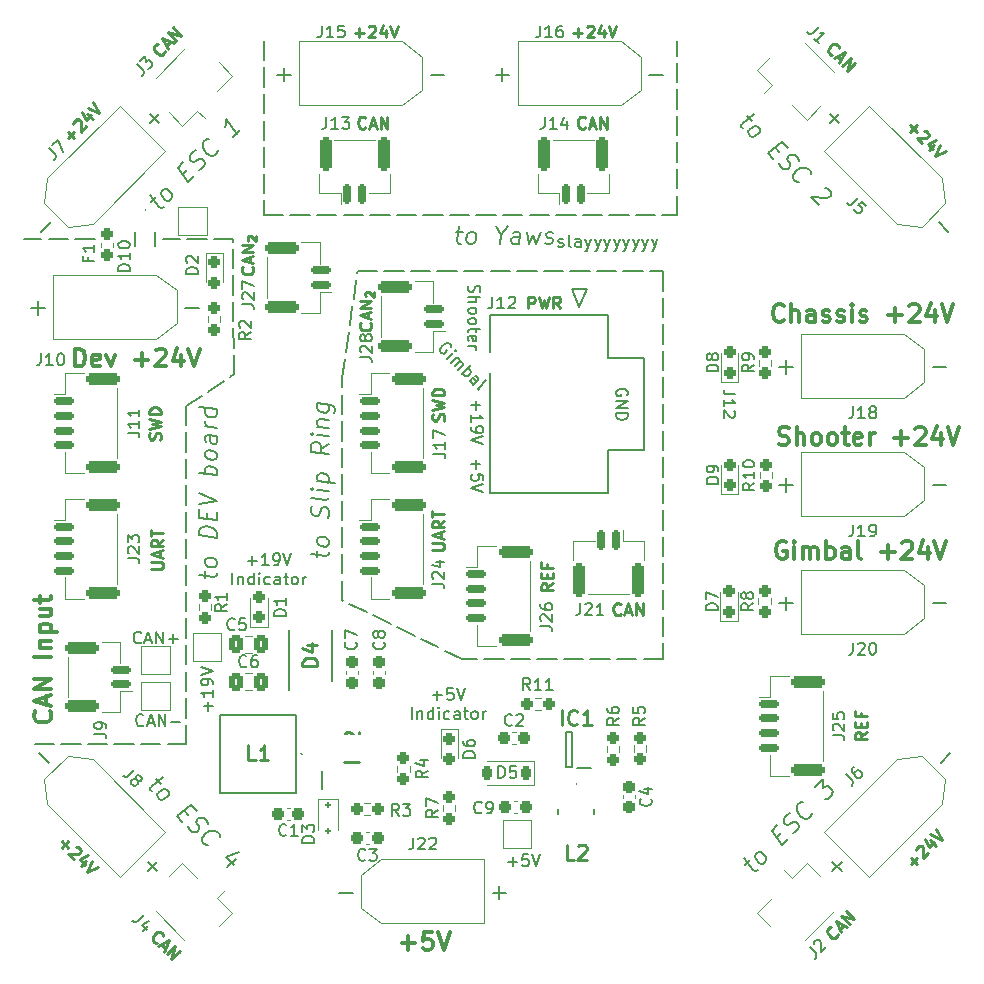
<source format=gto>
%TF.GenerationSoftware,KiCad,Pcbnew,7.0.1*%
%TF.CreationDate,2024-03-23T22:37:20-05:00*%
%TF.ProjectId,Chassis,43686173-7369-4732-9e6b-696361645f70,rev?*%
%TF.SameCoordinates,Original*%
%TF.FileFunction,Legend,Top*%
%TF.FilePolarity,Positive*%
%FSLAX46Y46*%
G04 Gerber Fmt 4.6, Leading zero omitted, Abs format (unit mm)*
G04 Created by KiCad (PCBNEW 7.0.1) date 2024-03-23 22:37:20*
%MOMM*%
%LPD*%
G01*
G04 APERTURE LIST*
G04 Aperture macros list*
%AMRoundRect*
0 Rectangle with rounded corners*
0 $1 Rounding radius*
0 $2 $3 $4 $5 $6 $7 $8 $9 X,Y pos of 4 corners*
0 Add a 4 corners polygon primitive as box body*
4,1,4,$2,$3,$4,$5,$6,$7,$8,$9,$2,$3,0*
0 Add four circle primitives for the rounded corners*
1,1,$1+$1,$2,$3*
1,1,$1+$1,$4,$5*
1,1,$1+$1,$6,$7*
1,1,$1+$1,$8,$9*
0 Add four rect primitives between the rounded corners*
20,1,$1+$1,$2,$3,$4,$5,0*
20,1,$1+$1,$4,$5,$6,$7,0*
20,1,$1+$1,$6,$7,$8,$9,0*
20,1,$1+$1,$8,$9,$2,$3,0*%
%AMRotRect*
0 Rectangle, with rotation*
0 The origin of the aperture is its center*
0 $1 length*
0 $2 width*
0 $3 Rotation angle, in degrees counterclockwise*
0 Add horizontal line*
21,1,$1,$2,0,0,$3*%
G04 Aperture macros list end*
%ADD10C,0.150000*%
%ADD11C,0.250000*%
%ADD12C,0.187500*%
%ADD13C,0.300000*%
%ADD14C,0.151000*%
%ADD15C,0.254000*%
%ADD16C,0.120000*%
%ADD17C,0.127000*%
%ADD18C,0.100000*%
%ADD19C,0.200000*%
%ADD20R,3.800000X3.800000*%
%ADD21C,4.000000*%
%ADD22RoundRect,0.150000X0.700000X-0.150000X0.700000X0.150000X-0.700000X0.150000X-0.700000X-0.150000X0*%
%ADD23RoundRect,0.250000X1.150000X-0.250000X1.150000X0.250000X-1.150000X0.250000X-1.150000X-0.250000X0*%
%ADD24RotRect,3.800000X3.800000X315.000000*%
%ADD25RotRect,3.800000X3.800000X135.000000*%
%ADD26RoundRect,0.150000X-0.700000X0.150000X-0.700000X-0.150000X0.700000X-0.150000X0.700000X0.150000X0*%
%ADD27RoundRect,0.250000X-1.150000X0.250000X-1.150000X-0.250000X1.150000X-0.250000X1.150000X0.250000X0*%
%ADD28C,3.200000*%
%ADD29RoundRect,0.237500X0.237500X-0.287500X0.237500X0.287500X-0.237500X0.287500X-0.237500X-0.287500X0*%
%ADD30RoundRect,0.237500X0.237500X-0.250000X0.237500X0.250000X-0.237500X0.250000X-0.237500X-0.250000X0*%
%ADD31RoundRect,0.237500X-0.250000X-0.237500X0.250000X-0.237500X0.250000X0.237500X-0.250000X0.237500X0*%
%ADD32RoundRect,0.225000X0.225000X0.375000X-0.225000X0.375000X-0.225000X-0.375000X0.225000X-0.375000X0*%
%ADD33RoundRect,0.125000X-0.125000X0.125000X-0.125000X-0.125000X0.125000X-0.125000X0.125000X0.125000X0*%
%ADD34RoundRect,0.237500X-0.237500X0.287500X-0.237500X-0.287500X0.237500X-0.287500X0.237500X0.287500X0*%
%ADD35RoundRect,0.237500X-0.300000X-0.237500X0.300000X-0.237500X0.300000X0.237500X-0.300000X0.237500X0*%
%ADD36R,1.520000X1.520000*%
%ADD37C,1.520000*%
%ADD38RoundRect,0.237500X0.300000X0.237500X-0.300000X0.237500X-0.300000X-0.237500X0.300000X-0.237500X0*%
%ADD39RoundRect,0.150000X0.388909X-0.601041X0.601041X-0.388909X-0.388909X0.601041X-0.601041X0.388909X0*%
%ADD40RoundRect,0.250000X0.636396X-0.989949X0.989949X-0.636396X-0.636396X0.989949X-0.989949X0.636396X0*%
%ADD41RotRect,3.800000X3.800000X45.000000*%
%ADD42RoundRect,0.150000X-0.150000X-0.700000X0.150000X-0.700000X0.150000X0.700000X-0.150000X0.700000X0*%
%ADD43RoundRect,0.250000X-0.250000X-1.150000X0.250000X-1.150000X0.250000X1.150000X-0.250000X1.150000X0*%
%ADD44R,2.000000X2.000000*%
%ADD45RoundRect,0.237500X-0.237500X0.250000X-0.237500X-0.250000X0.237500X-0.250000X0.237500X0.250000X0*%
%ADD46RoundRect,0.237500X-0.237500X0.300000X-0.237500X-0.300000X0.237500X-0.300000X0.237500X0.300000X0*%
%ADD47R,1.200000X1.200000*%
%ADD48RotRect,3.800000X3.800000X225.000000*%
%ADD49R,0.700000X1.522000*%
%ADD50R,2.300000X2.300000*%
%ADD51RoundRect,0.150000X0.601041X0.388909X0.388909X0.601041X-0.601041X-0.388909X-0.388909X-0.601041X0*%
%ADD52RoundRect,0.250000X0.989949X0.636396X0.636396X0.989949X-0.989949X-0.636396X-0.636396X-0.989949X0*%
%ADD53RoundRect,0.150000X-0.601041X-0.388909X-0.388909X-0.601041X0.601041X0.388909X0.388909X0.601041X0*%
%ADD54RoundRect,0.250000X-0.989949X-0.636396X-0.636396X-0.989949X0.989949X0.636396X0.636396X0.989949X0*%
%ADD55RoundRect,0.150000X0.150000X0.700000X-0.150000X0.700000X-0.150000X-0.700000X0.150000X-0.700000X0*%
%ADD56RoundRect,0.250000X0.250000X1.150000X-0.250000X1.150000X-0.250000X-1.150000X0.250000X-1.150000X0*%
%ADD57R,1.550000X5.600000*%
%ADD58RoundRect,0.250000X-0.337500X-0.475000X0.337500X-0.475000X0.337500X0.475000X-0.337500X0.475000X0*%
%ADD59R,1.250000X0.600000*%
%ADD60R,2.140000X1.490000*%
%ADD61RoundRect,0.237500X0.237500X-0.300000X0.237500X0.300000X-0.237500X0.300000X-0.237500X-0.300000X0*%
%ADD62RoundRect,0.237500X0.250000X0.237500X-0.250000X0.237500X-0.250000X-0.237500X0.250000X-0.237500X0*%
%ADD63R,3.500000X1.300000*%
%ADD64RoundRect,0.150000X-0.388909X0.601041X-0.601041X0.388909X0.388909X-0.601041X0.601041X-0.388909X0*%
%ADD65RoundRect,0.250000X-0.636396X0.989949X-0.989949X0.636396X0.636396X-0.989949X0.989949X-0.636396X0*%
G04 APERTURE END LIST*
D10*
X68800000Y-27250000D02*
X68800000Y-28900000D01*
X68800000Y-29500000D02*
X68800000Y-31150000D01*
X68800000Y-31750000D02*
X68800000Y-33400000D01*
X68800000Y-34000000D02*
X68800000Y-35650000D01*
X68800000Y-36250000D02*
X68800000Y-37900000D01*
X68800000Y-38500000D02*
X68800000Y-40150000D01*
X68800000Y-40750000D02*
X68800000Y-42000000D01*
X103800000Y-42000000D02*
X103800000Y-40350000D01*
X103800000Y-39750000D02*
X103800000Y-38100000D01*
X103800000Y-37500000D02*
X103800000Y-35850000D01*
X103800000Y-35250000D02*
X103800000Y-33600000D01*
X103800000Y-33000000D02*
X103800000Y-31350000D01*
X103800000Y-30750000D02*
X103800000Y-29100000D01*
X103800000Y-28500000D02*
X103800000Y-27250000D01*
X49400000Y-86800000D02*
X51050000Y-86800000D01*
X51650000Y-86800000D02*
X53300000Y-86800000D01*
X53900000Y-86800000D02*
X55550000Y-86800000D01*
X56150000Y-86800000D02*
X57800000Y-86800000D01*
X58400000Y-86800000D02*
X60050000Y-86800000D01*
X60650000Y-86800000D02*
X62200000Y-86800000D01*
X68800000Y-42000000D02*
X70450000Y-42000000D01*
X71050000Y-42000000D02*
X72700000Y-42000000D01*
X73300000Y-42000000D02*
X74950000Y-42000000D01*
X75550000Y-42000000D02*
X77200000Y-42000000D01*
X77800000Y-42000000D02*
X79450000Y-42000000D01*
X80050000Y-42000000D02*
X81700000Y-42000000D01*
X82300000Y-42000000D02*
X83950000Y-42000000D01*
X84550000Y-42000000D02*
X86200000Y-42000000D01*
X86800000Y-42000000D02*
X88450000Y-42000000D01*
X89050000Y-42000000D02*
X90700000Y-42000000D01*
X91300000Y-42000000D02*
X92950000Y-42000000D01*
X93550000Y-42000000D02*
X95200000Y-42000000D01*
X95800000Y-42000000D02*
X97450000Y-42000000D01*
X98050000Y-42000000D02*
X99700000Y-42000000D01*
X100300000Y-42000000D02*
X101950000Y-42000000D01*
X102550000Y-42000000D02*
X103800000Y-42000000D01*
X62200000Y-86800000D02*
X62200000Y-85150000D01*
X62200000Y-84550000D02*
X62200000Y-82900000D01*
X62200000Y-82300000D02*
X62200000Y-80650000D01*
X62200000Y-80050000D02*
X62200000Y-78400000D01*
X62200000Y-77800000D02*
X62200000Y-76150000D01*
X62200000Y-75550000D02*
X62200000Y-73900000D01*
X62200000Y-73300000D02*
X62200000Y-71650000D01*
X62200000Y-71050000D02*
X62200000Y-69400000D01*
X62200000Y-68800000D02*
X62200000Y-67150000D01*
X62200000Y-66550000D02*
X62200000Y-64900000D01*
X62200000Y-64300000D02*
X62200000Y-62650000D01*
X62200000Y-62050000D02*
X62200000Y-60400000D01*
X62200000Y-59800000D02*
X62200000Y-58200000D01*
X75400000Y-55800000D02*
X75643439Y-54168057D01*
X75731962Y-53574623D02*
X75975401Y-51942681D01*
X76063925Y-51349247D02*
X76307364Y-49717304D01*
X76395887Y-49123870D02*
X76639326Y-47491927D01*
X76727849Y-46898494D02*
X76750000Y-46750000D01*
X76750000Y-46750000D02*
X78400000Y-46750000D01*
X79000000Y-46750000D02*
X80650000Y-46750000D01*
X81250000Y-46750000D02*
X82900000Y-46750000D01*
X83500000Y-46750000D02*
X85150000Y-46750000D01*
X85750000Y-46750000D02*
X87400000Y-46750000D01*
X88000000Y-46750000D02*
X89650000Y-46750000D01*
X90250000Y-46750000D02*
X91900000Y-46750000D01*
X92500000Y-46750000D02*
X94150000Y-46750000D01*
X94750000Y-46750000D02*
X96400000Y-46750000D01*
X97000000Y-46750000D02*
X98650000Y-46750000D01*
X99250000Y-46750000D02*
X100900000Y-46750000D01*
X101500000Y-46750000D02*
X102600000Y-46750000D01*
X102600000Y-46750000D02*
X102600000Y-48400000D01*
X102600000Y-49000000D02*
X102600000Y-50650000D01*
X102600000Y-51250000D02*
X102600000Y-52900000D01*
X102600000Y-53500000D02*
X102600000Y-55150000D01*
X102600000Y-55750000D02*
X102600000Y-57400000D01*
X102600000Y-58000000D02*
X102600000Y-59650000D01*
X102600000Y-60250000D02*
X102600000Y-61900000D01*
X102600000Y-62500000D02*
X102600000Y-64150000D01*
X102600000Y-64750000D02*
X102600000Y-66400000D01*
X102600000Y-67000000D02*
X102600000Y-68650000D01*
X102600000Y-69250000D02*
X102600000Y-70900000D01*
X102600000Y-71500000D02*
X102600000Y-73150000D01*
X102600000Y-73750000D02*
X102600000Y-75400000D01*
X102600000Y-76000000D02*
X102600000Y-77650000D01*
X102600000Y-78250000D02*
X102600000Y-79600000D01*
X102600000Y-79600000D02*
X100950000Y-79600000D01*
X100350000Y-79600000D02*
X98700000Y-79600000D01*
X98100000Y-79600000D02*
X96450000Y-79600000D01*
X95850000Y-79600000D02*
X94200000Y-79600000D01*
X93600000Y-79600000D02*
X91950000Y-79600000D01*
X91350000Y-79600000D02*
X89700000Y-79600000D01*
X89100000Y-79600000D02*
X87450000Y-79600000D01*
X86850000Y-79600000D02*
X85600000Y-79600000D01*
X85600000Y-79600000D02*
X84118431Y-78873741D01*
X83579678Y-78609646D02*
X82098109Y-77883387D01*
X81559357Y-77619293D02*
X80077788Y-76893033D01*
X79539035Y-76628939D02*
X78057466Y-75902679D01*
X77518713Y-75638585D02*
X76037144Y-74912326D01*
X75498392Y-74648231D02*
X75400001Y-74600000D01*
X75400000Y-74600000D02*
X75400000Y-72950000D01*
X75400000Y-72350000D02*
X75400000Y-70700000D01*
X75400000Y-70100000D02*
X75400000Y-68450000D01*
X75400000Y-67850000D02*
X75400000Y-66200000D01*
X75400000Y-65600000D02*
X75400000Y-63950000D01*
X75400000Y-63350000D02*
X75400000Y-61700000D01*
X75400000Y-61100000D02*
X75400000Y-59450000D01*
X75400000Y-58850000D02*
X75400000Y-57200000D01*
X75400000Y-56600000D02*
X75400000Y-55800000D01*
X54475000Y-44000000D02*
X52825000Y-44000000D01*
X52225000Y-44000000D02*
X50575000Y-44000000D01*
X49975000Y-44000000D02*
X48525000Y-44000000D01*
X62200000Y-58200000D02*
X63572883Y-57284745D01*
X64072113Y-56951925D02*
X65444996Y-56036669D01*
X65944226Y-55703849D02*
X66249999Y-55500000D01*
X66250000Y-55500000D02*
X66242826Y-53850016D01*
X66240217Y-53250021D02*
X66233044Y-51600037D01*
X66230435Y-51000043D02*
X66223261Y-49350058D01*
X66220652Y-48750064D02*
X66213479Y-47100079D01*
X66210870Y-46500085D02*
X66203696Y-44850101D01*
X66201087Y-44250106D02*
X66200000Y-44000000D01*
X66200000Y-44000000D02*
X64550000Y-44000000D01*
X63950000Y-44000000D02*
X62300000Y-44000000D01*
X61700000Y-44000000D02*
X60250000Y-44000000D01*
X86753333Y-57738095D02*
X86753333Y-58500000D01*
X86372380Y-58119047D02*
X87134285Y-58119047D01*
X86372380Y-59499999D02*
X86372380Y-58928571D01*
X86372380Y-59214285D02*
X87372380Y-59214285D01*
X87372380Y-59214285D02*
X87229523Y-59119047D01*
X87229523Y-59119047D02*
X87134285Y-59023809D01*
X87134285Y-59023809D02*
X87086666Y-58928571D01*
X86372380Y-59976190D02*
X86372380Y-60166666D01*
X86372380Y-60166666D02*
X86420000Y-60261904D01*
X86420000Y-60261904D02*
X86467619Y-60309523D01*
X86467619Y-60309523D02*
X86610476Y-60404761D01*
X86610476Y-60404761D02*
X86800952Y-60452380D01*
X86800952Y-60452380D02*
X87181904Y-60452380D01*
X87181904Y-60452380D02*
X87277142Y-60404761D01*
X87277142Y-60404761D02*
X87324761Y-60357142D01*
X87324761Y-60357142D02*
X87372380Y-60261904D01*
X87372380Y-60261904D02*
X87372380Y-60071428D01*
X87372380Y-60071428D02*
X87324761Y-59976190D01*
X87324761Y-59976190D02*
X87277142Y-59928571D01*
X87277142Y-59928571D02*
X87181904Y-59880952D01*
X87181904Y-59880952D02*
X86943809Y-59880952D01*
X86943809Y-59880952D02*
X86848571Y-59928571D01*
X86848571Y-59928571D02*
X86800952Y-59976190D01*
X86800952Y-59976190D02*
X86753333Y-60071428D01*
X86753333Y-60071428D02*
X86753333Y-60261904D01*
X86753333Y-60261904D02*
X86800952Y-60357142D01*
X86800952Y-60357142D02*
X86848571Y-60404761D01*
X86848571Y-60404761D02*
X86943809Y-60452380D01*
X87372380Y-60738095D02*
X86372380Y-61071428D01*
X86372380Y-61071428D02*
X87372380Y-61404761D01*
D11*
X117418539Y-102873700D02*
X117418539Y-102941043D01*
X117418539Y-102941043D02*
X117351196Y-103075730D01*
X117351196Y-103075730D02*
X117283852Y-103143074D01*
X117283852Y-103143074D02*
X117149165Y-103210417D01*
X117149165Y-103210417D02*
X117014478Y-103210417D01*
X117014478Y-103210417D02*
X116913463Y-103176746D01*
X116913463Y-103176746D02*
X116745104Y-103075730D01*
X116745104Y-103075730D02*
X116644089Y-102974715D01*
X116644089Y-102974715D02*
X116543074Y-102806356D01*
X116543074Y-102806356D02*
X116509402Y-102705341D01*
X116509402Y-102705341D02*
X116509402Y-102570654D01*
X116509402Y-102570654D02*
X116576746Y-102435967D01*
X116576746Y-102435967D02*
X116644089Y-102368624D01*
X116644089Y-102368624D02*
X116778776Y-102301280D01*
X116778776Y-102301280D02*
X116846120Y-102301280D01*
X117553226Y-102469639D02*
X117889944Y-102132921D01*
X117687913Y-102739013D02*
X117216509Y-101796204D01*
X117216509Y-101796204D02*
X118159318Y-102267608D01*
X118395020Y-102031906D02*
X117687913Y-101324799D01*
X117687913Y-101324799D02*
X118799081Y-101627845D01*
X118799081Y-101627845D02*
X118091975Y-100920738D01*
D12*
X59694001Y-89770178D02*
X60098062Y-90174239D01*
X60243271Y-89612342D02*
X59220492Y-90407837D01*
X59220492Y-90407837D02*
X59157357Y-90546733D01*
X59157357Y-90546733D02*
X59201552Y-90691942D01*
X59201552Y-90691942D02*
X59302567Y-90792958D01*
X59801330Y-91291720D02*
X59757135Y-91146511D01*
X59757135Y-91146511D02*
X59763449Y-91051809D01*
X59763449Y-91051809D02*
X59826583Y-90912913D01*
X59826583Y-90912913D02*
X60167510Y-90647748D01*
X60167510Y-90647748D02*
X60331660Y-90609867D01*
X60331660Y-90609867D02*
X60438988Y-90616181D01*
X60438988Y-90616181D02*
X60596825Y-90673002D01*
X60596825Y-90673002D02*
X60748348Y-90824525D01*
X60748348Y-90824525D02*
X60792542Y-90969734D01*
X60792542Y-90969734D02*
X60786228Y-91064436D01*
X60786228Y-91064436D02*
X60723094Y-91203332D01*
X60723094Y-91203332D02*
X60382167Y-91468497D01*
X60382167Y-91468497D02*
X60218017Y-91506378D01*
X60218017Y-91506378D02*
X60110689Y-91500064D01*
X60110689Y-91500064D02*
X59952852Y-91443243D01*
X59952852Y-91443243D02*
X59801330Y-91291720D01*
X62036292Y-92415515D02*
X62389845Y-92769068D01*
X61916336Y-93406727D02*
X61411260Y-92901651D01*
X61411260Y-92901651D02*
X62604503Y-91973573D01*
X62604503Y-91973573D02*
X63109579Y-92478649D01*
X62370905Y-93760280D02*
X62465606Y-93955997D01*
X62465606Y-93955997D02*
X62718145Y-94208535D01*
X62718145Y-94208535D02*
X62875981Y-94265356D01*
X62875981Y-94265356D02*
X62983310Y-94271670D01*
X62983310Y-94271670D02*
X63147459Y-94233789D01*
X63147459Y-94233789D02*
X63261101Y-94145401D01*
X63261101Y-94145401D02*
X63324236Y-94006505D01*
X63324236Y-94006505D02*
X63330549Y-93911803D01*
X63330549Y-93911803D02*
X63286355Y-93766594D01*
X63286355Y-93766594D02*
X63141146Y-93520369D01*
X63141146Y-93520369D02*
X63096952Y-93375159D01*
X63096952Y-93375159D02*
X63103265Y-93280458D01*
X63103265Y-93280458D02*
X63166400Y-93141562D01*
X63166400Y-93141562D02*
X63280042Y-93053173D01*
X63280042Y-93053173D02*
X63444192Y-93015293D01*
X63444192Y-93015293D02*
X63551520Y-93021606D01*
X63551520Y-93021606D02*
X63709357Y-93078427D01*
X63709357Y-93078427D02*
X63961895Y-93330965D01*
X63961895Y-93330965D02*
X64056597Y-93526682D01*
X64088164Y-95376524D02*
X63980835Y-95370211D01*
X63980835Y-95370211D02*
X63772491Y-95262882D01*
X63772491Y-95262882D02*
X63671476Y-95161867D01*
X63671476Y-95161867D02*
X63576774Y-94966150D01*
X63576774Y-94966150D02*
X63589401Y-94776746D01*
X63589401Y-94776746D02*
X63652536Y-94637850D01*
X63652536Y-94637850D02*
X63829312Y-94410566D01*
X63829312Y-94410566D02*
X63999776Y-94277983D01*
X63999776Y-94277983D02*
X64277568Y-94151714D01*
X64277568Y-94151714D02*
X64441717Y-94113834D01*
X64441717Y-94113834D02*
X64656375Y-94126461D01*
X64656375Y-94126461D02*
X64864719Y-94233789D01*
X64864719Y-94233789D02*
X64965734Y-94334804D01*
X64965734Y-94334804D02*
X65060436Y-94530522D01*
X65060436Y-94530522D02*
X65054122Y-94625223D01*
X66480962Y-96557140D02*
X65685467Y-97175858D01*
X66682993Y-95951048D02*
X65578139Y-96361423D01*
X65578139Y-96361423D02*
X66234738Y-97018022D01*
D11*
X52212448Y-35475730D02*
X52751196Y-34936982D01*
X52751196Y-35475730D02*
X52212448Y-34936982D01*
X52683852Y-34263547D02*
X52683852Y-34196204D01*
X52683852Y-34196204D02*
X52717524Y-34095189D01*
X52717524Y-34095189D02*
X52885883Y-33926830D01*
X52885883Y-33926830D02*
X52986898Y-33893158D01*
X52986898Y-33893158D02*
X53054241Y-33893158D01*
X53054241Y-33893158D02*
X53155257Y-33926830D01*
X53155257Y-33926830D02*
X53222600Y-33994173D01*
X53222600Y-33994173D02*
X53289944Y-34128860D01*
X53289944Y-34128860D02*
X53289944Y-34936982D01*
X53289944Y-34936982D02*
X53727676Y-34499250D01*
X53862364Y-33421754D02*
X54333768Y-33893158D01*
X53424631Y-33320738D02*
X53761348Y-33994173D01*
X53761348Y-33994173D02*
X54199081Y-33556441D01*
X53896035Y-32916677D02*
X54838844Y-33388082D01*
X54838844Y-33388082D02*
X54367440Y-32445273D01*
X83077619Y-70361904D02*
X83887142Y-70361904D01*
X83887142Y-70361904D02*
X83982380Y-70314285D01*
X83982380Y-70314285D02*
X84030000Y-70266666D01*
X84030000Y-70266666D02*
X84077619Y-70171428D01*
X84077619Y-70171428D02*
X84077619Y-69980952D01*
X84077619Y-69980952D02*
X84030000Y-69885714D01*
X84030000Y-69885714D02*
X83982380Y-69838095D01*
X83982380Y-69838095D02*
X83887142Y-69790476D01*
X83887142Y-69790476D02*
X83077619Y-69790476D01*
X83791904Y-69361904D02*
X83791904Y-68885714D01*
X84077619Y-69457142D02*
X83077619Y-69123809D01*
X83077619Y-69123809D02*
X84077619Y-68790476D01*
X84077619Y-67885714D02*
X83601428Y-68219047D01*
X84077619Y-68457142D02*
X83077619Y-68457142D01*
X83077619Y-68457142D02*
X83077619Y-68076190D01*
X83077619Y-68076190D02*
X83125238Y-67980952D01*
X83125238Y-67980952D02*
X83172857Y-67933333D01*
X83172857Y-67933333D02*
X83268095Y-67885714D01*
X83268095Y-67885714D02*
X83410952Y-67885714D01*
X83410952Y-67885714D02*
X83506190Y-67933333D01*
X83506190Y-67933333D02*
X83553809Y-67980952D01*
X83553809Y-67980952D02*
X83601428Y-68076190D01*
X83601428Y-68076190D02*
X83601428Y-68457142D01*
X83077619Y-67599999D02*
X83077619Y-67028571D01*
X84077619Y-67314285D02*
X83077619Y-67314285D01*
X123562448Y-96975730D02*
X124101196Y-96436982D01*
X124101196Y-96975730D02*
X123562448Y-96436982D01*
X124033852Y-95763547D02*
X124033852Y-95696204D01*
X124033852Y-95696204D02*
X124067524Y-95595189D01*
X124067524Y-95595189D02*
X124235883Y-95426830D01*
X124235883Y-95426830D02*
X124336898Y-95393158D01*
X124336898Y-95393158D02*
X124404241Y-95393158D01*
X124404241Y-95393158D02*
X124505257Y-95426830D01*
X124505257Y-95426830D02*
X124572600Y-95494173D01*
X124572600Y-95494173D02*
X124639944Y-95628860D01*
X124639944Y-95628860D02*
X124639944Y-96436982D01*
X124639944Y-96436982D02*
X125077676Y-95999250D01*
X125212364Y-94921754D02*
X125683768Y-95393158D01*
X124774631Y-94820738D02*
X125111348Y-95494173D01*
X125111348Y-95494173D02*
X125549081Y-95056441D01*
X125246035Y-94416677D02*
X126188844Y-94888082D01*
X126188844Y-94888082D02*
X125717440Y-93945273D01*
X77409523Y-34582380D02*
X77361904Y-34630000D01*
X77361904Y-34630000D02*
X77219047Y-34677619D01*
X77219047Y-34677619D02*
X77123809Y-34677619D01*
X77123809Y-34677619D02*
X76980952Y-34630000D01*
X76980952Y-34630000D02*
X76885714Y-34534761D01*
X76885714Y-34534761D02*
X76838095Y-34439523D01*
X76838095Y-34439523D02*
X76790476Y-34249047D01*
X76790476Y-34249047D02*
X76790476Y-34106190D01*
X76790476Y-34106190D02*
X76838095Y-33915714D01*
X76838095Y-33915714D02*
X76885714Y-33820476D01*
X76885714Y-33820476D02*
X76980952Y-33725238D01*
X76980952Y-33725238D02*
X77123809Y-33677619D01*
X77123809Y-33677619D02*
X77219047Y-33677619D01*
X77219047Y-33677619D02*
X77361904Y-33725238D01*
X77361904Y-33725238D02*
X77409523Y-33772857D01*
X77790476Y-34391904D02*
X78266666Y-34391904D01*
X77695238Y-34677619D02*
X78028571Y-33677619D01*
X78028571Y-33677619D02*
X78361904Y-34677619D01*
X78695238Y-34677619D02*
X78695238Y-33677619D01*
X78695238Y-33677619D02*
X79266666Y-34677619D01*
X79266666Y-34677619D02*
X79266666Y-33677619D01*
X51724269Y-95012448D02*
X52263017Y-95551196D01*
X51724269Y-95551196D02*
X52263017Y-95012448D01*
X52936452Y-95483852D02*
X53003795Y-95483852D01*
X53003795Y-95483852D02*
X53104810Y-95517524D01*
X53104810Y-95517524D02*
X53273169Y-95685883D01*
X53273169Y-95685883D02*
X53306841Y-95786898D01*
X53306841Y-95786898D02*
X53306841Y-95854241D01*
X53306841Y-95854241D02*
X53273169Y-95955257D01*
X53273169Y-95955257D02*
X53205826Y-96022600D01*
X53205826Y-96022600D02*
X53071139Y-96089944D01*
X53071139Y-96089944D02*
X52263017Y-96089944D01*
X52263017Y-96089944D02*
X52700749Y-96527676D01*
X53778245Y-96662364D02*
X53306841Y-97133768D01*
X53879261Y-96224631D02*
X53205826Y-96561348D01*
X53205826Y-96561348D02*
X53643558Y-96999081D01*
X54283322Y-96696035D02*
X53811917Y-97638844D01*
X53811917Y-97638844D02*
X54754726Y-97167440D01*
D12*
X63816428Y-72741071D02*
X63816428Y-72169642D01*
X63316428Y-72464285D02*
X64602142Y-72625000D01*
X64602142Y-72625000D02*
X64745000Y-72571428D01*
X64745000Y-72571428D02*
X64816428Y-72437500D01*
X64816428Y-72437500D02*
X64816428Y-72294642D01*
X64816428Y-71589286D02*
X64745000Y-71723214D01*
X64745000Y-71723214D02*
X64673571Y-71785714D01*
X64673571Y-71785714D02*
X64530714Y-71839286D01*
X64530714Y-71839286D02*
X64102142Y-71785714D01*
X64102142Y-71785714D02*
X63959285Y-71696428D01*
X63959285Y-71696428D02*
X63887857Y-71616071D01*
X63887857Y-71616071D02*
X63816428Y-71464286D01*
X63816428Y-71464286D02*
X63816428Y-71250000D01*
X63816428Y-71250000D02*
X63887857Y-71116071D01*
X63887857Y-71116071D02*
X63959285Y-71053571D01*
X63959285Y-71053571D02*
X64102142Y-71000000D01*
X64102142Y-71000000D02*
X64530714Y-71053571D01*
X64530714Y-71053571D02*
X64673571Y-71142857D01*
X64673571Y-71142857D02*
X64745000Y-71223214D01*
X64745000Y-71223214D02*
X64816428Y-71375000D01*
X64816428Y-71375000D02*
X64816428Y-71589286D01*
X64816428Y-69312500D02*
X63316428Y-69125000D01*
X63316428Y-69125000D02*
X63316428Y-68767857D01*
X63316428Y-68767857D02*
X63387857Y-68562500D01*
X63387857Y-68562500D02*
X63530714Y-68437500D01*
X63530714Y-68437500D02*
X63673571Y-68383929D01*
X63673571Y-68383929D02*
X63959285Y-68348215D01*
X63959285Y-68348215D02*
X64173571Y-68375000D01*
X64173571Y-68375000D02*
X64459285Y-68482143D01*
X64459285Y-68482143D02*
X64602142Y-68571429D01*
X64602142Y-68571429D02*
X64745000Y-68732143D01*
X64745000Y-68732143D02*
X64816428Y-68955357D01*
X64816428Y-68955357D02*
X64816428Y-69312500D01*
X64030714Y-67723215D02*
X64030714Y-67223215D01*
X64816428Y-67107144D02*
X64816428Y-67821429D01*
X64816428Y-67821429D02*
X63316428Y-67633929D01*
X63316428Y-67633929D02*
X63316428Y-66919644D01*
X63316428Y-66500001D02*
X64816428Y-66187501D01*
X64816428Y-66187501D02*
X63316428Y-65500001D01*
X64816428Y-64053572D02*
X63316428Y-63866072D01*
X63887857Y-63937501D02*
X63816428Y-63785715D01*
X63816428Y-63785715D02*
X63816428Y-63500001D01*
X63816428Y-63500001D02*
X63887857Y-63366072D01*
X63887857Y-63366072D02*
X63959285Y-63303572D01*
X63959285Y-63303572D02*
X64102142Y-63250001D01*
X64102142Y-63250001D02*
X64530714Y-63303572D01*
X64530714Y-63303572D02*
X64673571Y-63392858D01*
X64673571Y-63392858D02*
X64745000Y-63473215D01*
X64745000Y-63473215D02*
X64816428Y-63625001D01*
X64816428Y-63625001D02*
X64816428Y-63910715D01*
X64816428Y-63910715D02*
X64745000Y-64044644D01*
X64816428Y-62491073D02*
X64745000Y-62625001D01*
X64745000Y-62625001D02*
X64673571Y-62687501D01*
X64673571Y-62687501D02*
X64530714Y-62741073D01*
X64530714Y-62741073D02*
X64102142Y-62687501D01*
X64102142Y-62687501D02*
X63959285Y-62598215D01*
X63959285Y-62598215D02*
X63887857Y-62517858D01*
X63887857Y-62517858D02*
X63816428Y-62366073D01*
X63816428Y-62366073D02*
X63816428Y-62151787D01*
X63816428Y-62151787D02*
X63887857Y-62017858D01*
X63887857Y-62017858D02*
X63959285Y-61955358D01*
X63959285Y-61955358D02*
X64102142Y-61901787D01*
X64102142Y-61901787D02*
X64530714Y-61955358D01*
X64530714Y-61955358D02*
X64673571Y-62044644D01*
X64673571Y-62044644D02*
X64745000Y-62125001D01*
X64745000Y-62125001D02*
X64816428Y-62276787D01*
X64816428Y-62276787D02*
X64816428Y-62491073D01*
X64816428Y-60714287D02*
X64030714Y-60616073D01*
X64030714Y-60616073D02*
X63887857Y-60669644D01*
X63887857Y-60669644D02*
X63816428Y-60803573D01*
X63816428Y-60803573D02*
X63816428Y-61089287D01*
X63816428Y-61089287D02*
X63887857Y-61241073D01*
X64745000Y-60705359D02*
X64816428Y-60857144D01*
X64816428Y-60857144D02*
X64816428Y-61214287D01*
X64816428Y-61214287D02*
X64745000Y-61348216D01*
X64745000Y-61348216D02*
X64602142Y-61401787D01*
X64602142Y-61401787D02*
X64459285Y-61383930D01*
X64459285Y-61383930D02*
X64316428Y-61294644D01*
X64316428Y-61294644D02*
X64245000Y-61142859D01*
X64245000Y-61142859D02*
X64245000Y-60785716D01*
X64245000Y-60785716D02*
X64173571Y-60633930D01*
X64816428Y-60008930D02*
X63816428Y-59883930D01*
X64102142Y-59919645D02*
X63959285Y-59830359D01*
X63959285Y-59830359D02*
X63887857Y-59750002D01*
X63887857Y-59750002D02*
X63816428Y-59598216D01*
X63816428Y-59598216D02*
X63816428Y-59455359D01*
X64816428Y-58446430D02*
X63316428Y-58258930D01*
X64745000Y-58437502D02*
X64816428Y-58589287D01*
X64816428Y-58589287D02*
X64816428Y-58875002D01*
X64816428Y-58875002D02*
X64745000Y-59008930D01*
X64745000Y-59008930D02*
X64673571Y-59071430D01*
X64673571Y-59071430D02*
X64530714Y-59125002D01*
X64530714Y-59125002D02*
X64102142Y-59071430D01*
X64102142Y-59071430D02*
X63959285Y-58982144D01*
X63959285Y-58982144D02*
X63887857Y-58901787D01*
X63887857Y-58901787D02*
X63816428Y-58750002D01*
X63816428Y-58750002D02*
X63816428Y-58464287D01*
X63816428Y-58464287D02*
X63887857Y-58330359D01*
D10*
X86753333Y-62738095D02*
X86753333Y-63500000D01*
X86372380Y-63119047D02*
X87134285Y-63119047D01*
X87372380Y-64452380D02*
X87372380Y-63976190D01*
X87372380Y-63976190D02*
X86896190Y-63928571D01*
X86896190Y-63928571D02*
X86943809Y-63976190D01*
X86943809Y-63976190D02*
X86991428Y-64071428D01*
X86991428Y-64071428D02*
X86991428Y-64309523D01*
X86991428Y-64309523D02*
X86943809Y-64404761D01*
X86943809Y-64404761D02*
X86896190Y-64452380D01*
X86896190Y-64452380D02*
X86800952Y-64499999D01*
X86800952Y-64499999D02*
X86562857Y-64499999D01*
X86562857Y-64499999D02*
X86467619Y-64452380D01*
X86467619Y-64452380D02*
X86420000Y-64404761D01*
X86420000Y-64404761D02*
X86372380Y-64309523D01*
X86372380Y-64309523D02*
X86372380Y-64071428D01*
X86372380Y-64071428D02*
X86420000Y-63976190D01*
X86420000Y-63976190D02*
X86467619Y-63928571D01*
X87372380Y-64785714D02*
X86372380Y-65119047D01*
X86372380Y-65119047D02*
X87372380Y-65452380D01*
D11*
X94988095Y-26581666D02*
X95750000Y-26581666D01*
X95369047Y-26962619D02*
X95369047Y-26200714D01*
X96178571Y-26057857D02*
X96226190Y-26010238D01*
X96226190Y-26010238D02*
X96321428Y-25962619D01*
X96321428Y-25962619D02*
X96559523Y-25962619D01*
X96559523Y-25962619D02*
X96654761Y-26010238D01*
X96654761Y-26010238D02*
X96702380Y-26057857D01*
X96702380Y-26057857D02*
X96749999Y-26153095D01*
X96749999Y-26153095D02*
X96749999Y-26248333D01*
X96749999Y-26248333D02*
X96702380Y-26391190D01*
X96702380Y-26391190D02*
X96130952Y-26962619D01*
X96130952Y-26962619D02*
X96749999Y-26962619D01*
X97607142Y-26295952D02*
X97607142Y-26962619D01*
X97369047Y-25915000D02*
X97130952Y-26629285D01*
X97130952Y-26629285D02*
X97749999Y-26629285D01*
X97988095Y-25962619D02*
X98321428Y-26962619D01*
X98321428Y-26962619D02*
X98654761Y-25962619D01*
X99009523Y-75782380D02*
X98961904Y-75830000D01*
X98961904Y-75830000D02*
X98819047Y-75877619D01*
X98819047Y-75877619D02*
X98723809Y-75877619D01*
X98723809Y-75877619D02*
X98580952Y-75830000D01*
X98580952Y-75830000D02*
X98485714Y-75734761D01*
X98485714Y-75734761D02*
X98438095Y-75639523D01*
X98438095Y-75639523D02*
X98390476Y-75449047D01*
X98390476Y-75449047D02*
X98390476Y-75306190D01*
X98390476Y-75306190D02*
X98438095Y-75115714D01*
X98438095Y-75115714D02*
X98485714Y-75020476D01*
X98485714Y-75020476D02*
X98580952Y-74925238D01*
X98580952Y-74925238D02*
X98723809Y-74877619D01*
X98723809Y-74877619D02*
X98819047Y-74877619D01*
X98819047Y-74877619D02*
X98961904Y-74925238D01*
X98961904Y-74925238D02*
X99009523Y-74972857D01*
X99390476Y-75591904D02*
X99866666Y-75591904D01*
X99295238Y-75877619D02*
X99628571Y-74877619D01*
X99628571Y-74877619D02*
X99961904Y-75877619D01*
X100295238Y-75877619D02*
X100295238Y-74877619D01*
X100295238Y-74877619D02*
X100866666Y-75877619D01*
X100866666Y-75877619D02*
X100866666Y-74877619D01*
D10*
X86170000Y-47976189D02*
X86122380Y-48119046D01*
X86122380Y-48119046D02*
X86122380Y-48357141D01*
X86122380Y-48357141D02*
X86170000Y-48452379D01*
X86170000Y-48452379D02*
X86217619Y-48499998D01*
X86217619Y-48499998D02*
X86312857Y-48547617D01*
X86312857Y-48547617D02*
X86408095Y-48547617D01*
X86408095Y-48547617D02*
X86503333Y-48499998D01*
X86503333Y-48499998D02*
X86550952Y-48452379D01*
X86550952Y-48452379D02*
X86598571Y-48357141D01*
X86598571Y-48357141D02*
X86646190Y-48166665D01*
X86646190Y-48166665D02*
X86693809Y-48071427D01*
X86693809Y-48071427D02*
X86741428Y-48023808D01*
X86741428Y-48023808D02*
X86836666Y-47976189D01*
X86836666Y-47976189D02*
X86931904Y-47976189D01*
X86931904Y-47976189D02*
X87027142Y-48023808D01*
X87027142Y-48023808D02*
X87074761Y-48071427D01*
X87074761Y-48071427D02*
X87122380Y-48166665D01*
X87122380Y-48166665D02*
X87122380Y-48404760D01*
X87122380Y-48404760D02*
X87074761Y-48547617D01*
X86122380Y-48976189D02*
X87122380Y-48976189D01*
X86122380Y-49404760D02*
X86646190Y-49404760D01*
X86646190Y-49404760D02*
X86741428Y-49357141D01*
X86741428Y-49357141D02*
X86789047Y-49261903D01*
X86789047Y-49261903D02*
X86789047Y-49119046D01*
X86789047Y-49119046D02*
X86741428Y-49023808D01*
X86741428Y-49023808D02*
X86693809Y-48976189D01*
X86122380Y-50023808D02*
X86170000Y-49928570D01*
X86170000Y-49928570D02*
X86217619Y-49880951D01*
X86217619Y-49880951D02*
X86312857Y-49833332D01*
X86312857Y-49833332D02*
X86598571Y-49833332D01*
X86598571Y-49833332D02*
X86693809Y-49880951D01*
X86693809Y-49880951D02*
X86741428Y-49928570D01*
X86741428Y-49928570D02*
X86789047Y-50023808D01*
X86789047Y-50023808D02*
X86789047Y-50166665D01*
X86789047Y-50166665D02*
X86741428Y-50261903D01*
X86741428Y-50261903D02*
X86693809Y-50309522D01*
X86693809Y-50309522D02*
X86598571Y-50357141D01*
X86598571Y-50357141D02*
X86312857Y-50357141D01*
X86312857Y-50357141D02*
X86217619Y-50309522D01*
X86217619Y-50309522D02*
X86170000Y-50261903D01*
X86170000Y-50261903D02*
X86122380Y-50166665D01*
X86122380Y-50166665D02*
X86122380Y-50023808D01*
X86122380Y-50928570D02*
X86170000Y-50833332D01*
X86170000Y-50833332D02*
X86217619Y-50785713D01*
X86217619Y-50785713D02*
X86312857Y-50738094D01*
X86312857Y-50738094D02*
X86598571Y-50738094D01*
X86598571Y-50738094D02*
X86693809Y-50785713D01*
X86693809Y-50785713D02*
X86741428Y-50833332D01*
X86741428Y-50833332D02*
X86789047Y-50928570D01*
X86789047Y-50928570D02*
X86789047Y-51071427D01*
X86789047Y-51071427D02*
X86741428Y-51166665D01*
X86741428Y-51166665D02*
X86693809Y-51214284D01*
X86693809Y-51214284D02*
X86598571Y-51261903D01*
X86598571Y-51261903D02*
X86312857Y-51261903D01*
X86312857Y-51261903D02*
X86217619Y-51214284D01*
X86217619Y-51214284D02*
X86170000Y-51166665D01*
X86170000Y-51166665D02*
X86122380Y-51071427D01*
X86122380Y-51071427D02*
X86122380Y-50928570D01*
X86789047Y-51547618D02*
X86789047Y-51928570D01*
X87122380Y-51690475D02*
X86265238Y-51690475D01*
X86265238Y-51690475D02*
X86170000Y-51738094D01*
X86170000Y-51738094D02*
X86122380Y-51833332D01*
X86122380Y-51833332D02*
X86122380Y-51928570D01*
X86170000Y-52642856D02*
X86122380Y-52547618D01*
X86122380Y-52547618D02*
X86122380Y-52357142D01*
X86122380Y-52357142D02*
X86170000Y-52261904D01*
X86170000Y-52261904D02*
X86265238Y-52214285D01*
X86265238Y-52214285D02*
X86646190Y-52214285D01*
X86646190Y-52214285D02*
X86741428Y-52261904D01*
X86741428Y-52261904D02*
X86789047Y-52357142D01*
X86789047Y-52357142D02*
X86789047Y-52547618D01*
X86789047Y-52547618D02*
X86741428Y-52642856D01*
X86741428Y-52642856D02*
X86646190Y-52690475D01*
X86646190Y-52690475D02*
X86550952Y-52690475D01*
X86550952Y-52690475D02*
X86455714Y-52214285D01*
X86122380Y-53119047D02*
X86789047Y-53119047D01*
X86598571Y-53119047D02*
X86693809Y-53166666D01*
X86693809Y-53166666D02*
X86741428Y-53214285D01*
X86741428Y-53214285D02*
X86789047Y-53309523D01*
X86789047Y-53309523D02*
X86789047Y-53404761D01*
D11*
X77817380Y-51126190D02*
X77865000Y-51173809D01*
X77865000Y-51173809D02*
X77912619Y-51316666D01*
X77912619Y-51316666D02*
X77912619Y-51411904D01*
X77912619Y-51411904D02*
X77865000Y-51554761D01*
X77865000Y-51554761D02*
X77769761Y-51649999D01*
X77769761Y-51649999D02*
X77674523Y-51697618D01*
X77674523Y-51697618D02*
X77484047Y-51745237D01*
X77484047Y-51745237D02*
X77341190Y-51745237D01*
X77341190Y-51745237D02*
X77150714Y-51697618D01*
X77150714Y-51697618D02*
X77055476Y-51649999D01*
X77055476Y-51649999D02*
X76960238Y-51554761D01*
X76960238Y-51554761D02*
X76912619Y-51411904D01*
X76912619Y-51411904D02*
X76912619Y-51316666D01*
X76912619Y-51316666D02*
X76960238Y-51173809D01*
X76960238Y-51173809D02*
X77007857Y-51126190D01*
X77626904Y-50745237D02*
X77626904Y-50269047D01*
X77912619Y-50840475D02*
X76912619Y-50507142D01*
X76912619Y-50507142D02*
X77912619Y-50173809D01*
X77912619Y-49840475D02*
X76912619Y-49840475D01*
X76912619Y-49840475D02*
X77912619Y-49269047D01*
X77912619Y-49269047D02*
X76912619Y-49269047D01*
X77475000Y-48897618D02*
X77441666Y-48864285D01*
X77441666Y-48864285D02*
X77408333Y-48797618D01*
X77408333Y-48797618D02*
X77408333Y-48630952D01*
X77408333Y-48630952D02*
X77441666Y-48564285D01*
X77441666Y-48564285D02*
X77475000Y-48530952D01*
X77475000Y-48530952D02*
X77541666Y-48497618D01*
X77541666Y-48497618D02*
X77608333Y-48497618D01*
X77608333Y-48497618D02*
X77708333Y-48530952D01*
X77708333Y-48530952D02*
X78108333Y-48930952D01*
X78108333Y-48930952D02*
X78108333Y-48497618D01*
X60418539Y-28073700D02*
X60418539Y-28141043D01*
X60418539Y-28141043D02*
X60351196Y-28275730D01*
X60351196Y-28275730D02*
X60283852Y-28343074D01*
X60283852Y-28343074D02*
X60149165Y-28410417D01*
X60149165Y-28410417D02*
X60014478Y-28410417D01*
X60014478Y-28410417D02*
X59913463Y-28376746D01*
X59913463Y-28376746D02*
X59745104Y-28275730D01*
X59745104Y-28275730D02*
X59644089Y-28174715D01*
X59644089Y-28174715D02*
X59543074Y-28006356D01*
X59543074Y-28006356D02*
X59509402Y-27905341D01*
X59509402Y-27905341D02*
X59509402Y-27770654D01*
X59509402Y-27770654D02*
X59576746Y-27635967D01*
X59576746Y-27635967D02*
X59644089Y-27568624D01*
X59644089Y-27568624D02*
X59778776Y-27501280D01*
X59778776Y-27501280D02*
X59846120Y-27501280D01*
X60553226Y-27669639D02*
X60889944Y-27332921D01*
X60687913Y-27939013D02*
X60216509Y-26996204D01*
X60216509Y-26996204D02*
X61159318Y-27467608D01*
X61395020Y-27231906D02*
X60687913Y-26524799D01*
X60687913Y-26524799D02*
X61799081Y-26827845D01*
X61799081Y-26827845D02*
X61091975Y-26120738D01*
D10*
X58609523Y-85182380D02*
X58561904Y-85230000D01*
X58561904Y-85230000D02*
X58419047Y-85277619D01*
X58419047Y-85277619D02*
X58323809Y-85277619D01*
X58323809Y-85277619D02*
X58180952Y-85230000D01*
X58180952Y-85230000D02*
X58085714Y-85134761D01*
X58085714Y-85134761D02*
X58038095Y-85039523D01*
X58038095Y-85039523D02*
X57990476Y-84849047D01*
X57990476Y-84849047D02*
X57990476Y-84706190D01*
X57990476Y-84706190D02*
X58038095Y-84515714D01*
X58038095Y-84515714D02*
X58085714Y-84420476D01*
X58085714Y-84420476D02*
X58180952Y-84325238D01*
X58180952Y-84325238D02*
X58323809Y-84277619D01*
X58323809Y-84277619D02*
X58419047Y-84277619D01*
X58419047Y-84277619D02*
X58561904Y-84325238D01*
X58561904Y-84325238D02*
X58609523Y-84372857D01*
X58990476Y-84991904D02*
X59466666Y-84991904D01*
X58895238Y-85277619D02*
X59228571Y-84277619D01*
X59228571Y-84277619D02*
X59561904Y-85277619D01*
X59895238Y-85277619D02*
X59895238Y-84277619D01*
X59895238Y-84277619D02*
X60466666Y-85277619D01*
X60466666Y-85277619D02*
X60466666Y-84277619D01*
X60942857Y-84896666D02*
X61704762Y-84896666D01*
D11*
X93277619Y-73190476D02*
X92801428Y-73523809D01*
X93277619Y-73761904D02*
X92277619Y-73761904D01*
X92277619Y-73761904D02*
X92277619Y-73380952D01*
X92277619Y-73380952D02*
X92325238Y-73285714D01*
X92325238Y-73285714D02*
X92372857Y-73238095D01*
X92372857Y-73238095D02*
X92468095Y-73190476D01*
X92468095Y-73190476D02*
X92610952Y-73190476D01*
X92610952Y-73190476D02*
X92706190Y-73238095D01*
X92706190Y-73238095D02*
X92753809Y-73285714D01*
X92753809Y-73285714D02*
X92801428Y-73380952D01*
X92801428Y-73380952D02*
X92801428Y-73761904D01*
X92753809Y-72761904D02*
X92753809Y-72428571D01*
X93277619Y-72285714D02*
X93277619Y-72761904D01*
X93277619Y-72761904D02*
X92277619Y-72761904D01*
X92277619Y-72761904D02*
X92277619Y-72285714D01*
X92753809Y-71523809D02*
X92753809Y-71857142D01*
X93277619Y-71857142D02*
X92277619Y-71857142D01*
X92277619Y-71857142D02*
X92277619Y-71380952D01*
X59277619Y-71961904D02*
X60087142Y-71961904D01*
X60087142Y-71961904D02*
X60182380Y-71914285D01*
X60182380Y-71914285D02*
X60230000Y-71866666D01*
X60230000Y-71866666D02*
X60277619Y-71771428D01*
X60277619Y-71771428D02*
X60277619Y-71580952D01*
X60277619Y-71580952D02*
X60230000Y-71485714D01*
X60230000Y-71485714D02*
X60182380Y-71438095D01*
X60182380Y-71438095D02*
X60087142Y-71390476D01*
X60087142Y-71390476D02*
X59277619Y-71390476D01*
X59991904Y-70961904D02*
X59991904Y-70485714D01*
X60277619Y-71057142D02*
X59277619Y-70723809D01*
X59277619Y-70723809D02*
X60277619Y-70390476D01*
X60277619Y-69485714D02*
X59801428Y-69819047D01*
X60277619Y-70057142D02*
X59277619Y-70057142D01*
X59277619Y-70057142D02*
X59277619Y-69676190D01*
X59277619Y-69676190D02*
X59325238Y-69580952D01*
X59325238Y-69580952D02*
X59372857Y-69533333D01*
X59372857Y-69533333D02*
X59468095Y-69485714D01*
X59468095Y-69485714D02*
X59610952Y-69485714D01*
X59610952Y-69485714D02*
X59706190Y-69533333D01*
X59706190Y-69533333D02*
X59753809Y-69580952D01*
X59753809Y-69580952D02*
X59801428Y-69676190D01*
X59801428Y-69676190D02*
X59801428Y-70057142D01*
X59277619Y-69199999D02*
X59277619Y-68628571D01*
X60277619Y-68914285D02*
X59277619Y-68914285D01*
X119877619Y-85790476D02*
X119401428Y-86123809D01*
X119877619Y-86361904D02*
X118877619Y-86361904D01*
X118877619Y-86361904D02*
X118877619Y-85980952D01*
X118877619Y-85980952D02*
X118925238Y-85885714D01*
X118925238Y-85885714D02*
X118972857Y-85838095D01*
X118972857Y-85838095D02*
X119068095Y-85790476D01*
X119068095Y-85790476D02*
X119210952Y-85790476D01*
X119210952Y-85790476D02*
X119306190Y-85838095D01*
X119306190Y-85838095D02*
X119353809Y-85885714D01*
X119353809Y-85885714D02*
X119401428Y-85980952D01*
X119401428Y-85980952D02*
X119401428Y-86361904D01*
X119353809Y-85361904D02*
X119353809Y-85028571D01*
X119877619Y-84885714D02*
X119877619Y-85361904D01*
X119877619Y-85361904D02*
X118877619Y-85361904D01*
X118877619Y-85361904D02*
X118877619Y-84885714D01*
X119353809Y-84123809D02*
X119353809Y-84457142D01*
X119877619Y-84457142D02*
X118877619Y-84457142D01*
X118877619Y-84457142D02*
X118877619Y-83980952D01*
D13*
X80471428Y-103645000D02*
X81614286Y-103645000D01*
X81042857Y-104216428D02*
X81042857Y-103073571D01*
X83042857Y-102716428D02*
X82328571Y-102716428D01*
X82328571Y-102716428D02*
X82257143Y-103430714D01*
X82257143Y-103430714D02*
X82328571Y-103359285D01*
X82328571Y-103359285D02*
X82471429Y-103287857D01*
X82471429Y-103287857D02*
X82828571Y-103287857D01*
X82828571Y-103287857D02*
X82971429Y-103359285D01*
X82971429Y-103359285D02*
X83042857Y-103430714D01*
X83042857Y-103430714D02*
X83114286Y-103573571D01*
X83114286Y-103573571D02*
X83114286Y-103930714D01*
X83114286Y-103930714D02*
X83042857Y-104073571D01*
X83042857Y-104073571D02*
X82971429Y-104145000D01*
X82971429Y-104145000D02*
X82828571Y-104216428D01*
X82828571Y-104216428D02*
X82471429Y-104216428D01*
X82471429Y-104216428D02*
X82328571Y-104145000D01*
X82328571Y-104145000D02*
X82257143Y-104073571D01*
X83542857Y-102716428D02*
X84042857Y-104216428D01*
X84042857Y-104216428D02*
X84542857Y-102716428D01*
D10*
X89488095Y-96746666D02*
X90250000Y-96746666D01*
X89869047Y-97127619D02*
X89869047Y-96365714D01*
X91202380Y-96127619D02*
X90726190Y-96127619D01*
X90726190Y-96127619D02*
X90678571Y-96603809D01*
X90678571Y-96603809D02*
X90726190Y-96556190D01*
X90726190Y-96556190D02*
X90821428Y-96508571D01*
X90821428Y-96508571D02*
X91059523Y-96508571D01*
X91059523Y-96508571D02*
X91154761Y-96556190D01*
X91154761Y-96556190D02*
X91202380Y-96603809D01*
X91202380Y-96603809D02*
X91249999Y-96699047D01*
X91249999Y-96699047D02*
X91249999Y-96937142D01*
X91249999Y-96937142D02*
X91202380Y-97032380D01*
X91202380Y-97032380D02*
X91154761Y-97080000D01*
X91154761Y-97080000D02*
X91059523Y-97127619D01*
X91059523Y-97127619D02*
X90821428Y-97127619D01*
X90821428Y-97127619D02*
X90726190Y-97080000D01*
X90726190Y-97080000D02*
X90678571Y-97032380D01*
X91535714Y-96127619D02*
X91869047Y-97127619D01*
X91869047Y-97127619D02*
X92202380Y-96127619D01*
D13*
X112822285Y-50905571D02*
X112750857Y-50977000D01*
X112750857Y-50977000D02*
X112536571Y-51048428D01*
X112536571Y-51048428D02*
X112393714Y-51048428D01*
X112393714Y-51048428D02*
X112179428Y-50977000D01*
X112179428Y-50977000D02*
X112036571Y-50834142D01*
X112036571Y-50834142D02*
X111965142Y-50691285D01*
X111965142Y-50691285D02*
X111893714Y-50405571D01*
X111893714Y-50405571D02*
X111893714Y-50191285D01*
X111893714Y-50191285D02*
X111965142Y-49905571D01*
X111965142Y-49905571D02*
X112036571Y-49762714D01*
X112036571Y-49762714D02*
X112179428Y-49619857D01*
X112179428Y-49619857D02*
X112393714Y-49548428D01*
X112393714Y-49548428D02*
X112536571Y-49548428D01*
X112536571Y-49548428D02*
X112750857Y-49619857D01*
X112750857Y-49619857D02*
X112822285Y-49691285D01*
X113465142Y-51048428D02*
X113465142Y-49548428D01*
X114108000Y-51048428D02*
X114108000Y-50262714D01*
X114108000Y-50262714D02*
X114036571Y-50119857D01*
X114036571Y-50119857D02*
X113893714Y-50048428D01*
X113893714Y-50048428D02*
X113679428Y-50048428D01*
X113679428Y-50048428D02*
X113536571Y-50119857D01*
X113536571Y-50119857D02*
X113465142Y-50191285D01*
X115465143Y-51048428D02*
X115465143Y-50262714D01*
X115465143Y-50262714D02*
X115393714Y-50119857D01*
X115393714Y-50119857D02*
X115250857Y-50048428D01*
X115250857Y-50048428D02*
X114965143Y-50048428D01*
X114965143Y-50048428D02*
X114822285Y-50119857D01*
X115465143Y-50977000D02*
X115322285Y-51048428D01*
X115322285Y-51048428D02*
X114965143Y-51048428D01*
X114965143Y-51048428D02*
X114822285Y-50977000D01*
X114822285Y-50977000D02*
X114750857Y-50834142D01*
X114750857Y-50834142D02*
X114750857Y-50691285D01*
X114750857Y-50691285D02*
X114822285Y-50548428D01*
X114822285Y-50548428D02*
X114965143Y-50477000D01*
X114965143Y-50477000D02*
X115322285Y-50477000D01*
X115322285Y-50477000D02*
X115465143Y-50405571D01*
X116108000Y-50977000D02*
X116250857Y-51048428D01*
X116250857Y-51048428D02*
X116536571Y-51048428D01*
X116536571Y-51048428D02*
X116679428Y-50977000D01*
X116679428Y-50977000D02*
X116750857Y-50834142D01*
X116750857Y-50834142D02*
X116750857Y-50762714D01*
X116750857Y-50762714D02*
X116679428Y-50619857D01*
X116679428Y-50619857D02*
X116536571Y-50548428D01*
X116536571Y-50548428D02*
X116322286Y-50548428D01*
X116322286Y-50548428D02*
X116179428Y-50477000D01*
X116179428Y-50477000D02*
X116108000Y-50334142D01*
X116108000Y-50334142D02*
X116108000Y-50262714D01*
X116108000Y-50262714D02*
X116179428Y-50119857D01*
X116179428Y-50119857D02*
X116322286Y-50048428D01*
X116322286Y-50048428D02*
X116536571Y-50048428D01*
X116536571Y-50048428D02*
X116679428Y-50119857D01*
X117322286Y-50977000D02*
X117465143Y-51048428D01*
X117465143Y-51048428D02*
X117750857Y-51048428D01*
X117750857Y-51048428D02*
X117893714Y-50977000D01*
X117893714Y-50977000D02*
X117965143Y-50834142D01*
X117965143Y-50834142D02*
X117965143Y-50762714D01*
X117965143Y-50762714D02*
X117893714Y-50619857D01*
X117893714Y-50619857D02*
X117750857Y-50548428D01*
X117750857Y-50548428D02*
X117536572Y-50548428D01*
X117536572Y-50548428D02*
X117393714Y-50477000D01*
X117393714Y-50477000D02*
X117322286Y-50334142D01*
X117322286Y-50334142D02*
X117322286Y-50262714D01*
X117322286Y-50262714D02*
X117393714Y-50119857D01*
X117393714Y-50119857D02*
X117536572Y-50048428D01*
X117536572Y-50048428D02*
X117750857Y-50048428D01*
X117750857Y-50048428D02*
X117893714Y-50119857D01*
X118608000Y-51048428D02*
X118608000Y-50048428D01*
X118608000Y-49548428D02*
X118536572Y-49619857D01*
X118536572Y-49619857D02*
X118608000Y-49691285D01*
X118608000Y-49691285D02*
X118679429Y-49619857D01*
X118679429Y-49619857D02*
X118608000Y-49548428D01*
X118608000Y-49548428D02*
X118608000Y-49691285D01*
X119250858Y-50977000D02*
X119393715Y-51048428D01*
X119393715Y-51048428D02*
X119679429Y-51048428D01*
X119679429Y-51048428D02*
X119822286Y-50977000D01*
X119822286Y-50977000D02*
X119893715Y-50834142D01*
X119893715Y-50834142D02*
X119893715Y-50762714D01*
X119893715Y-50762714D02*
X119822286Y-50619857D01*
X119822286Y-50619857D02*
X119679429Y-50548428D01*
X119679429Y-50548428D02*
X119465144Y-50548428D01*
X119465144Y-50548428D02*
X119322286Y-50477000D01*
X119322286Y-50477000D02*
X119250858Y-50334142D01*
X119250858Y-50334142D02*
X119250858Y-50262714D01*
X119250858Y-50262714D02*
X119322286Y-50119857D01*
X119322286Y-50119857D02*
X119465144Y-50048428D01*
X119465144Y-50048428D02*
X119679429Y-50048428D01*
X119679429Y-50048428D02*
X119822286Y-50119857D01*
X121679429Y-50477000D02*
X122822287Y-50477000D01*
X122250858Y-51048428D02*
X122250858Y-49905571D01*
X123465144Y-49691285D02*
X123536572Y-49619857D01*
X123536572Y-49619857D02*
X123679430Y-49548428D01*
X123679430Y-49548428D02*
X124036572Y-49548428D01*
X124036572Y-49548428D02*
X124179430Y-49619857D01*
X124179430Y-49619857D02*
X124250858Y-49691285D01*
X124250858Y-49691285D02*
X124322287Y-49834142D01*
X124322287Y-49834142D02*
X124322287Y-49977000D01*
X124322287Y-49977000D02*
X124250858Y-50191285D01*
X124250858Y-50191285D02*
X123393715Y-51048428D01*
X123393715Y-51048428D02*
X124322287Y-51048428D01*
X125608001Y-50048428D02*
X125608001Y-51048428D01*
X125250858Y-49477000D02*
X124893715Y-50548428D01*
X124893715Y-50548428D02*
X125822286Y-50548428D01*
X126179429Y-49548428D02*
X126679429Y-51048428D01*
X126679429Y-51048428D02*
X127179429Y-49548428D01*
D11*
X91170095Y-49915619D02*
X91170095Y-48915619D01*
X91170095Y-48915619D02*
X91551047Y-48915619D01*
X91551047Y-48915619D02*
X91646285Y-48963238D01*
X91646285Y-48963238D02*
X91693904Y-49010857D01*
X91693904Y-49010857D02*
X91741523Y-49106095D01*
X91741523Y-49106095D02*
X91741523Y-49248952D01*
X91741523Y-49248952D02*
X91693904Y-49344190D01*
X91693904Y-49344190D02*
X91646285Y-49391809D01*
X91646285Y-49391809D02*
X91551047Y-49439428D01*
X91551047Y-49439428D02*
X91170095Y-49439428D01*
X92074857Y-48915619D02*
X92312952Y-49915619D01*
X92312952Y-49915619D02*
X92503428Y-49201333D01*
X92503428Y-49201333D02*
X92693904Y-49915619D01*
X92693904Y-49915619D02*
X92932000Y-48915619D01*
X93884380Y-49915619D02*
X93551047Y-49439428D01*
X93312952Y-49915619D02*
X93312952Y-48915619D01*
X93312952Y-48915619D02*
X93693904Y-48915619D01*
X93693904Y-48915619D02*
X93789142Y-48963238D01*
X93789142Y-48963238D02*
X93836761Y-49010857D01*
X93836761Y-49010857D02*
X93884380Y-49106095D01*
X93884380Y-49106095D02*
X93884380Y-49248952D01*
X93884380Y-49248952D02*
X93836761Y-49344190D01*
X93836761Y-49344190D02*
X93789142Y-49391809D01*
X93789142Y-49391809D02*
X93693904Y-49439428D01*
X93693904Y-49439428D02*
X93312952Y-49439428D01*
D13*
X112401714Y-61391000D02*
X112616000Y-61462428D01*
X112616000Y-61462428D02*
X112973142Y-61462428D01*
X112973142Y-61462428D02*
X113116000Y-61391000D01*
X113116000Y-61391000D02*
X113187428Y-61319571D01*
X113187428Y-61319571D02*
X113258857Y-61176714D01*
X113258857Y-61176714D02*
X113258857Y-61033857D01*
X113258857Y-61033857D02*
X113187428Y-60891000D01*
X113187428Y-60891000D02*
X113116000Y-60819571D01*
X113116000Y-60819571D02*
X112973142Y-60748142D01*
X112973142Y-60748142D02*
X112687428Y-60676714D01*
X112687428Y-60676714D02*
X112544571Y-60605285D01*
X112544571Y-60605285D02*
X112473142Y-60533857D01*
X112473142Y-60533857D02*
X112401714Y-60391000D01*
X112401714Y-60391000D02*
X112401714Y-60248142D01*
X112401714Y-60248142D02*
X112473142Y-60105285D01*
X112473142Y-60105285D02*
X112544571Y-60033857D01*
X112544571Y-60033857D02*
X112687428Y-59962428D01*
X112687428Y-59962428D02*
X113044571Y-59962428D01*
X113044571Y-59962428D02*
X113258857Y-60033857D01*
X113901713Y-61462428D02*
X113901713Y-59962428D01*
X114544571Y-61462428D02*
X114544571Y-60676714D01*
X114544571Y-60676714D02*
X114473142Y-60533857D01*
X114473142Y-60533857D02*
X114330285Y-60462428D01*
X114330285Y-60462428D02*
X114115999Y-60462428D01*
X114115999Y-60462428D02*
X113973142Y-60533857D01*
X113973142Y-60533857D02*
X113901713Y-60605285D01*
X115473142Y-61462428D02*
X115330285Y-61391000D01*
X115330285Y-61391000D02*
X115258856Y-61319571D01*
X115258856Y-61319571D02*
X115187428Y-61176714D01*
X115187428Y-61176714D02*
X115187428Y-60748142D01*
X115187428Y-60748142D02*
X115258856Y-60605285D01*
X115258856Y-60605285D02*
X115330285Y-60533857D01*
X115330285Y-60533857D02*
X115473142Y-60462428D01*
X115473142Y-60462428D02*
X115687428Y-60462428D01*
X115687428Y-60462428D02*
X115830285Y-60533857D01*
X115830285Y-60533857D02*
X115901714Y-60605285D01*
X115901714Y-60605285D02*
X115973142Y-60748142D01*
X115973142Y-60748142D02*
X115973142Y-61176714D01*
X115973142Y-61176714D02*
X115901714Y-61319571D01*
X115901714Y-61319571D02*
X115830285Y-61391000D01*
X115830285Y-61391000D02*
X115687428Y-61462428D01*
X115687428Y-61462428D02*
X115473142Y-61462428D01*
X116830285Y-61462428D02*
X116687428Y-61391000D01*
X116687428Y-61391000D02*
X116615999Y-61319571D01*
X116615999Y-61319571D02*
X116544571Y-61176714D01*
X116544571Y-61176714D02*
X116544571Y-60748142D01*
X116544571Y-60748142D02*
X116615999Y-60605285D01*
X116615999Y-60605285D02*
X116687428Y-60533857D01*
X116687428Y-60533857D02*
X116830285Y-60462428D01*
X116830285Y-60462428D02*
X117044571Y-60462428D01*
X117044571Y-60462428D02*
X117187428Y-60533857D01*
X117187428Y-60533857D02*
X117258857Y-60605285D01*
X117258857Y-60605285D02*
X117330285Y-60748142D01*
X117330285Y-60748142D02*
X117330285Y-61176714D01*
X117330285Y-61176714D02*
X117258857Y-61319571D01*
X117258857Y-61319571D02*
X117187428Y-61391000D01*
X117187428Y-61391000D02*
X117044571Y-61462428D01*
X117044571Y-61462428D02*
X116830285Y-61462428D01*
X117758857Y-60462428D02*
X118330285Y-60462428D01*
X117973142Y-59962428D02*
X117973142Y-61248142D01*
X117973142Y-61248142D02*
X118044571Y-61391000D01*
X118044571Y-61391000D02*
X118187428Y-61462428D01*
X118187428Y-61462428D02*
X118330285Y-61462428D01*
X119401714Y-61391000D02*
X119258857Y-61462428D01*
X119258857Y-61462428D02*
X118973143Y-61462428D01*
X118973143Y-61462428D02*
X118830285Y-61391000D01*
X118830285Y-61391000D02*
X118758857Y-61248142D01*
X118758857Y-61248142D02*
X118758857Y-60676714D01*
X118758857Y-60676714D02*
X118830285Y-60533857D01*
X118830285Y-60533857D02*
X118973143Y-60462428D01*
X118973143Y-60462428D02*
X119258857Y-60462428D01*
X119258857Y-60462428D02*
X119401714Y-60533857D01*
X119401714Y-60533857D02*
X119473143Y-60676714D01*
X119473143Y-60676714D02*
X119473143Y-60819571D01*
X119473143Y-60819571D02*
X118758857Y-60962428D01*
X120115999Y-61462428D02*
X120115999Y-60462428D01*
X120115999Y-60748142D02*
X120187428Y-60605285D01*
X120187428Y-60605285D02*
X120258857Y-60533857D01*
X120258857Y-60533857D02*
X120401714Y-60462428D01*
X120401714Y-60462428D02*
X120544571Y-60462428D01*
X122187427Y-60891000D02*
X123330285Y-60891000D01*
X122758856Y-61462428D02*
X122758856Y-60319571D01*
X123973142Y-60105285D02*
X124044570Y-60033857D01*
X124044570Y-60033857D02*
X124187428Y-59962428D01*
X124187428Y-59962428D02*
X124544570Y-59962428D01*
X124544570Y-59962428D02*
X124687428Y-60033857D01*
X124687428Y-60033857D02*
X124758856Y-60105285D01*
X124758856Y-60105285D02*
X124830285Y-60248142D01*
X124830285Y-60248142D02*
X124830285Y-60391000D01*
X124830285Y-60391000D02*
X124758856Y-60605285D01*
X124758856Y-60605285D02*
X123901713Y-61462428D01*
X123901713Y-61462428D02*
X124830285Y-61462428D01*
X126115999Y-60462428D02*
X126115999Y-61462428D01*
X125758856Y-59891000D02*
X125401713Y-60962428D01*
X125401713Y-60962428D02*
X126330284Y-60962428D01*
X126687427Y-59962428D02*
X127187427Y-61462428D01*
X127187427Y-61462428D02*
X127687427Y-59962428D01*
D11*
X59726299Y-103618539D02*
X59658956Y-103618539D01*
X59658956Y-103618539D02*
X59524269Y-103551196D01*
X59524269Y-103551196D02*
X59456925Y-103483852D01*
X59456925Y-103483852D02*
X59389582Y-103349165D01*
X59389582Y-103349165D02*
X59389582Y-103214478D01*
X59389582Y-103214478D02*
X59423253Y-103113463D01*
X59423253Y-103113463D02*
X59524269Y-102945104D01*
X59524269Y-102945104D02*
X59625284Y-102844089D01*
X59625284Y-102844089D02*
X59793643Y-102743074D01*
X59793643Y-102743074D02*
X59894658Y-102709402D01*
X59894658Y-102709402D02*
X60029345Y-102709402D01*
X60029345Y-102709402D02*
X60164032Y-102776746D01*
X60164032Y-102776746D02*
X60231375Y-102844089D01*
X60231375Y-102844089D02*
X60298719Y-102978776D01*
X60298719Y-102978776D02*
X60298719Y-103046120D01*
X60130360Y-103753226D02*
X60467078Y-104089944D01*
X59860986Y-103887913D02*
X60803795Y-103416509D01*
X60803795Y-103416509D02*
X60332391Y-104359318D01*
X60568093Y-104595020D02*
X61275200Y-103887913D01*
X61275200Y-103887913D02*
X60972154Y-104999081D01*
X60972154Y-104999081D02*
X61679261Y-104291975D01*
X67832380Y-46390476D02*
X67880000Y-46438095D01*
X67880000Y-46438095D02*
X67927619Y-46580952D01*
X67927619Y-46580952D02*
X67927619Y-46676190D01*
X67927619Y-46676190D02*
X67880000Y-46819047D01*
X67880000Y-46819047D02*
X67784761Y-46914285D01*
X67784761Y-46914285D02*
X67689523Y-46961904D01*
X67689523Y-46961904D02*
X67499047Y-47009523D01*
X67499047Y-47009523D02*
X67356190Y-47009523D01*
X67356190Y-47009523D02*
X67165714Y-46961904D01*
X67165714Y-46961904D02*
X67070476Y-46914285D01*
X67070476Y-46914285D02*
X66975238Y-46819047D01*
X66975238Y-46819047D02*
X66927619Y-46676190D01*
X66927619Y-46676190D02*
X66927619Y-46580952D01*
X66927619Y-46580952D02*
X66975238Y-46438095D01*
X66975238Y-46438095D02*
X67022857Y-46390476D01*
X67641904Y-46009523D02*
X67641904Y-45533333D01*
X67927619Y-46104761D02*
X66927619Y-45771428D01*
X66927619Y-45771428D02*
X67927619Y-45438095D01*
X67927619Y-45104761D02*
X66927619Y-45104761D01*
X66927619Y-45104761D02*
X67927619Y-44533333D01*
X67927619Y-44533333D02*
X66927619Y-44533333D01*
X67490000Y-44161904D02*
X67456666Y-44128571D01*
X67456666Y-44128571D02*
X67423333Y-44061904D01*
X67423333Y-44061904D02*
X67423333Y-43895238D01*
X67423333Y-43895238D02*
X67456666Y-43828571D01*
X67456666Y-43828571D02*
X67490000Y-43795238D01*
X67490000Y-43795238D02*
X67556666Y-43761904D01*
X67556666Y-43761904D02*
X67623333Y-43761904D01*
X67623333Y-43761904D02*
X67723333Y-43795238D01*
X67723333Y-43795238D02*
X68123333Y-44195238D01*
X68123333Y-44195238D02*
X68123333Y-43761904D01*
D10*
X67438095Y-71276666D02*
X68200000Y-71276666D01*
X67819047Y-71657619D02*
X67819047Y-70895714D01*
X69199999Y-71657619D02*
X68628571Y-71657619D01*
X68914285Y-71657619D02*
X68914285Y-70657619D01*
X68914285Y-70657619D02*
X68819047Y-70800476D01*
X68819047Y-70800476D02*
X68723809Y-70895714D01*
X68723809Y-70895714D02*
X68628571Y-70943333D01*
X69676190Y-71657619D02*
X69866666Y-71657619D01*
X69866666Y-71657619D02*
X69961904Y-71610000D01*
X69961904Y-71610000D02*
X70009523Y-71562380D01*
X70009523Y-71562380D02*
X70104761Y-71419523D01*
X70104761Y-71419523D02*
X70152380Y-71229047D01*
X70152380Y-71229047D02*
X70152380Y-70848095D01*
X70152380Y-70848095D02*
X70104761Y-70752857D01*
X70104761Y-70752857D02*
X70057142Y-70705238D01*
X70057142Y-70705238D02*
X69961904Y-70657619D01*
X69961904Y-70657619D02*
X69771428Y-70657619D01*
X69771428Y-70657619D02*
X69676190Y-70705238D01*
X69676190Y-70705238D02*
X69628571Y-70752857D01*
X69628571Y-70752857D02*
X69580952Y-70848095D01*
X69580952Y-70848095D02*
X69580952Y-71086190D01*
X69580952Y-71086190D02*
X69628571Y-71181428D01*
X69628571Y-71181428D02*
X69676190Y-71229047D01*
X69676190Y-71229047D02*
X69771428Y-71276666D01*
X69771428Y-71276666D02*
X69961904Y-71276666D01*
X69961904Y-71276666D02*
X70057142Y-71229047D01*
X70057142Y-71229047D02*
X70104761Y-71181428D01*
X70104761Y-71181428D02*
X70152380Y-71086190D01*
X70438095Y-70657619D02*
X70771428Y-71657619D01*
X70771428Y-71657619D02*
X71104761Y-70657619D01*
X66128571Y-73277619D02*
X66128571Y-72277619D01*
X66604761Y-72610952D02*
X66604761Y-73277619D01*
X66604761Y-72706190D02*
X66652380Y-72658571D01*
X66652380Y-72658571D02*
X66747618Y-72610952D01*
X66747618Y-72610952D02*
X66890475Y-72610952D01*
X66890475Y-72610952D02*
X66985713Y-72658571D01*
X66985713Y-72658571D02*
X67033332Y-72753809D01*
X67033332Y-72753809D02*
X67033332Y-73277619D01*
X67938094Y-73277619D02*
X67938094Y-72277619D01*
X67938094Y-73230000D02*
X67842856Y-73277619D01*
X67842856Y-73277619D02*
X67652380Y-73277619D01*
X67652380Y-73277619D02*
X67557142Y-73230000D01*
X67557142Y-73230000D02*
X67509523Y-73182380D01*
X67509523Y-73182380D02*
X67461904Y-73087142D01*
X67461904Y-73087142D02*
X67461904Y-72801428D01*
X67461904Y-72801428D02*
X67509523Y-72706190D01*
X67509523Y-72706190D02*
X67557142Y-72658571D01*
X67557142Y-72658571D02*
X67652380Y-72610952D01*
X67652380Y-72610952D02*
X67842856Y-72610952D01*
X67842856Y-72610952D02*
X67938094Y-72658571D01*
X68414285Y-73277619D02*
X68414285Y-72610952D01*
X68414285Y-72277619D02*
X68366666Y-72325238D01*
X68366666Y-72325238D02*
X68414285Y-72372857D01*
X68414285Y-72372857D02*
X68461904Y-72325238D01*
X68461904Y-72325238D02*
X68414285Y-72277619D01*
X68414285Y-72277619D02*
X68414285Y-72372857D01*
X69319046Y-73230000D02*
X69223808Y-73277619D01*
X69223808Y-73277619D02*
X69033332Y-73277619D01*
X69033332Y-73277619D02*
X68938094Y-73230000D01*
X68938094Y-73230000D02*
X68890475Y-73182380D01*
X68890475Y-73182380D02*
X68842856Y-73087142D01*
X68842856Y-73087142D02*
X68842856Y-72801428D01*
X68842856Y-72801428D02*
X68890475Y-72706190D01*
X68890475Y-72706190D02*
X68938094Y-72658571D01*
X68938094Y-72658571D02*
X69033332Y-72610952D01*
X69033332Y-72610952D02*
X69223808Y-72610952D01*
X69223808Y-72610952D02*
X69319046Y-72658571D01*
X70176189Y-73277619D02*
X70176189Y-72753809D01*
X70176189Y-72753809D02*
X70128570Y-72658571D01*
X70128570Y-72658571D02*
X70033332Y-72610952D01*
X70033332Y-72610952D02*
X69842856Y-72610952D01*
X69842856Y-72610952D02*
X69747618Y-72658571D01*
X70176189Y-73230000D02*
X70080951Y-73277619D01*
X70080951Y-73277619D02*
X69842856Y-73277619D01*
X69842856Y-73277619D02*
X69747618Y-73230000D01*
X69747618Y-73230000D02*
X69699999Y-73134761D01*
X69699999Y-73134761D02*
X69699999Y-73039523D01*
X69699999Y-73039523D02*
X69747618Y-72944285D01*
X69747618Y-72944285D02*
X69842856Y-72896666D01*
X69842856Y-72896666D02*
X70080951Y-72896666D01*
X70080951Y-72896666D02*
X70176189Y-72849047D01*
X70509523Y-72610952D02*
X70890475Y-72610952D01*
X70652380Y-72277619D02*
X70652380Y-73134761D01*
X70652380Y-73134761D02*
X70699999Y-73230000D01*
X70699999Y-73230000D02*
X70795237Y-73277619D01*
X70795237Y-73277619D02*
X70890475Y-73277619D01*
X71366666Y-73277619D02*
X71271428Y-73230000D01*
X71271428Y-73230000D02*
X71223809Y-73182380D01*
X71223809Y-73182380D02*
X71176190Y-73087142D01*
X71176190Y-73087142D02*
X71176190Y-72801428D01*
X71176190Y-72801428D02*
X71223809Y-72706190D01*
X71223809Y-72706190D02*
X71271428Y-72658571D01*
X71271428Y-72658571D02*
X71366666Y-72610952D01*
X71366666Y-72610952D02*
X71509523Y-72610952D01*
X71509523Y-72610952D02*
X71604761Y-72658571D01*
X71604761Y-72658571D02*
X71652380Y-72706190D01*
X71652380Y-72706190D02*
X71699999Y-72801428D01*
X71699999Y-72801428D02*
X71699999Y-73087142D01*
X71699999Y-73087142D02*
X71652380Y-73182380D01*
X71652380Y-73182380D02*
X71604761Y-73230000D01*
X71604761Y-73230000D02*
X71509523Y-73277619D01*
X71509523Y-73277619D02*
X71366666Y-73277619D01*
X72128571Y-73277619D02*
X72128571Y-72610952D01*
X72128571Y-72801428D02*
X72176190Y-72706190D01*
X72176190Y-72706190D02*
X72223809Y-72658571D01*
X72223809Y-72658571D02*
X72319047Y-72610952D01*
X72319047Y-72610952D02*
X72414285Y-72610952D01*
D11*
X60030000Y-61009523D02*
X60077619Y-60866666D01*
X60077619Y-60866666D02*
X60077619Y-60628571D01*
X60077619Y-60628571D02*
X60030000Y-60533333D01*
X60030000Y-60533333D02*
X59982380Y-60485714D01*
X59982380Y-60485714D02*
X59887142Y-60438095D01*
X59887142Y-60438095D02*
X59791904Y-60438095D01*
X59791904Y-60438095D02*
X59696666Y-60485714D01*
X59696666Y-60485714D02*
X59649047Y-60533333D01*
X59649047Y-60533333D02*
X59601428Y-60628571D01*
X59601428Y-60628571D02*
X59553809Y-60819047D01*
X59553809Y-60819047D02*
X59506190Y-60914285D01*
X59506190Y-60914285D02*
X59458571Y-60961904D01*
X59458571Y-60961904D02*
X59363333Y-61009523D01*
X59363333Y-61009523D02*
X59268095Y-61009523D01*
X59268095Y-61009523D02*
X59172857Y-60961904D01*
X59172857Y-60961904D02*
X59125238Y-60914285D01*
X59125238Y-60914285D02*
X59077619Y-60819047D01*
X59077619Y-60819047D02*
X59077619Y-60580952D01*
X59077619Y-60580952D02*
X59125238Y-60438095D01*
X59077619Y-60104761D02*
X60077619Y-59866666D01*
X60077619Y-59866666D02*
X59363333Y-59676190D01*
X59363333Y-59676190D02*
X60077619Y-59485714D01*
X60077619Y-59485714D02*
X59077619Y-59247619D01*
X60077619Y-58866666D02*
X59077619Y-58866666D01*
X59077619Y-58866666D02*
X59077619Y-58628571D01*
X59077619Y-58628571D02*
X59125238Y-58485714D01*
X59125238Y-58485714D02*
X59220476Y-58390476D01*
X59220476Y-58390476D02*
X59315714Y-58342857D01*
X59315714Y-58342857D02*
X59506190Y-58295238D01*
X59506190Y-58295238D02*
X59649047Y-58295238D01*
X59649047Y-58295238D02*
X59839523Y-58342857D01*
X59839523Y-58342857D02*
X59934761Y-58390476D01*
X59934761Y-58390476D02*
X60030000Y-58485714D01*
X60030000Y-58485714D02*
X60077619Y-58628571D01*
X60077619Y-58628571D02*
X60077619Y-58866666D01*
D13*
X52821429Y-54821428D02*
X52821429Y-53321428D01*
X52821429Y-53321428D02*
X53178572Y-53321428D01*
X53178572Y-53321428D02*
X53392858Y-53392857D01*
X53392858Y-53392857D02*
X53535715Y-53535714D01*
X53535715Y-53535714D02*
X53607144Y-53678571D01*
X53607144Y-53678571D02*
X53678572Y-53964285D01*
X53678572Y-53964285D02*
X53678572Y-54178571D01*
X53678572Y-54178571D02*
X53607144Y-54464285D01*
X53607144Y-54464285D02*
X53535715Y-54607142D01*
X53535715Y-54607142D02*
X53392858Y-54750000D01*
X53392858Y-54750000D02*
X53178572Y-54821428D01*
X53178572Y-54821428D02*
X52821429Y-54821428D01*
X54892858Y-54750000D02*
X54750001Y-54821428D01*
X54750001Y-54821428D02*
X54464287Y-54821428D01*
X54464287Y-54821428D02*
X54321429Y-54750000D01*
X54321429Y-54750000D02*
X54250001Y-54607142D01*
X54250001Y-54607142D02*
X54250001Y-54035714D01*
X54250001Y-54035714D02*
X54321429Y-53892857D01*
X54321429Y-53892857D02*
X54464287Y-53821428D01*
X54464287Y-53821428D02*
X54750001Y-53821428D01*
X54750001Y-53821428D02*
X54892858Y-53892857D01*
X54892858Y-53892857D02*
X54964287Y-54035714D01*
X54964287Y-54035714D02*
X54964287Y-54178571D01*
X54964287Y-54178571D02*
X54250001Y-54321428D01*
X55464286Y-53821428D02*
X55821429Y-54821428D01*
X55821429Y-54821428D02*
X56178572Y-53821428D01*
X57892857Y-54250000D02*
X59035715Y-54250000D01*
X58464286Y-54821428D02*
X58464286Y-53678571D01*
X59678572Y-53464285D02*
X59750000Y-53392857D01*
X59750000Y-53392857D02*
X59892858Y-53321428D01*
X59892858Y-53321428D02*
X60250000Y-53321428D01*
X60250000Y-53321428D02*
X60392858Y-53392857D01*
X60392858Y-53392857D02*
X60464286Y-53464285D01*
X60464286Y-53464285D02*
X60535715Y-53607142D01*
X60535715Y-53607142D02*
X60535715Y-53750000D01*
X60535715Y-53750000D02*
X60464286Y-53964285D01*
X60464286Y-53964285D02*
X59607143Y-54821428D01*
X59607143Y-54821428D02*
X60535715Y-54821428D01*
X61821429Y-53821428D02*
X61821429Y-54821428D01*
X61464286Y-53250000D02*
X61107143Y-54321428D01*
X61107143Y-54321428D02*
X62035714Y-54321428D01*
X62392857Y-53321428D02*
X62892857Y-54821428D01*
X62892857Y-54821428D02*
X63392857Y-53321428D01*
D10*
X83114286Y-82676666D02*
X83876191Y-82676666D01*
X83495238Y-83057619D02*
X83495238Y-82295714D01*
X84828571Y-82057619D02*
X84352381Y-82057619D01*
X84352381Y-82057619D02*
X84304762Y-82533809D01*
X84304762Y-82533809D02*
X84352381Y-82486190D01*
X84352381Y-82486190D02*
X84447619Y-82438571D01*
X84447619Y-82438571D02*
X84685714Y-82438571D01*
X84685714Y-82438571D02*
X84780952Y-82486190D01*
X84780952Y-82486190D02*
X84828571Y-82533809D01*
X84828571Y-82533809D02*
X84876190Y-82629047D01*
X84876190Y-82629047D02*
X84876190Y-82867142D01*
X84876190Y-82867142D02*
X84828571Y-82962380D01*
X84828571Y-82962380D02*
X84780952Y-83010000D01*
X84780952Y-83010000D02*
X84685714Y-83057619D01*
X84685714Y-83057619D02*
X84447619Y-83057619D01*
X84447619Y-83057619D02*
X84352381Y-83010000D01*
X84352381Y-83010000D02*
X84304762Y-82962380D01*
X85161905Y-82057619D02*
X85495238Y-83057619D01*
X85495238Y-83057619D02*
X85828571Y-82057619D01*
X81328571Y-84677619D02*
X81328571Y-83677619D01*
X81804761Y-84010952D02*
X81804761Y-84677619D01*
X81804761Y-84106190D02*
X81852380Y-84058571D01*
X81852380Y-84058571D02*
X81947618Y-84010952D01*
X81947618Y-84010952D02*
X82090475Y-84010952D01*
X82090475Y-84010952D02*
X82185713Y-84058571D01*
X82185713Y-84058571D02*
X82233332Y-84153809D01*
X82233332Y-84153809D02*
X82233332Y-84677619D01*
X83138094Y-84677619D02*
X83138094Y-83677619D01*
X83138094Y-84630000D02*
X83042856Y-84677619D01*
X83042856Y-84677619D02*
X82852380Y-84677619D01*
X82852380Y-84677619D02*
X82757142Y-84630000D01*
X82757142Y-84630000D02*
X82709523Y-84582380D01*
X82709523Y-84582380D02*
X82661904Y-84487142D01*
X82661904Y-84487142D02*
X82661904Y-84201428D01*
X82661904Y-84201428D02*
X82709523Y-84106190D01*
X82709523Y-84106190D02*
X82757142Y-84058571D01*
X82757142Y-84058571D02*
X82852380Y-84010952D01*
X82852380Y-84010952D02*
X83042856Y-84010952D01*
X83042856Y-84010952D02*
X83138094Y-84058571D01*
X83614285Y-84677619D02*
X83614285Y-84010952D01*
X83614285Y-83677619D02*
X83566666Y-83725238D01*
X83566666Y-83725238D02*
X83614285Y-83772857D01*
X83614285Y-83772857D02*
X83661904Y-83725238D01*
X83661904Y-83725238D02*
X83614285Y-83677619D01*
X83614285Y-83677619D02*
X83614285Y-83772857D01*
X84519046Y-84630000D02*
X84423808Y-84677619D01*
X84423808Y-84677619D02*
X84233332Y-84677619D01*
X84233332Y-84677619D02*
X84138094Y-84630000D01*
X84138094Y-84630000D02*
X84090475Y-84582380D01*
X84090475Y-84582380D02*
X84042856Y-84487142D01*
X84042856Y-84487142D02*
X84042856Y-84201428D01*
X84042856Y-84201428D02*
X84090475Y-84106190D01*
X84090475Y-84106190D02*
X84138094Y-84058571D01*
X84138094Y-84058571D02*
X84233332Y-84010952D01*
X84233332Y-84010952D02*
X84423808Y-84010952D01*
X84423808Y-84010952D02*
X84519046Y-84058571D01*
X85376189Y-84677619D02*
X85376189Y-84153809D01*
X85376189Y-84153809D02*
X85328570Y-84058571D01*
X85328570Y-84058571D02*
X85233332Y-84010952D01*
X85233332Y-84010952D02*
X85042856Y-84010952D01*
X85042856Y-84010952D02*
X84947618Y-84058571D01*
X85376189Y-84630000D02*
X85280951Y-84677619D01*
X85280951Y-84677619D02*
X85042856Y-84677619D01*
X85042856Y-84677619D02*
X84947618Y-84630000D01*
X84947618Y-84630000D02*
X84899999Y-84534761D01*
X84899999Y-84534761D02*
X84899999Y-84439523D01*
X84899999Y-84439523D02*
X84947618Y-84344285D01*
X84947618Y-84344285D02*
X85042856Y-84296666D01*
X85042856Y-84296666D02*
X85280951Y-84296666D01*
X85280951Y-84296666D02*
X85376189Y-84249047D01*
X85709523Y-84010952D02*
X86090475Y-84010952D01*
X85852380Y-83677619D02*
X85852380Y-84534761D01*
X85852380Y-84534761D02*
X85899999Y-84630000D01*
X85899999Y-84630000D02*
X85995237Y-84677619D01*
X85995237Y-84677619D02*
X86090475Y-84677619D01*
X86566666Y-84677619D02*
X86471428Y-84630000D01*
X86471428Y-84630000D02*
X86423809Y-84582380D01*
X86423809Y-84582380D02*
X86376190Y-84487142D01*
X86376190Y-84487142D02*
X86376190Y-84201428D01*
X86376190Y-84201428D02*
X86423809Y-84106190D01*
X86423809Y-84106190D02*
X86471428Y-84058571D01*
X86471428Y-84058571D02*
X86566666Y-84010952D01*
X86566666Y-84010952D02*
X86709523Y-84010952D01*
X86709523Y-84010952D02*
X86804761Y-84058571D01*
X86804761Y-84058571D02*
X86852380Y-84106190D01*
X86852380Y-84106190D02*
X86899999Y-84201428D01*
X86899999Y-84201428D02*
X86899999Y-84487142D01*
X86899999Y-84487142D02*
X86852380Y-84582380D01*
X86852380Y-84582380D02*
X86804761Y-84630000D01*
X86804761Y-84630000D02*
X86709523Y-84677619D01*
X86709523Y-84677619D02*
X86566666Y-84677619D01*
X87328571Y-84677619D02*
X87328571Y-84010952D01*
X87328571Y-84201428D02*
X87376190Y-84106190D01*
X87376190Y-84106190D02*
X87423809Y-84058571D01*
X87423809Y-84058571D02*
X87519047Y-84010952D01*
X87519047Y-84010952D02*
X87614285Y-84010952D01*
D12*
X109732001Y-33636178D02*
X110136062Y-34040239D01*
X110281271Y-33478342D02*
X109258492Y-34273837D01*
X109258492Y-34273837D02*
X109195357Y-34412733D01*
X109195357Y-34412733D02*
X109239552Y-34557942D01*
X109239552Y-34557942D02*
X109340567Y-34658958D01*
X109839330Y-35157720D02*
X109795135Y-35012511D01*
X109795135Y-35012511D02*
X109801449Y-34917809D01*
X109801449Y-34917809D02*
X109864583Y-34778913D01*
X109864583Y-34778913D02*
X110205510Y-34513748D01*
X110205510Y-34513748D02*
X110369660Y-34475867D01*
X110369660Y-34475867D02*
X110476988Y-34482181D01*
X110476988Y-34482181D02*
X110634825Y-34539002D01*
X110634825Y-34539002D02*
X110786348Y-34690525D01*
X110786348Y-34690525D02*
X110830542Y-34835734D01*
X110830542Y-34835734D02*
X110824228Y-34930436D01*
X110824228Y-34930436D02*
X110761094Y-35069332D01*
X110761094Y-35069332D02*
X110420167Y-35334497D01*
X110420167Y-35334497D02*
X110256017Y-35372378D01*
X110256017Y-35372378D02*
X110148689Y-35366064D01*
X110148689Y-35366064D02*
X109990852Y-35309243D01*
X109990852Y-35309243D02*
X109839330Y-35157720D01*
X112074292Y-36281515D02*
X112427845Y-36635068D01*
X111954336Y-37272727D02*
X111449260Y-36767651D01*
X111449260Y-36767651D02*
X112642503Y-35839573D01*
X112642503Y-35839573D02*
X113147579Y-36344649D01*
X112408905Y-37626280D02*
X112503606Y-37821997D01*
X112503606Y-37821997D02*
X112756145Y-38074535D01*
X112756145Y-38074535D02*
X112913981Y-38131356D01*
X112913981Y-38131356D02*
X113021310Y-38137670D01*
X113021310Y-38137670D02*
X113185459Y-38099789D01*
X113185459Y-38099789D02*
X113299101Y-38011401D01*
X113299101Y-38011401D02*
X113362236Y-37872505D01*
X113362236Y-37872505D02*
X113368549Y-37777803D01*
X113368549Y-37777803D02*
X113324355Y-37632594D01*
X113324355Y-37632594D02*
X113179146Y-37386369D01*
X113179146Y-37386369D02*
X113134952Y-37241159D01*
X113134952Y-37241159D02*
X113141265Y-37146458D01*
X113141265Y-37146458D02*
X113204400Y-37007562D01*
X113204400Y-37007562D02*
X113318042Y-36919173D01*
X113318042Y-36919173D02*
X113482192Y-36881293D01*
X113482192Y-36881293D02*
X113589520Y-36887606D01*
X113589520Y-36887606D02*
X113747357Y-36944427D01*
X113747357Y-36944427D02*
X113999895Y-37196965D01*
X113999895Y-37196965D02*
X114094597Y-37392682D01*
X114126164Y-39242524D02*
X114018835Y-39236211D01*
X114018835Y-39236211D02*
X113810491Y-39128882D01*
X113810491Y-39128882D02*
X113709476Y-39027867D01*
X113709476Y-39027867D02*
X113614774Y-38832150D01*
X113614774Y-38832150D02*
X113627401Y-38642746D01*
X113627401Y-38642746D02*
X113690536Y-38503850D01*
X113690536Y-38503850D02*
X113867312Y-38276566D01*
X113867312Y-38276566D02*
X114037776Y-38143983D01*
X114037776Y-38143983D02*
X114315568Y-38017714D01*
X114315568Y-38017714D02*
X114479717Y-37979834D01*
X114479717Y-37979834D02*
X114694375Y-37992461D01*
X114694375Y-37992461D02*
X114902719Y-38099789D01*
X114902719Y-38099789D02*
X115003734Y-38200804D01*
X115003734Y-38200804D02*
X115098436Y-38396522D01*
X115098436Y-38396522D02*
X115092122Y-38491223D01*
X116297992Y-39697093D02*
X116405320Y-39703406D01*
X116405320Y-39703406D02*
X116563157Y-39760227D01*
X116563157Y-39760227D02*
X116815695Y-40012765D01*
X116815695Y-40012765D02*
X116859889Y-40157975D01*
X116859889Y-40157975D02*
X116853575Y-40252676D01*
X116853575Y-40252676D02*
X116790441Y-40391572D01*
X116790441Y-40391572D02*
X116676799Y-40479961D01*
X116676799Y-40479961D02*
X116455828Y-40562036D01*
X116455828Y-40562036D02*
X115167883Y-40486274D01*
X115167883Y-40486274D02*
X115824483Y-41142873D01*
X109582178Y-97023998D02*
X109986239Y-96619937D01*
X109424342Y-96474728D02*
X110219837Y-97497507D01*
X110219837Y-97497507D02*
X110358733Y-97560642D01*
X110358733Y-97560642D02*
X110503942Y-97516447D01*
X110503942Y-97516447D02*
X110604958Y-97415432D01*
X111103720Y-96916669D02*
X110958511Y-96960864D01*
X110958511Y-96960864D02*
X110863809Y-96954550D01*
X110863809Y-96954550D02*
X110724913Y-96891416D01*
X110724913Y-96891416D02*
X110459748Y-96550489D01*
X110459748Y-96550489D02*
X110421867Y-96386339D01*
X110421867Y-96386339D02*
X110428181Y-96279011D01*
X110428181Y-96279011D02*
X110485002Y-96121174D01*
X110485002Y-96121174D02*
X110636525Y-95969651D01*
X110636525Y-95969651D02*
X110781734Y-95925457D01*
X110781734Y-95925457D02*
X110876436Y-95931771D01*
X110876436Y-95931771D02*
X111015332Y-95994905D01*
X111015332Y-95994905D02*
X111280497Y-96335832D01*
X111280497Y-96335832D02*
X111318378Y-96499982D01*
X111318378Y-96499982D02*
X111312064Y-96607310D01*
X111312064Y-96607310D02*
X111255243Y-96765147D01*
X111255243Y-96765147D02*
X111103720Y-96916669D01*
X112227515Y-94681707D02*
X112581068Y-94328154D01*
X113218727Y-94801663D02*
X112713651Y-95306739D01*
X112713651Y-95306739D02*
X111785573Y-94113496D01*
X111785573Y-94113496D02*
X112290649Y-93608420D01*
X113572280Y-94347094D02*
X113767997Y-94252393D01*
X113767997Y-94252393D02*
X114020535Y-93999854D01*
X114020535Y-93999854D02*
X114077356Y-93842018D01*
X114077356Y-93842018D02*
X114083670Y-93734689D01*
X114083670Y-93734689D02*
X114045789Y-93570540D01*
X114045789Y-93570540D02*
X113957401Y-93456898D01*
X113957401Y-93456898D02*
X113818505Y-93393763D01*
X113818505Y-93393763D02*
X113723803Y-93387450D01*
X113723803Y-93387450D02*
X113578594Y-93431644D01*
X113578594Y-93431644D02*
X113332369Y-93576853D01*
X113332369Y-93576853D02*
X113187159Y-93621047D01*
X113187159Y-93621047D02*
X113092458Y-93614734D01*
X113092458Y-93614734D02*
X112953562Y-93551599D01*
X112953562Y-93551599D02*
X112865173Y-93437957D01*
X112865173Y-93437957D02*
X112827293Y-93273807D01*
X112827293Y-93273807D02*
X112833606Y-93166479D01*
X112833606Y-93166479D02*
X112890427Y-93008642D01*
X112890427Y-93008642D02*
X113142965Y-92756104D01*
X113142965Y-92756104D02*
X113338682Y-92661402D01*
X115188524Y-92629835D02*
X115182211Y-92737164D01*
X115182211Y-92737164D02*
X115074882Y-92945508D01*
X115074882Y-92945508D02*
X114973867Y-93046523D01*
X114973867Y-93046523D02*
X114778150Y-93141225D01*
X114778150Y-93141225D02*
X114588746Y-93128598D01*
X114588746Y-93128598D02*
X114449850Y-93065463D01*
X114449850Y-93065463D02*
X114222566Y-92888687D01*
X114222566Y-92888687D02*
X114089983Y-92718223D01*
X114089983Y-92718223D02*
X113963714Y-92440431D01*
X113963714Y-92440431D02*
X113925834Y-92276282D01*
X113925834Y-92276282D02*
X113938461Y-92061624D01*
X113938461Y-92061624D02*
X114045789Y-91853280D01*
X114045789Y-91853280D02*
X114146804Y-91752265D01*
X114146804Y-91752265D02*
X114342522Y-91657563D01*
X114342522Y-91657563D02*
X114437223Y-91663877D01*
X115504197Y-90394873D02*
X116160796Y-89738274D01*
X116160796Y-89738274D02*
X116160796Y-90546396D01*
X116160796Y-90546396D02*
X116312319Y-90394873D01*
X116312319Y-90394873D02*
X116457528Y-90350679D01*
X116457528Y-90350679D02*
X116552230Y-90356992D01*
X116552230Y-90356992D02*
X116691126Y-90420127D01*
X116691126Y-90420127D02*
X116912097Y-90704232D01*
X116912097Y-90704232D02*
X116949977Y-90868382D01*
X116949977Y-90868382D02*
X116943664Y-90975711D01*
X116943664Y-90975711D02*
X116886843Y-91133547D01*
X116886843Y-91133547D02*
X116583797Y-91436593D01*
X116583797Y-91436593D02*
X116438588Y-91480787D01*
X116438588Y-91480787D02*
X116343886Y-91474473D01*
D13*
X50673571Y-84035714D02*
X50745000Y-84107142D01*
X50745000Y-84107142D02*
X50816428Y-84321428D01*
X50816428Y-84321428D02*
X50816428Y-84464285D01*
X50816428Y-84464285D02*
X50745000Y-84678571D01*
X50745000Y-84678571D02*
X50602142Y-84821428D01*
X50602142Y-84821428D02*
X50459285Y-84892857D01*
X50459285Y-84892857D02*
X50173571Y-84964285D01*
X50173571Y-84964285D02*
X49959285Y-84964285D01*
X49959285Y-84964285D02*
X49673571Y-84892857D01*
X49673571Y-84892857D02*
X49530714Y-84821428D01*
X49530714Y-84821428D02*
X49387857Y-84678571D01*
X49387857Y-84678571D02*
X49316428Y-84464285D01*
X49316428Y-84464285D02*
X49316428Y-84321428D01*
X49316428Y-84321428D02*
X49387857Y-84107142D01*
X49387857Y-84107142D02*
X49459285Y-84035714D01*
X50387857Y-83464285D02*
X50387857Y-82750000D01*
X50816428Y-83607142D02*
X49316428Y-83107142D01*
X49316428Y-83107142D02*
X50816428Y-82607142D01*
X50816428Y-82107143D02*
X49316428Y-82107143D01*
X49316428Y-82107143D02*
X50816428Y-81250000D01*
X50816428Y-81250000D02*
X49316428Y-81250000D01*
X50816428Y-79392857D02*
X49316428Y-79392857D01*
X49816428Y-78678571D02*
X50816428Y-78678571D01*
X49959285Y-78678571D02*
X49887857Y-78607142D01*
X49887857Y-78607142D02*
X49816428Y-78464285D01*
X49816428Y-78464285D02*
X49816428Y-78249999D01*
X49816428Y-78249999D02*
X49887857Y-78107142D01*
X49887857Y-78107142D02*
X50030714Y-78035714D01*
X50030714Y-78035714D02*
X50816428Y-78035714D01*
X49816428Y-77321428D02*
X51316428Y-77321428D01*
X49887857Y-77321428D02*
X49816428Y-77178571D01*
X49816428Y-77178571D02*
X49816428Y-76892856D01*
X49816428Y-76892856D02*
X49887857Y-76749999D01*
X49887857Y-76749999D02*
X49959285Y-76678571D01*
X49959285Y-76678571D02*
X50102142Y-76607142D01*
X50102142Y-76607142D02*
X50530714Y-76607142D01*
X50530714Y-76607142D02*
X50673571Y-76678571D01*
X50673571Y-76678571D02*
X50745000Y-76749999D01*
X50745000Y-76749999D02*
X50816428Y-76892856D01*
X50816428Y-76892856D02*
X50816428Y-77178571D01*
X50816428Y-77178571D02*
X50745000Y-77321428D01*
X49816428Y-75321428D02*
X50816428Y-75321428D01*
X49816428Y-75964285D02*
X50602142Y-75964285D01*
X50602142Y-75964285D02*
X50745000Y-75892856D01*
X50745000Y-75892856D02*
X50816428Y-75749999D01*
X50816428Y-75749999D02*
X50816428Y-75535713D01*
X50816428Y-75535713D02*
X50745000Y-75392856D01*
X50745000Y-75392856D02*
X50673571Y-75321428D01*
X49816428Y-74821427D02*
X49816428Y-74249999D01*
X49316428Y-74607142D02*
X50602142Y-74607142D01*
X50602142Y-74607142D02*
X50745000Y-74535713D01*
X50745000Y-74535713D02*
X50816428Y-74392856D01*
X50816428Y-74392856D02*
X50816428Y-74249999D01*
D10*
X99574761Y-57261904D02*
X99622380Y-57166666D01*
X99622380Y-57166666D02*
X99622380Y-57023809D01*
X99622380Y-57023809D02*
X99574761Y-56880952D01*
X99574761Y-56880952D02*
X99479523Y-56785714D01*
X99479523Y-56785714D02*
X99384285Y-56738095D01*
X99384285Y-56738095D02*
X99193809Y-56690476D01*
X99193809Y-56690476D02*
X99050952Y-56690476D01*
X99050952Y-56690476D02*
X98860476Y-56738095D01*
X98860476Y-56738095D02*
X98765238Y-56785714D01*
X98765238Y-56785714D02*
X98670000Y-56880952D01*
X98670000Y-56880952D02*
X98622380Y-57023809D01*
X98622380Y-57023809D02*
X98622380Y-57119047D01*
X98622380Y-57119047D02*
X98670000Y-57261904D01*
X98670000Y-57261904D02*
X98717619Y-57309523D01*
X98717619Y-57309523D02*
X99050952Y-57309523D01*
X99050952Y-57309523D02*
X99050952Y-57119047D01*
X98622380Y-57738095D02*
X99622380Y-57738095D01*
X99622380Y-57738095D02*
X98622380Y-58309523D01*
X98622380Y-58309523D02*
X99622380Y-58309523D01*
X98622380Y-58785714D02*
X99622380Y-58785714D01*
X99622380Y-58785714D02*
X99622380Y-59023809D01*
X99622380Y-59023809D02*
X99574761Y-59166666D01*
X99574761Y-59166666D02*
X99479523Y-59261904D01*
X99479523Y-59261904D02*
X99384285Y-59309523D01*
X99384285Y-59309523D02*
X99193809Y-59357142D01*
X99193809Y-59357142D02*
X99050952Y-59357142D01*
X99050952Y-59357142D02*
X98860476Y-59309523D01*
X98860476Y-59309523D02*
X98765238Y-59261904D01*
X98765238Y-59261904D02*
X98670000Y-59166666D01*
X98670000Y-59166666D02*
X98622380Y-59023809D01*
X98622380Y-59023809D02*
X98622380Y-58785714D01*
D11*
X96009523Y-34582380D02*
X95961904Y-34630000D01*
X95961904Y-34630000D02*
X95819047Y-34677619D01*
X95819047Y-34677619D02*
X95723809Y-34677619D01*
X95723809Y-34677619D02*
X95580952Y-34630000D01*
X95580952Y-34630000D02*
X95485714Y-34534761D01*
X95485714Y-34534761D02*
X95438095Y-34439523D01*
X95438095Y-34439523D02*
X95390476Y-34249047D01*
X95390476Y-34249047D02*
X95390476Y-34106190D01*
X95390476Y-34106190D02*
X95438095Y-33915714D01*
X95438095Y-33915714D02*
X95485714Y-33820476D01*
X95485714Y-33820476D02*
X95580952Y-33725238D01*
X95580952Y-33725238D02*
X95723809Y-33677619D01*
X95723809Y-33677619D02*
X95819047Y-33677619D01*
X95819047Y-33677619D02*
X95961904Y-33725238D01*
X95961904Y-33725238D02*
X96009523Y-33772857D01*
X96390476Y-34391904D02*
X96866666Y-34391904D01*
X96295238Y-34677619D02*
X96628571Y-33677619D01*
X96628571Y-33677619D02*
X96961904Y-34677619D01*
X97295238Y-34677619D02*
X97295238Y-33677619D01*
X97295238Y-33677619D02*
X97866666Y-34677619D01*
X97866666Y-34677619D02*
X97866666Y-33677619D01*
D12*
X73316428Y-70991071D02*
X73316428Y-70419642D01*
X72816428Y-70714285D02*
X74102142Y-70875000D01*
X74102142Y-70875000D02*
X74245000Y-70821428D01*
X74245000Y-70821428D02*
X74316428Y-70687500D01*
X74316428Y-70687500D02*
X74316428Y-70544642D01*
X74316428Y-69839286D02*
X74245000Y-69973214D01*
X74245000Y-69973214D02*
X74173571Y-70035714D01*
X74173571Y-70035714D02*
X74030714Y-70089286D01*
X74030714Y-70089286D02*
X73602142Y-70035714D01*
X73602142Y-70035714D02*
X73459285Y-69946428D01*
X73459285Y-69946428D02*
X73387857Y-69866071D01*
X73387857Y-69866071D02*
X73316428Y-69714286D01*
X73316428Y-69714286D02*
X73316428Y-69500000D01*
X73316428Y-69500000D02*
X73387857Y-69366071D01*
X73387857Y-69366071D02*
X73459285Y-69303571D01*
X73459285Y-69303571D02*
X73602142Y-69250000D01*
X73602142Y-69250000D02*
X74030714Y-69303571D01*
X74030714Y-69303571D02*
X74173571Y-69392857D01*
X74173571Y-69392857D02*
X74245000Y-69473214D01*
X74245000Y-69473214D02*
X74316428Y-69625000D01*
X74316428Y-69625000D02*
X74316428Y-69839286D01*
X74245000Y-67625000D02*
X74316428Y-67419643D01*
X74316428Y-67419643D02*
X74316428Y-67062500D01*
X74316428Y-67062500D02*
X74245000Y-66910715D01*
X74245000Y-66910715D02*
X74173571Y-66830357D01*
X74173571Y-66830357D02*
X74030714Y-66741072D01*
X74030714Y-66741072D02*
X73887857Y-66723215D01*
X73887857Y-66723215D02*
X73745000Y-66776786D01*
X73745000Y-66776786D02*
X73673571Y-66839286D01*
X73673571Y-66839286D02*
X73602142Y-66973215D01*
X73602142Y-66973215D02*
X73530714Y-67250000D01*
X73530714Y-67250000D02*
X73459285Y-67383929D01*
X73459285Y-67383929D02*
X73387857Y-67446429D01*
X73387857Y-67446429D02*
X73245000Y-67500000D01*
X73245000Y-67500000D02*
X73102142Y-67482143D01*
X73102142Y-67482143D02*
X72959285Y-67392857D01*
X72959285Y-67392857D02*
X72887857Y-67312500D01*
X72887857Y-67312500D02*
X72816428Y-67160715D01*
X72816428Y-67160715D02*
X72816428Y-66803572D01*
X72816428Y-66803572D02*
X72887857Y-66598215D01*
X74316428Y-65928572D02*
X74245000Y-66062500D01*
X74245000Y-66062500D02*
X74102142Y-66116072D01*
X74102142Y-66116072D02*
X72816428Y-65955357D01*
X74316428Y-65366071D02*
X73316428Y-65241071D01*
X72816428Y-65178571D02*
X72887857Y-65258928D01*
X72887857Y-65258928D02*
X72959285Y-65196428D01*
X72959285Y-65196428D02*
X72887857Y-65116071D01*
X72887857Y-65116071D02*
X72816428Y-65178571D01*
X72816428Y-65178571D02*
X72959285Y-65196428D01*
X73316428Y-64535714D02*
X74816428Y-64723214D01*
X73387857Y-64544643D02*
X73316428Y-64392857D01*
X73316428Y-64392857D02*
X73316428Y-64107143D01*
X73316428Y-64107143D02*
X73387857Y-63973214D01*
X73387857Y-63973214D02*
X73459285Y-63910714D01*
X73459285Y-63910714D02*
X73602142Y-63857143D01*
X73602142Y-63857143D02*
X74030714Y-63910714D01*
X74030714Y-63910714D02*
X74173571Y-64000000D01*
X74173571Y-64000000D02*
X74245000Y-64080357D01*
X74245000Y-64080357D02*
X74316428Y-64232143D01*
X74316428Y-64232143D02*
X74316428Y-64517857D01*
X74316428Y-64517857D02*
X74245000Y-64651786D01*
X74316428Y-61375000D02*
X73602142Y-61785715D01*
X74316428Y-62232143D02*
X72816428Y-62044643D01*
X72816428Y-62044643D02*
X72816428Y-61473215D01*
X72816428Y-61473215D02*
X72887857Y-61339286D01*
X72887857Y-61339286D02*
X72959285Y-61276786D01*
X72959285Y-61276786D02*
X73102142Y-61223215D01*
X73102142Y-61223215D02*
X73316428Y-61250000D01*
X73316428Y-61250000D02*
X73459285Y-61339286D01*
X73459285Y-61339286D02*
X73530714Y-61419643D01*
X73530714Y-61419643D02*
X73602142Y-61571429D01*
X73602142Y-61571429D02*
X73602142Y-62142858D01*
X74316428Y-60741072D02*
X73316428Y-60616072D01*
X72816428Y-60553572D02*
X72887857Y-60633929D01*
X72887857Y-60633929D02*
X72959285Y-60571429D01*
X72959285Y-60571429D02*
X72887857Y-60491072D01*
X72887857Y-60491072D02*
X72816428Y-60553572D01*
X72816428Y-60553572D02*
X72959285Y-60571429D01*
X73316428Y-59910715D02*
X74316428Y-60035715D01*
X73459285Y-59928572D02*
X73387857Y-59848215D01*
X73387857Y-59848215D02*
X73316428Y-59696430D01*
X73316428Y-59696430D02*
X73316428Y-59482144D01*
X73316428Y-59482144D02*
X73387857Y-59348215D01*
X73387857Y-59348215D02*
X73530714Y-59294644D01*
X73530714Y-59294644D02*
X74316428Y-59392858D01*
X73316428Y-57919644D02*
X74530714Y-58071430D01*
X74530714Y-58071430D02*
X74673571Y-58160716D01*
X74673571Y-58160716D02*
X74745000Y-58241073D01*
X74745000Y-58241073D02*
X74816428Y-58392858D01*
X74816428Y-58392858D02*
X74816428Y-58607144D01*
X74816428Y-58607144D02*
X74745000Y-58741073D01*
X74245000Y-58035716D02*
X74316428Y-58187501D01*
X74316428Y-58187501D02*
X74316428Y-58473216D01*
X74316428Y-58473216D02*
X74245000Y-58607144D01*
X74245000Y-58607144D02*
X74173571Y-58669644D01*
X74173571Y-58669644D02*
X74030714Y-58723216D01*
X74030714Y-58723216D02*
X73602142Y-58669644D01*
X73602142Y-58669644D02*
X73459285Y-58580358D01*
X73459285Y-58580358D02*
X73387857Y-58500001D01*
X73387857Y-58500001D02*
X73316428Y-58348216D01*
X73316428Y-58348216D02*
X73316428Y-58062501D01*
X73316428Y-58062501D02*
X73387857Y-57928573D01*
D11*
X84030000Y-59409523D02*
X84077619Y-59266666D01*
X84077619Y-59266666D02*
X84077619Y-59028571D01*
X84077619Y-59028571D02*
X84030000Y-58933333D01*
X84030000Y-58933333D02*
X83982380Y-58885714D01*
X83982380Y-58885714D02*
X83887142Y-58838095D01*
X83887142Y-58838095D02*
X83791904Y-58838095D01*
X83791904Y-58838095D02*
X83696666Y-58885714D01*
X83696666Y-58885714D02*
X83649047Y-58933333D01*
X83649047Y-58933333D02*
X83601428Y-59028571D01*
X83601428Y-59028571D02*
X83553809Y-59219047D01*
X83553809Y-59219047D02*
X83506190Y-59314285D01*
X83506190Y-59314285D02*
X83458571Y-59361904D01*
X83458571Y-59361904D02*
X83363333Y-59409523D01*
X83363333Y-59409523D02*
X83268095Y-59409523D01*
X83268095Y-59409523D02*
X83172857Y-59361904D01*
X83172857Y-59361904D02*
X83125238Y-59314285D01*
X83125238Y-59314285D02*
X83077619Y-59219047D01*
X83077619Y-59219047D02*
X83077619Y-58980952D01*
X83077619Y-58980952D02*
X83125238Y-58838095D01*
X83077619Y-58504761D02*
X84077619Y-58266666D01*
X84077619Y-58266666D02*
X83363333Y-58076190D01*
X83363333Y-58076190D02*
X84077619Y-57885714D01*
X84077619Y-57885714D02*
X83077619Y-57647619D01*
X84077619Y-57266666D02*
X83077619Y-57266666D01*
X83077619Y-57266666D02*
X83077619Y-57028571D01*
X83077619Y-57028571D02*
X83125238Y-56885714D01*
X83125238Y-56885714D02*
X83220476Y-56790476D01*
X83220476Y-56790476D02*
X83315714Y-56742857D01*
X83315714Y-56742857D02*
X83506190Y-56695238D01*
X83506190Y-56695238D02*
X83649047Y-56695238D01*
X83649047Y-56695238D02*
X83839523Y-56742857D01*
X83839523Y-56742857D02*
X83934761Y-56790476D01*
X83934761Y-56790476D02*
X84030000Y-56885714D01*
X84030000Y-56885714D02*
X84077619Y-57028571D01*
X84077619Y-57028571D02*
X84077619Y-57266666D01*
D13*
X113004857Y-69685857D02*
X112862000Y-69614428D01*
X112862000Y-69614428D02*
X112647714Y-69614428D01*
X112647714Y-69614428D02*
X112433428Y-69685857D01*
X112433428Y-69685857D02*
X112290571Y-69828714D01*
X112290571Y-69828714D02*
X112219142Y-69971571D01*
X112219142Y-69971571D02*
X112147714Y-70257285D01*
X112147714Y-70257285D02*
X112147714Y-70471571D01*
X112147714Y-70471571D02*
X112219142Y-70757285D01*
X112219142Y-70757285D02*
X112290571Y-70900142D01*
X112290571Y-70900142D02*
X112433428Y-71043000D01*
X112433428Y-71043000D02*
X112647714Y-71114428D01*
X112647714Y-71114428D02*
X112790571Y-71114428D01*
X112790571Y-71114428D02*
X113004857Y-71043000D01*
X113004857Y-71043000D02*
X113076285Y-70971571D01*
X113076285Y-70971571D02*
X113076285Y-70471571D01*
X113076285Y-70471571D02*
X112790571Y-70471571D01*
X113719142Y-71114428D02*
X113719142Y-70114428D01*
X113719142Y-69614428D02*
X113647714Y-69685857D01*
X113647714Y-69685857D02*
X113719142Y-69757285D01*
X113719142Y-69757285D02*
X113790571Y-69685857D01*
X113790571Y-69685857D02*
X113719142Y-69614428D01*
X113719142Y-69614428D02*
X113719142Y-69757285D01*
X114433428Y-71114428D02*
X114433428Y-70114428D01*
X114433428Y-70257285D02*
X114504857Y-70185857D01*
X114504857Y-70185857D02*
X114647714Y-70114428D01*
X114647714Y-70114428D02*
X114862000Y-70114428D01*
X114862000Y-70114428D02*
X115004857Y-70185857D01*
X115004857Y-70185857D02*
X115076286Y-70328714D01*
X115076286Y-70328714D02*
X115076286Y-71114428D01*
X115076286Y-70328714D02*
X115147714Y-70185857D01*
X115147714Y-70185857D02*
X115290571Y-70114428D01*
X115290571Y-70114428D02*
X115504857Y-70114428D01*
X115504857Y-70114428D02*
X115647714Y-70185857D01*
X115647714Y-70185857D02*
X115719143Y-70328714D01*
X115719143Y-70328714D02*
X115719143Y-71114428D01*
X116433428Y-71114428D02*
X116433428Y-69614428D01*
X116433428Y-70185857D02*
X116576286Y-70114428D01*
X116576286Y-70114428D02*
X116862000Y-70114428D01*
X116862000Y-70114428D02*
X117004857Y-70185857D01*
X117004857Y-70185857D02*
X117076286Y-70257285D01*
X117076286Y-70257285D02*
X117147714Y-70400142D01*
X117147714Y-70400142D02*
X117147714Y-70828714D01*
X117147714Y-70828714D02*
X117076286Y-70971571D01*
X117076286Y-70971571D02*
X117004857Y-71043000D01*
X117004857Y-71043000D02*
X116862000Y-71114428D01*
X116862000Y-71114428D02*
X116576286Y-71114428D01*
X116576286Y-71114428D02*
X116433428Y-71043000D01*
X118433429Y-71114428D02*
X118433429Y-70328714D01*
X118433429Y-70328714D02*
X118362000Y-70185857D01*
X118362000Y-70185857D02*
X118219143Y-70114428D01*
X118219143Y-70114428D02*
X117933429Y-70114428D01*
X117933429Y-70114428D02*
X117790571Y-70185857D01*
X118433429Y-71043000D02*
X118290571Y-71114428D01*
X118290571Y-71114428D02*
X117933429Y-71114428D01*
X117933429Y-71114428D02*
X117790571Y-71043000D01*
X117790571Y-71043000D02*
X117719143Y-70900142D01*
X117719143Y-70900142D02*
X117719143Y-70757285D01*
X117719143Y-70757285D02*
X117790571Y-70614428D01*
X117790571Y-70614428D02*
X117933429Y-70543000D01*
X117933429Y-70543000D02*
X118290571Y-70543000D01*
X118290571Y-70543000D02*
X118433429Y-70471571D01*
X119362000Y-71114428D02*
X119219143Y-71043000D01*
X119219143Y-71043000D02*
X119147714Y-70900142D01*
X119147714Y-70900142D02*
X119147714Y-69614428D01*
X121076285Y-70543000D02*
X122219143Y-70543000D01*
X121647714Y-71114428D02*
X121647714Y-69971571D01*
X122862000Y-69757285D02*
X122933428Y-69685857D01*
X122933428Y-69685857D02*
X123076286Y-69614428D01*
X123076286Y-69614428D02*
X123433428Y-69614428D01*
X123433428Y-69614428D02*
X123576286Y-69685857D01*
X123576286Y-69685857D02*
X123647714Y-69757285D01*
X123647714Y-69757285D02*
X123719143Y-69900142D01*
X123719143Y-69900142D02*
X123719143Y-70043000D01*
X123719143Y-70043000D02*
X123647714Y-70257285D01*
X123647714Y-70257285D02*
X122790571Y-71114428D01*
X122790571Y-71114428D02*
X123719143Y-71114428D01*
X125004857Y-70114428D02*
X125004857Y-71114428D01*
X124647714Y-69543000D02*
X124290571Y-70614428D01*
X124290571Y-70614428D02*
X125219142Y-70614428D01*
X125576285Y-69614428D02*
X126076285Y-71114428D01*
X126076285Y-71114428D02*
X126576285Y-69614428D01*
D12*
X85058928Y-43416428D02*
X85630357Y-43416428D01*
X85335714Y-42916428D02*
X85175000Y-44202142D01*
X85175000Y-44202142D02*
X85228571Y-44345000D01*
X85228571Y-44345000D02*
X85362500Y-44416428D01*
X85362500Y-44416428D02*
X85505357Y-44416428D01*
X86210714Y-44416428D02*
X86076785Y-44345000D01*
X86076785Y-44345000D02*
X86014285Y-44273571D01*
X86014285Y-44273571D02*
X85960714Y-44130714D01*
X85960714Y-44130714D02*
X86014285Y-43702142D01*
X86014285Y-43702142D02*
X86103571Y-43559285D01*
X86103571Y-43559285D02*
X86183928Y-43487857D01*
X86183928Y-43487857D02*
X86335714Y-43416428D01*
X86335714Y-43416428D02*
X86549999Y-43416428D01*
X86549999Y-43416428D02*
X86683928Y-43487857D01*
X86683928Y-43487857D02*
X86746428Y-43559285D01*
X86746428Y-43559285D02*
X86799999Y-43702142D01*
X86799999Y-43702142D02*
X86746428Y-44130714D01*
X86746428Y-44130714D02*
X86657142Y-44273571D01*
X86657142Y-44273571D02*
X86576785Y-44345000D01*
X86576785Y-44345000D02*
X86424999Y-44416428D01*
X86424999Y-44416428D02*
X86210714Y-44416428D01*
X88862499Y-43702142D02*
X88773213Y-44416428D01*
X88460713Y-42916428D02*
X88862499Y-43702142D01*
X88862499Y-43702142D02*
X89460713Y-42916428D01*
X90407142Y-44416428D02*
X90505356Y-43630714D01*
X90505356Y-43630714D02*
X90451785Y-43487857D01*
X90451785Y-43487857D02*
X90317856Y-43416428D01*
X90317856Y-43416428D02*
X90032142Y-43416428D01*
X90032142Y-43416428D02*
X89880356Y-43487857D01*
X90416071Y-44345000D02*
X90264285Y-44416428D01*
X90264285Y-44416428D02*
X89907142Y-44416428D01*
X89907142Y-44416428D02*
X89773213Y-44345000D01*
X89773213Y-44345000D02*
X89719642Y-44202142D01*
X89719642Y-44202142D02*
X89737499Y-44059285D01*
X89737499Y-44059285D02*
X89826785Y-43916428D01*
X89826785Y-43916428D02*
X89978571Y-43845000D01*
X89978571Y-43845000D02*
X90335713Y-43845000D01*
X90335713Y-43845000D02*
X90487499Y-43773571D01*
X91094642Y-43416428D02*
X91255356Y-44416428D01*
X91255356Y-44416428D02*
X91630356Y-43702142D01*
X91630356Y-43702142D02*
X91826785Y-44416428D01*
X91826785Y-44416428D02*
X92237499Y-43416428D01*
X92612499Y-44345000D02*
X92746427Y-44416428D01*
X92746427Y-44416428D02*
X93032142Y-44416428D01*
X93032142Y-44416428D02*
X93183927Y-44345000D01*
X93183927Y-44345000D02*
X93273213Y-44202142D01*
X93273213Y-44202142D02*
X93282142Y-44130714D01*
X93282142Y-44130714D02*
X93228570Y-43987857D01*
X93228570Y-43987857D02*
X93094642Y-43916428D01*
X93094642Y-43916428D02*
X92880356Y-43916428D01*
X92880356Y-43916428D02*
X92746427Y-43845000D01*
X92746427Y-43845000D02*
X92692856Y-43702142D01*
X92692856Y-43702142D02*
X92701785Y-43630714D01*
X92701785Y-43630714D02*
X92791070Y-43487857D01*
X92791070Y-43487857D02*
X92942856Y-43416428D01*
X92942856Y-43416428D02*
X93157142Y-43416428D01*
X93157142Y-43416428D02*
X93291070Y-43487857D01*
X93732142Y-44660000D02*
X93832142Y-44710000D01*
X93832142Y-44710000D02*
X94032142Y-44710000D01*
X94032142Y-44710000D02*
X94132142Y-44660000D01*
X94132142Y-44660000D02*
X94182142Y-44560000D01*
X94182142Y-44560000D02*
X94182142Y-44510000D01*
X94182142Y-44510000D02*
X94132142Y-44410000D01*
X94132142Y-44410000D02*
X94032142Y-44360000D01*
X94032142Y-44360000D02*
X93882142Y-44360000D01*
X93882142Y-44360000D02*
X93782142Y-44310000D01*
X93782142Y-44310000D02*
X93732142Y-44210000D01*
X93732142Y-44210000D02*
X93732142Y-44160000D01*
X93732142Y-44160000D02*
X93782142Y-44060000D01*
X93782142Y-44060000D02*
X93882142Y-44010000D01*
X93882142Y-44010000D02*
X94032142Y-44010000D01*
X94032142Y-44010000D02*
X94132142Y-44060000D01*
X94782142Y-44710000D02*
X94682142Y-44660000D01*
X94682142Y-44660000D02*
X94632142Y-44560000D01*
X94632142Y-44560000D02*
X94632142Y-43660000D01*
X95632142Y-44710000D02*
X95632142Y-44160000D01*
X95632142Y-44160000D02*
X95582142Y-44060000D01*
X95582142Y-44060000D02*
X95482142Y-44010000D01*
X95482142Y-44010000D02*
X95282142Y-44010000D01*
X95282142Y-44010000D02*
X95182142Y-44060000D01*
X95632142Y-44660000D02*
X95532142Y-44710000D01*
X95532142Y-44710000D02*
X95282142Y-44710000D01*
X95282142Y-44710000D02*
X95182142Y-44660000D01*
X95182142Y-44660000D02*
X95132142Y-44560000D01*
X95132142Y-44560000D02*
X95132142Y-44460000D01*
X95132142Y-44460000D02*
X95182142Y-44360000D01*
X95182142Y-44360000D02*
X95282142Y-44310000D01*
X95282142Y-44310000D02*
X95532142Y-44310000D01*
X95532142Y-44310000D02*
X95632142Y-44260000D01*
X96032142Y-44010000D02*
X96282142Y-44710000D01*
X96532142Y-44010000D02*
X96282142Y-44710000D01*
X96282142Y-44710000D02*
X96182142Y-44960000D01*
X96182142Y-44960000D02*
X96132142Y-45010000D01*
X96132142Y-45010000D02*
X96032142Y-45060000D01*
X96832142Y-44010000D02*
X97082142Y-44710000D01*
X97332142Y-44010000D02*
X97082142Y-44710000D01*
X97082142Y-44710000D02*
X96982142Y-44960000D01*
X96982142Y-44960000D02*
X96932142Y-45010000D01*
X96932142Y-45010000D02*
X96832142Y-45060000D01*
X97632142Y-44010000D02*
X97882142Y-44710000D01*
X98132142Y-44010000D02*
X97882142Y-44710000D01*
X97882142Y-44710000D02*
X97782142Y-44960000D01*
X97782142Y-44960000D02*
X97732142Y-45010000D01*
X97732142Y-45010000D02*
X97632142Y-45060000D01*
X98432142Y-44010000D02*
X98682142Y-44710000D01*
X98932142Y-44010000D02*
X98682142Y-44710000D01*
X98682142Y-44710000D02*
X98582142Y-44960000D01*
X98582142Y-44960000D02*
X98532142Y-45010000D01*
X98532142Y-45010000D02*
X98432142Y-45060000D01*
X99232142Y-44010000D02*
X99482142Y-44710000D01*
X99732142Y-44010000D02*
X99482142Y-44710000D01*
X99482142Y-44710000D02*
X99382142Y-44960000D01*
X99382142Y-44960000D02*
X99332142Y-45010000D01*
X99332142Y-45010000D02*
X99232142Y-45060000D01*
X100032142Y-44010000D02*
X100282142Y-44710000D01*
X100532142Y-44010000D02*
X100282142Y-44710000D01*
X100282142Y-44710000D02*
X100182142Y-44960000D01*
X100182142Y-44960000D02*
X100132142Y-45010000D01*
X100132142Y-45010000D02*
X100032142Y-45060000D01*
X100832142Y-44010000D02*
X101082142Y-44710000D01*
X101332142Y-44010000D02*
X101082142Y-44710000D01*
X101082142Y-44710000D02*
X100982142Y-44960000D01*
X100982142Y-44960000D02*
X100932142Y-45010000D01*
X100932142Y-45010000D02*
X100832142Y-45060000D01*
X101632142Y-44010000D02*
X101882142Y-44710000D01*
X102132142Y-44010000D02*
X101882142Y-44710000D01*
X101882142Y-44710000D02*
X101782142Y-44960000D01*
X101782142Y-44960000D02*
X101732142Y-45010000D01*
X101732142Y-45010000D02*
X101632142Y-45060000D01*
D11*
X116926299Y-28418539D02*
X116858956Y-28418539D01*
X116858956Y-28418539D02*
X116724269Y-28351196D01*
X116724269Y-28351196D02*
X116656925Y-28283852D01*
X116656925Y-28283852D02*
X116589582Y-28149165D01*
X116589582Y-28149165D02*
X116589582Y-28014478D01*
X116589582Y-28014478D02*
X116623253Y-27913463D01*
X116623253Y-27913463D02*
X116724269Y-27745104D01*
X116724269Y-27745104D02*
X116825284Y-27644089D01*
X116825284Y-27644089D02*
X116993643Y-27543074D01*
X116993643Y-27543074D02*
X117094658Y-27509402D01*
X117094658Y-27509402D02*
X117229345Y-27509402D01*
X117229345Y-27509402D02*
X117364032Y-27576746D01*
X117364032Y-27576746D02*
X117431375Y-27644089D01*
X117431375Y-27644089D02*
X117498719Y-27778776D01*
X117498719Y-27778776D02*
X117498719Y-27846120D01*
X117330360Y-28553226D02*
X117667078Y-28889944D01*
X117060986Y-28687913D02*
X118003795Y-28216509D01*
X118003795Y-28216509D02*
X117532391Y-29159318D01*
X117768093Y-29395020D02*
X118475200Y-28687913D01*
X118475200Y-28687913D02*
X118172154Y-29799081D01*
X118172154Y-29799081D02*
X118879261Y-29091975D01*
D10*
X64096666Y-83961904D02*
X64096666Y-83200000D01*
X64477619Y-83580952D02*
X63715714Y-83580952D01*
X64477619Y-82200000D02*
X64477619Y-82771428D01*
X64477619Y-82485714D02*
X63477619Y-82485714D01*
X63477619Y-82485714D02*
X63620476Y-82580952D01*
X63620476Y-82580952D02*
X63715714Y-82676190D01*
X63715714Y-82676190D02*
X63763333Y-82771428D01*
X64477619Y-81723809D02*
X64477619Y-81533333D01*
X64477619Y-81533333D02*
X64430000Y-81438095D01*
X64430000Y-81438095D02*
X64382380Y-81390476D01*
X64382380Y-81390476D02*
X64239523Y-81295238D01*
X64239523Y-81295238D02*
X64049047Y-81247619D01*
X64049047Y-81247619D02*
X63668095Y-81247619D01*
X63668095Y-81247619D02*
X63572857Y-81295238D01*
X63572857Y-81295238D02*
X63525238Y-81342857D01*
X63525238Y-81342857D02*
X63477619Y-81438095D01*
X63477619Y-81438095D02*
X63477619Y-81628571D01*
X63477619Y-81628571D02*
X63525238Y-81723809D01*
X63525238Y-81723809D02*
X63572857Y-81771428D01*
X63572857Y-81771428D02*
X63668095Y-81819047D01*
X63668095Y-81819047D02*
X63906190Y-81819047D01*
X63906190Y-81819047D02*
X64001428Y-81771428D01*
X64001428Y-81771428D02*
X64049047Y-81723809D01*
X64049047Y-81723809D02*
X64096666Y-81628571D01*
X64096666Y-81628571D02*
X64096666Y-81438095D01*
X64096666Y-81438095D02*
X64049047Y-81342857D01*
X64049047Y-81342857D02*
X64001428Y-81295238D01*
X64001428Y-81295238D02*
X63906190Y-81247619D01*
X63477619Y-80961904D02*
X64477619Y-80628571D01*
X64477619Y-80628571D02*
X63477619Y-80295238D01*
D11*
X76488095Y-26581666D02*
X77250000Y-26581666D01*
X76869047Y-26962619D02*
X76869047Y-26200714D01*
X77678571Y-26057857D02*
X77726190Y-26010238D01*
X77726190Y-26010238D02*
X77821428Y-25962619D01*
X77821428Y-25962619D02*
X78059523Y-25962619D01*
X78059523Y-25962619D02*
X78154761Y-26010238D01*
X78154761Y-26010238D02*
X78202380Y-26057857D01*
X78202380Y-26057857D02*
X78249999Y-26153095D01*
X78249999Y-26153095D02*
X78249999Y-26248333D01*
X78249999Y-26248333D02*
X78202380Y-26391190D01*
X78202380Y-26391190D02*
X77630952Y-26962619D01*
X77630952Y-26962619D02*
X78249999Y-26962619D01*
X79107142Y-26295952D02*
X79107142Y-26962619D01*
X78869047Y-25915000D02*
X78630952Y-26629285D01*
X78630952Y-26629285D02*
X79249999Y-26629285D01*
X79488095Y-25962619D02*
X79821428Y-26962619D01*
X79821428Y-26962619D02*
X80154761Y-25962619D01*
X123524269Y-34412448D02*
X124063017Y-34951196D01*
X123524269Y-34951196D02*
X124063017Y-34412448D01*
X124736452Y-34883852D02*
X124803795Y-34883852D01*
X124803795Y-34883852D02*
X124904810Y-34917524D01*
X124904810Y-34917524D02*
X125073169Y-35085883D01*
X125073169Y-35085883D02*
X125106841Y-35186898D01*
X125106841Y-35186898D02*
X125106841Y-35254241D01*
X125106841Y-35254241D02*
X125073169Y-35355257D01*
X125073169Y-35355257D02*
X125005826Y-35422600D01*
X125005826Y-35422600D02*
X124871139Y-35489944D01*
X124871139Y-35489944D02*
X124063017Y-35489944D01*
X124063017Y-35489944D02*
X124500749Y-35927676D01*
X125578245Y-36062364D02*
X125106841Y-36533768D01*
X125679261Y-35624631D02*
X125005826Y-35961348D01*
X125005826Y-35961348D02*
X125443558Y-36399081D01*
X126083322Y-36096035D02*
X125611917Y-37038844D01*
X125611917Y-37038844D02*
X126554726Y-36567440D01*
D10*
X84662170Y-53142227D02*
X84628498Y-53041212D01*
X84628498Y-53041212D02*
X84527483Y-52940197D01*
X84527483Y-52940197D02*
X84392796Y-52872853D01*
X84392796Y-52872853D02*
X84258109Y-52872853D01*
X84258109Y-52872853D02*
X84157094Y-52906525D01*
X84157094Y-52906525D02*
X83988735Y-53007540D01*
X83988735Y-53007540D02*
X83887720Y-53108555D01*
X83887720Y-53108555D02*
X83786704Y-53276914D01*
X83786704Y-53276914D02*
X83753033Y-53377929D01*
X83753033Y-53377929D02*
X83753033Y-53512616D01*
X83753033Y-53512616D02*
X83820376Y-53647303D01*
X83820376Y-53647303D02*
X83887720Y-53714647D01*
X83887720Y-53714647D02*
X84022407Y-53781990D01*
X84022407Y-53781990D02*
X84089750Y-53781990D01*
X84089750Y-53781990D02*
X84325452Y-53546288D01*
X84325452Y-53546288D02*
X84190765Y-53411601D01*
X84325452Y-54152380D02*
X84796857Y-53680975D01*
X85032559Y-53445273D02*
X84965216Y-53445273D01*
X84965216Y-53445273D02*
X84965216Y-53512616D01*
X84965216Y-53512616D02*
X85032559Y-53512616D01*
X85032559Y-53512616D02*
X85032559Y-53445273D01*
X85032559Y-53445273D02*
X84965216Y-53512616D01*
X84662170Y-54489097D02*
X85133574Y-54017692D01*
X85066231Y-54085036D02*
X85133574Y-54085036D01*
X85133574Y-54085036D02*
X85234589Y-54118707D01*
X85234589Y-54118707D02*
X85335605Y-54219723D01*
X85335605Y-54219723D02*
X85369276Y-54320738D01*
X85369276Y-54320738D02*
X85335605Y-54421753D01*
X85335605Y-54421753D02*
X84965215Y-54792143D01*
X85335605Y-54421753D02*
X85436620Y-54388082D01*
X85436620Y-54388082D02*
X85537635Y-54421753D01*
X85537635Y-54421753D02*
X85638650Y-54522769D01*
X85638650Y-54522769D02*
X85672322Y-54623784D01*
X85672322Y-54623784D02*
X85638650Y-54724799D01*
X85638650Y-54724799D02*
X85268261Y-55095188D01*
X85604978Y-55431906D02*
X86312085Y-54724799D01*
X86042711Y-54994173D02*
X86143726Y-55027845D01*
X86143726Y-55027845D02*
X86278413Y-55162532D01*
X86278413Y-55162532D02*
X86312085Y-55263547D01*
X86312085Y-55263547D02*
X86312085Y-55330890D01*
X86312085Y-55330890D02*
X86278413Y-55431906D01*
X86278413Y-55431906D02*
X86076383Y-55633936D01*
X86076383Y-55633936D02*
X85975368Y-55667608D01*
X85975368Y-55667608D02*
X85908024Y-55667608D01*
X85908024Y-55667608D02*
X85807009Y-55633936D01*
X85807009Y-55633936D02*
X85672322Y-55499249D01*
X85672322Y-55499249D02*
X85638650Y-55398234D01*
X86547787Y-56374715D02*
X86918177Y-56004325D01*
X86918177Y-56004325D02*
X86951848Y-55903310D01*
X86951848Y-55903310D02*
X86918177Y-55802295D01*
X86918177Y-55802295D02*
X86783490Y-55667608D01*
X86783490Y-55667608D02*
X86682474Y-55633936D01*
X86581459Y-56341043D02*
X86480444Y-56307371D01*
X86480444Y-56307371D02*
X86312085Y-56139012D01*
X86312085Y-56139012D02*
X86278413Y-56037997D01*
X86278413Y-56037997D02*
X86312085Y-55936982D01*
X86312085Y-55936982D02*
X86379429Y-55869638D01*
X86379429Y-55869638D02*
X86480444Y-55835967D01*
X86480444Y-55835967D02*
X86581459Y-55869638D01*
X86581459Y-55869638D02*
X86749818Y-56037997D01*
X86749818Y-56037997D02*
X86850833Y-56071669D01*
X86985520Y-56812448D02*
X86951849Y-56711432D01*
X86951849Y-56711432D02*
X86985520Y-56610417D01*
X86985520Y-56610417D02*
X87591612Y-56004325D01*
X88153809Y-48915619D02*
X88153809Y-49629904D01*
X88153809Y-49629904D02*
X88106190Y-49772761D01*
X88106190Y-49772761D02*
X88010952Y-49868000D01*
X88010952Y-49868000D02*
X87868095Y-49915619D01*
X87868095Y-49915619D02*
X87772857Y-49915619D01*
X89153809Y-49915619D02*
X88582381Y-49915619D01*
X88868095Y-49915619D02*
X88868095Y-48915619D01*
X88868095Y-48915619D02*
X88772857Y-49058476D01*
X88772857Y-49058476D02*
X88677619Y-49153714D01*
X88677619Y-49153714D02*
X88582381Y-49201333D01*
X89534762Y-49010857D02*
X89582381Y-48963238D01*
X89582381Y-48963238D02*
X89677619Y-48915619D01*
X89677619Y-48915619D02*
X89915714Y-48915619D01*
X89915714Y-48915619D02*
X90010952Y-48963238D01*
X90010952Y-48963238D02*
X90058571Y-49010857D01*
X90058571Y-49010857D02*
X90106190Y-49106095D01*
X90106190Y-49106095D02*
X90106190Y-49201333D01*
X90106190Y-49201333D02*
X90058571Y-49344190D01*
X90058571Y-49344190D02*
X89487143Y-49915619D01*
X89487143Y-49915619D02*
X90106190Y-49915619D01*
X58409523Y-78182380D02*
X58361904Y-78230000D01*
X58361904Y-78230000D02*
X58219047Y-78277619D01*
X58219047Y-78277619D02*
X58123809Y-78277619D01*
X58123809Y-78277619D02*
X57980952Y-78230000D01*
X57980952Y-78230000D02*
X57885714Y-78134761D01*
X57885714Y-78134761D02*
X57838095Y-78039523D01*
X57838095Y-78039523D02*
X57790476Y-77849047D01*
X57790476Y-77849047D02*
X57790476Y-77706190D01*
X57790476Y-77706190D02*
X57838095Y-77515714D01*
X57838095Y-77515714D02*
X57885714Y-77420476D01*
X57885714Y-77420476D02*
X57980952Y-77325238D01*
X57980952Y-77325238D02*
X58123809Y-77277619D01*
X58123809Y-77277619D02*
X58219047Y-77277619D01*
X58219047Y-77277619D02*
X58361904Y-77325238D01*
X58361904Y-77325238D02*
X58409523Y-77372857D01*
X58790476Y-77991904D02*
X59266666Y-77991904D01*
X58695238Y-78277619D02*
X59028571Y-77277619D01*
X59028571Y-77277619D02*
X59361904Y-78277619D01*
X59695238Y-78277619D02*
X59695238Y-77277619D01*
X59695238Y-77277619D02*
X60266666Y-78277619D01*
X60266666Y-78277619D02*
X60266666Y-77277619D01*
X60742857Y-77896666D02*
X61504762Y-77896666D01*
X61123809Y-78277619D02*
X61123809Y-77515714D01*
D12*
X59290178Y-40889998D02*
X59694239Y-40485937D01*
X59132342Y-40340728D02*
X59927837Y-41363507D01*
X59927837Y-41363507D02*
X60066733Y-41426642D01*
X60066733Y-41426642D02*
X60211942Y-41382447D01*
X60211942Y-41382447D02*
X60312958Y-41281432D01*
X60811720Y-40782669D02*
X60666511Y-40826864D01*
X60666511Y-40826864D02*
X60571809Y-40820550D01*
X60571809Y-40820550D02*
X60432913Y-40757416D01*
X60432913Y-40757416D02*
X60167748Y-40416489D01*
X60167748Y-40416489D02*
X60129867Y-40252339D01*
X60129867Y-40252339D02*
X60136181Y-40145011D01*
X60136181Y-40145011D02*
X60193002Y-39987174D01*
X60193002Y-39987174D02*
X60344525Y-39835651D01*
X60344525Y-39835651D02*
X60489734Y-39791457D01*
X60489734Y-39791457D02*
X60584436Y-39797771D01*
X60584436Y-39797771D02*
X60723332Y-39860905D01*
X60723332Y-39860905D02*
X60988497Y-40201832D01*
X60988497Y-40201832D02*
X61026378Y-40365982D01*
X61026378Y-40365982D02*
X61020064Y-40473310D01*
X61020064Y-40473310D02*
X60963243Y-40631147D01*
X60963243Y-40631147D02*
X60811720Y-40782669D01*
X61935515Y-38547707D02*
X62289068Y-38194154D01*
X62926727Y-38667663D02*
X62421651Y-39172739D01*
X62421651Y-39172739D02*
X61493573Y-37979496D01*
X61493573Y-37979496D02*
X61998649Y-37474420D01*
X63280280Y-38213094D02*
X63475997Y-38118393D01*
X63475997Y-38118393D02*
X63728535Y-37865854D01*
X63728535Y-37865854D02*
X63785356Y-37708018D01*
X63785356Y-37708018D02*
X63791670Y-37600689D01*
X63791670Y-37600689D02*
X63753789Y-37436540D01*
X63753789Y-37436540D02*
X63665401Y-37322898D01*
X63665401Y-37322898D02*
X63526505Y-37259763D01*
X63526505Y-37259763D02*
X63431803Y-37253450D01*
X63431803Y-37253450D02*
X63286594Y-37297644D01*
X63286594Y-37297644D02*
X63040369Y-37442853D01*
X63040369Y-37442853D02*
X62895159Y-37487047D01*
X62895159Y-37487047D02*
X62800458Y-37480734D01*
X62800458Y-37480734D02*
X62661562Y-37417599D01*
X62661562Y-37417599D02*
X62573173Y-37303957D01*
X62573173Y-37303957D02*
X62535293Y-37139807D01*
X62535293Y-37139807D02*
X62541606Y-37032479D01*
X62541606Y-37032479D02*
X62598427Y-36874642D01*
X62598427Y-36874642D02*
X62850965Y-36622104D01*
X62850965Y-36622104D02*
X63046682Y-36527402D01*
X64896524Y-36495835D02*
X64890211Y-36603164D01*
X64890211Y-36603164D02*
X64782882Y-36811508D01*
X64782882Y-36811508D02*
X64681867Y-36912523D01*
X64681867Y-36912523D02*
X64486150Y-37007225D01*
X64486150Y-37007225D02*
X64296746Y-36994598D01*
X64296746Y-36994598D02*
X64157850Y-36931463D01*
X64157850Y-36931463D02*
X63930566Y-36754687D01*
X63930566Y-36754687D02*
X63797983Y-36584223D01*
X63797983Y-36584223D02*
X63671714Y-36306431D01*
X63671714Y-36306431D02*
X63633834Y-36142282D01*
X63633834Y-36142282D02*
X63646461Y-35927624D01*
X63646461Y-35927624D02*
X63753789Y-35719280D01*
X63753789Y-35719280D02*
X63854804Y-35618265D01*
X63854804Y-35618265D02*
X64050522Y-35523563D01*
X64050522Y-35523563D02*
X64145223Y-35529877D01*
X66796873Y-34797516D02*
X66190782Y-35403608D01*
X66493828Y-35100562D02*
X65565750Y-33907320D01*
X65565750Y-33907320D02*
X65597317Y-34178798D01*
X65597317Y-34178798D02*
X65584690Y-34393455D01*
X65584690Y-34393455D02*
X65527869Y-34551292D01*
D10*
X49940476Y-53712619D02*
X49940476Y-54426904D01*
X49940476Y-54426904D02*
X49892857Y-54569761D01*
X49892857Y-54569761D02*
X49797619Y-54665000D01*
X49797619Y-54665000D02*
X49654762Y-54712619D01*
X49654762Y-54712619D02*
X49559524Y-54712619D01*
X50940476Y-54712619D02*
X50369048Y-54712619D01*
X50654762Y-54712619D02*
X50654762Y-53712619D01*
X50654762Y-53712619D02*
X50559524Y-53855476D01*
X50559524Y-53855476D02*
X50464286Y-53950714D01*
X50464286Y-53950714D02*
X50369048Y-53998333D01*
X51559524Y-53712619D02*
X51654762Y-53712619D01*
X51654762Y-53712619D02*
X51750000Y-53760238D01*
X51750000Y-53760238D02*
X51797619Y-53807857D01*
X51797619Y-53807857D02*
X51845238Y-53903095D01*
X51845238Y-53903095D02*
X51892857Y-54093571D01*
X51892857Y-54093571D02*
X51892857Y-54331666D01*
X51892857Y-54331666D02*
X51845238Y-54522142D01*
X51845238Y-54522142D02*
X51797619Y-54617380D01*
X51797619Y-54617380D02*
X51750000Y-54665000D01*
X51750000Y-54665000D02*
X51654762Y-54712619D01*
X51654762Y-54712619D02*
X51559524Y-54712619D01*
X51559524Y-54712619D02*
X51464286Y-54665000D01*
X51464286Y-54665000D02*
X51416667Y-54617380D01*
X51416667Y-54617380D02*
X51369048Y-54522142D01*
X51369048Y-54522142D02*
X51321429Y-54331666D01*
X51321429Y-54331666D02*
X51321429Y-54093571D01*
X51321429Y-54093571D02*
X51369048Y-53903095D01*
X51369048Y-53903095D02*
X51416667Y-53807857D01*
X51416667Y-53807857D02*
X51464286Y-53760238D01*
X51464286Y-53760238D02*
X51559524Y-53712619D01*
X49128571Y-49872500D02*
X50271429Y-49872500D01*
X49700000Y-50443928D02*
X49700000Y-49301071D01*
X62128571Y-49872500D02*
X63271429Y-49872500D01*
X54462619Y-85933333D02*
X55176904Y-85933333D01*
X55176904Y-85933333D02*
X55319761Y-85980952D01*
X55319761Y-85980952D02*
X55415000Y-86076190D01*
X55415000Y-86076190D02*
X55462619Y-86219047D01*
X55462619Y-86219047D02*
X55462619Y-86314285D01*
X55462619Y-85409523D02*
X55462619Y-85219047D01*
X55462619Y-85219047D02*
X55415000Y-85123809D01*
X55415000Y-85123809D02*
X55367380Y-85076190D01*
X55367380Y-85076190D02*
X55224523Y-84980952D01*
X55224523Y-84980952D02*
X55034047Y-84933333D01*
X55034047Y-84933333D02*
X54653095Y-84933333D01*
X54653095Y-84933333D02*
X54557857Y-84980952D01*
X54557857Y-84980952D02*
X54510238Y-85028571D01*
X54510238Y-85028571D02*
X54462619Y-85123809D01*
X54462619Y-85123809D02*
X54462619Y-85314285D01*
X54462619Y-85314285D02*
X54510238Y-85409523D01*
X54510238Y-85409523D02*
X54557857Y-85457142D01*
X54557857Y-85457142D02*
X54653095Y-85504761D01*
X54653095Y-85504761D02*
X54891190Y-85504761D01*
X54891190Y-85504761D02*
X54986428Y-85457142D01*
X54986428Y-85457142D02*
X55034047Y-85409523D01*
X55034047Y-85409523D02*
X55081666Y-85314285D01*
X55081666Y-85314285D02*
X55081666Y-85123809D01*
X55081666Y-85123809D02*
X55034047Y-85028571D01*
X55034047Y-85028571D02*
X54986428Y-84980952D01*
X54986428Y-84980952D02*
X54891190Y-84933333D01*
X81440476Y-94712619D02*
X81440476Y-95426904D01*
X81440476Y-95426904D02*
X81392857Y-95569761D01*
X81392857Y-95569761D02*
X81297619Y-95665000D01*
X81297619Y-95665000D02*
X81154762Y-95712619D01*
X81154762Y-95712619D02*
X81059524Y-95712619D01*
X81869048Y-94807857D02*
X81916667Y-94760238D01*
X81916667Y-94760238D02*
X82011905Y-94712619D01*
X82011905Y-94712619D02*
X82250000Y-94712619D01*
X82250000Y-94712619D02*
X82345238Y-94760238D01*
X82345238Y-94760238D02*
X82392857Y-94807857D01*
X82392857Y-94807857D02*
X82440476Y-94903095D01*
X82440476Y-94903095D02*
X82440476Y-94998333D01*
X82440476Y-94998333D02*
X82392857Y-95141190D01*
X82392857Y-95141190D02*
X81821429Y-95712619D01*
X81821429Y-95712619D02*
X82440476Y-95712619D01*
X82821429Y-94807857D02*
X82869048Y-94760238D01*
X82869048Y-94760238D02*
X82964286Y-94712619D01*
X82964286Y-94712619D02*
X83202381Y-94712619D01*
X83202381Y-94712619D02*
X83297619Y-94760238D01*
X83297619Y-94760238D02*
X83345238Y-94807857D01*
X83345238Y-94807857D02*
X83392857Y-94903095D01*
X83392857Y-94903095D02*
X83392857Y-94998333D01*
X83392857Y-94998333D02*
X83345238Y-95141190D01*
X83345238Y-95141190D02*
X82773810Y-95712619D01*
X82773810Y-95712619D02*
X83392857Y-95712619D01*
X75178571Y-99372500D02*
X76321429Y-99372500D01*
X88178571Y-99372500D02*
X89321429Y-99372500D01*
X88750000Y-99943928D02*
X88750000Y-98801071D01*
X57846943Y-89022117D02*
X57341867Y-89527194D01*
X57341867Y-89527194D02*
X57207180Y-89594537D01*
X57207180Y-89594537D02*
X57072493Y-89594537D01*
X57072493Y-89594537D02*
X56937806Y-89527194D01*
X56937806Y-89527194D02*
X56870462Y-89459850D01*
X57981630Y-89762896D02*
X57947958Y-89661881D01*
X57947958Y-89661881D02*
X57947958Y-89594537D01*
X57947958Y-89594537D02*
X57981630Y-89493522D01*
X57981630Y-89493522D02*
X58015302Y-89459850D01*
X58015302Y-89459850D02*
X58116317Y-89426179D01*
X58116317Y-89426179D02*
X58183661Y-89426179D01*
X58183661Y-89426179D02*
X58284676Y-89459850D01*
X58284676Y-89459850D02*
X58419363Y-89594537D01*
X58419363Y-89594537D02*
X58453035Y-89695553D01*
X58453035Y-89695553D02*
X58453035Y-89762896D01*
X58453035Y-89762896D02*
X58419363Y-89863911D01*
X58419363Y-89863911D02*
X58385691Y-89897583D01*
X58385691Y-89897583D02*
X58284676Y-89931255D01*
X58284676Y-89931255D02*
X58217332Y-89931255D01*
X58217332Y-89931255D02*
X58116317Y-89897583D01*
X58116317Y-89897583D02*
X57981630Y-89762896D01*
X57981630Y-89762896D02*
X57880615Y-89729224D01*
X57880615Y-89729224D02*
X57813271Y-89729224D01*
X57813271Y-89729224D02*
X57712256Y-89762896D01*
X57712256Y-89762896D02*
X57577569Y-89897583D01*
X57577569Y-89897583D02*
X57543897Y-89998598D01*
X57543897Y-89998598D02*
X57543897Y-90065942D01*
X57543897Y-90065942D02*
X57577569Y-90166957D01*
X57577569Y-90166957D02*
X57712256Y-90301644D01*
X57712256Y-90301644D02*
X57813271Y-90335316D01*
X57813271Y-90335316D02*
X57880615Y-90335316D01*
X57880615Y-90335316D02*
X57981630Y-90301644D01*
X57981630Y-90301644D02*
X58116317Y-90166957D01*
X58116317Y-90166957D02*
X58149989Y-90065942D01*
X58149989Y-90065942D02*
X58149989Y-89998598D01*
X58149989Y-89998598D02*
X58116317Y-89897583D01*
X58979745Y-96744986D02*
X59787867Y-97553108D01*
X58979745Y-97553108D02*
X59787867Y-96744986D01*
X49787357Y-87552598D02*
X50595479Y-88360720D01*
X119135623Y-40546505D02*
X118630547Y-41051582D01*
X118630547Y-41051582D02*
X118495860Y-41118925D01*
X118495860Y-41118925D02*
X118361173Y-41118925D01*
X118361173Y-41118925D02*
X118226486Y-41051582D01*
X118226486Y-41051582D02*
X118159142Y-40984238D01*
X119809058Y-41219941D02*
X119472341Y-40883223D01*
X119472341Y-40883223D02*
X119101951Y-41186269D01*
X119101951Y-41186269D02*
X119169295Y-41186269D01*
X119169295Y-41186269D02*
X119270310Y-41219941D01*
X119270310Y-41219941D02*
X119438669Y-41388299D01*
X119438669Y-41388299D02*
X119472341Y-41489315D01*
X119472341Y-41489315D02*
X119472341Y-41556658D01*
X119472341Y-41556658D02*
X119438669Y-41657673D01*
X119438669Y-41657673D02*
X119270310Y-41826032D01*
X119270310Y-41826032D02*
X119169295Y-41859704D01*
X119169295Y-41859704D02*
X119101951Y-41859704D01*
X119101951Y-41859704D02*
X119000936Y-41826032D01*
X119000936Y-41826032D02*
X118832577Y-41657673D01*
X118832577Y-41657673D02*
X118798906Y-41556658D01*
X118798906Y-41556658D02*
X118798906Y-41489315D01*
X125925279Y-42612520D02*
X126733401Y-43420642D01*
X116732891Y-33420132D02*
X117541013Y-34228254D01*
X116732891Y-34228254D02*
X117541013Y-33420132D01*
X57262619Y-60434523D02*
X57976904Y-60434523D01*
X57976904Y-60434523D02*
X58119761Y-60482142D01*
X58119761Y-60482142D02*
X58215000Y-60577380D01*
X58215000Y-60577380D02*
X58262619Y-60720237D01*
X58262619Y-60720237D02*
X58262619Y-60815475D01*
X58262619Y-59434523D02*
X58262619Y-60005951D01*
X58262619Y-59720237D02*
X57262619Y-59720237D01*
X57262619Y-59720237D02*
X57405476Y-59815475D01*
X57405476Y-59815475D02*
X57500714Y-59910713D01*
X57500714Y-59910713D02*
X57548333Y-60005951D01*
X58262619Y-58482142D02*
X58262619Y-59053570D01*
X58262619Y-58767856D02*
X57262619Y-58767856D01*
X57262619Y-58767856D02*
X57405476Y-58863094D01*
X57405476Y-58863094D02*
X57500714Y-58958332D01*
X57500714Y-58958332D02*
X57548333Y-59053570D01*
X76962619Y-54059523D02*
X77676904Y-54059523D01*
X77676904Y-54059523D02*
X77819761Y-54107142D01*
X77819761Y-54107142D02*
X77915000Y-54202380D01*
X77915000Y-54202380D02*
X77962619Y-54345237D01*
X77962619Y-54345237D02*
X77962619Y-54440475D01*
X77057857Y-53630951D02*
X77010238Y-53583332D01*
X77010238Y-53583332D02*
X76962619Y-53488094D01*
X76962619Y-53488094D02*
X76962619Y-53249999D01*
X76962619Y-53249999D02*
X77010238Y-53154761D01*
X77010238Y-53154761D02*
X77057857Y-53107142D01*
X77057857Y-53107142D02*
X77153095Y-53059523D01*
X77153095Y-53059523D02*
X77248333Y-53059523D01*
X77248333Y-53059523D02*
X77391190Y-53107142D01*
X77391190Y-53107142D02*
X77962619Y-53678570D01*
X77962619Y-53678570D02*
X77962619Y-53059523D01*
X77391190Y-52488094D02*
X77343571Y-52583332D01*
X77343571Y-52583332D02*
X77295952Y-52630951D01*
X77295952Y-52630951D02*
X77200714Y-52678570D01*
X77200714Y-52678570D02*
X77153095Y-52678570D01*
X77153095Y-52678570D02*
X77057857Y-52630951D01*
X77057857Y-52630951D02*
X77010238Y-52583332D01*
X77010238Y-52583332D02*
X76962619Y-52488094D01*
X76962619Y-52488094D02*
X76962619Y-52297618D01*
X76962619Y-52297618D02*
X77010238Y-52202380D01*
X77010238Y-52202380D02*
X77057857Y-52154761D01*
X77057857Y-52154761D02*
X77153095Y-52107142D01*
X77153095Y-52107142D02*
X77200714Y-52107142D01*
X77200714Y-52107142D02*
X77295952Y-52154761D01*
X77295952Y-52154761D02*
X77343571Y-52202380D01*
X77343571Y-52202380D02*
X77391190Y-52297618D01*
X77391190Y-52297618D02*
X77391190Y-52488094D01*
X77391190Y-52488094D02*
X77438809Y-52583332D01*
X77438809Y-52583332D02*
X77486428Y-52630951D01*
X77486428Y-52630951D02*
X77581666Y-52678570D01*
X77581666Y-52678570D02*
X77772142Y-52678570D01*
X77772142Y-52678570D02*
X77867380Y-52630951D01*
X77867380Y-52630951D02*
X77915000Y-52583332D01*
X77915000Y-52583332D02*
X77962619Y-52488094D01*
X77962619Y-52488094D02*
X77962619Y-52297618D01*
X77962619Y-52297618D02*
X77915000Y-52202380D01*
X77915000Y-52202380D02*
X77867380Y-52154761D01*
X77867380Y-52154761D02*
X77772142Y-52107142D01*
X77772142Y-52107142D02*
X77581666Y-52107142D01*
X77581666Y-52107142D02*
X77486428Y-52154761D01*
X77486428Y-52154761D02*
X77438809Y-52202380D01*
X77438809Y-52202380D02*
X77391190Y-52297618D01*
X70662619Y-75938094D02*
X69662619Y-75938094D01*
X69662619Y-75938094D02*
X69662619Y-75699999D01*
X69662619Y-75699999D02*
X69710238Y-75557142D01*
X69710238Y-75557142D02*
X69805476Y-75461904D01*
X69805476Y-75461904D02*
X69900714Y-75414285D01*
X69900714Y-75414285D02*
X70091190Y-75366666D01*
X70091190Y-75366666D02*
X70234047Y-75366666D01*
X70234047Y-75366666D02*
X70424523Y-75414285D01*
X70424523Y-75414285D02*
X70519761Y-75461904D01*
X70519761Y-75461904D02*
X70615000Y-75557142D01*
X70615000Y-75557142D02*
X70662619Y-75699999D01*
X70662619Y-75699999D02*
X70662619Y-75938094D01*
X70662619Y-74414285D02*
X70662619Y-74985713D01*
X70662619Y-74699999D02*
X69662619Y-74699999D01*
X69662619Y-74699999D02*
X69805476Y-74795237D01*
X69805476Y-74795237D02*
X69900714Y-74890475D01*
X69900714Y-74890475D02*
X69948333Y-74985713D01*
X65662619Y-74966666D02*
X65186428Y-75299999D01*
X65662619Y-75538094D02*
X64662619Y-75538094D01*
X64662619Y-75538094D02*
X64662619Y-75157142D01*
X64662619Y-75157142D02*
X64710238Y-75061904D01*
X64710238Y-75061904D02*
X64757857Y-75014285D01*
X64757857Y-75014285D02*
X64853095Y-74966666D01*
X64853095Y-74966666D02*
X64995952Y-74966666D01*
X64995952Y-74966666D02*
X65091190Y-75014285D01*
X65091190Y-75014285D02*
X65138809Y-75061904D01*
X65138809Y-75061904D02*
X65186428Y-75157142D01*
X65186428Y-75157142D02*
X65186428Y-75538094D01*
X65662619Y-74014285D02*
X65662619Y-74585713D01*
X65662619Y-74299999D02*
X64662619Y-74299999D01*
X64662619Y-74299999D02*
X64805476Y-74395237D01*
X64805476Y-74395237D02*
X64900714Y-74490475D01*
X64900714Y-74490475D02*
X64948333Y-74585713D01*
X83532619Y-92366666D02*
X83056428Y-92699999D01*
X83532619Y-92938094D02*
X82532619Y-92938094D01*
X82532619Y-92938094D02*
X82532619Y-92557142D01*
X82532619Y-92557142D02*
X82580238Y-92461904D01*
X82580238Y-92461904D02*
X82627857Y-92414285D01*
X82627857Y-92414285D02*
X82723095Y-92366666D01*
X82723095Y-92366666D02*
X82865952Y-92366666D01*
X82865952Y-92366666D02*
X82961190Y-92414285D01*
X82961190Y-92414285D02*
X83008809Y-92461904D01*
X83008809Y-92461904D02*
X83056428Y-92557142D01*
X83056428Y-92557142D02*
X83056428Y-92938094D01*
X82532619Y-92033332D02*
X82532619Y-91366666D01*
X82532619Y-91366666D02*
X83532619Y-91795237D01*
X80233333Y-92862619D02*
X79900000Y-92386428D01*
X79661905Y-92862619D02*
X79661905Y-91862619D01*
X79661905Y-91862619D02*
X80042857Y-91862619D01*
X80042857Y-91862619D02*
X80138095Y-91910238D01*
X80138095Y-91910238D02*
X80185714Y-91957857D01*
X80185714Y-91957857D02*
X80233333Y-92053095D01*
X80233333Y-92053095D02*
X80233333Y-92195952D01*
X80233333Y-92195952D02*
X80185714Y-92291190D01*
X80185714Y-92291190D02*
X80138095Y-92338809D01*
X80138095Y-92338809D02*
X80042857Y-92386428D01*
X80042857Y-92386428D02*
X79661905Y-92386428D01*
X80566667Y-91862619D02*
X81185714Y-91862619D01*
X81185714Y-91862619D02*
X80852381Y-92243571D01*
X80852381Y-92243571D02*
X80995238Y-92243571D01*
X80995238Y-92243571D02*
X81090476Y-92291190D01*
X81090476Y-92291190D02*
X81138095Y-92338809D01*
X81138095Y-92338809D02*
X81185714Y-92434047D01*
X81185714Y-92434047D02*
X81185714Y-92672142D01*
X81185714Y-92672142D02*
X81138095Y-92767380D01*
X81138095Y-92767380D02*
X81090476Y-92815000D01*
X81090476Y-92815000D02*
X80995238Y-92862619D01*
X80995238Y-92862619D02*
X80709524Y-92862619D01*
X80709524Y-92862619D02*
X80614286Y-92815000D01*
X80614286Y-92815000D02*
X80566667Y-92767380D01*
X88661905Y-89662619D02*
X88661905Y-88662619D01*
X88661905Y-88662619D02*
X88900000Y-88662619D01*
X88900000Y-88662619D02*
X89042857Y-88710238D01*
X89042857Y-88710238D02*
X89138095Y-88805476D01*
X89138095Y-88805476D02*
X89185714Y-88900714D01*
X89185714Y-88900714D02*
X89233333Y-89091190D01*
X89233333Y-89091190D02*
X89233333Y-89234047D01*
X89233333Y-89234047D02*
X89185714Y-89424523D01*
X89185714Y-89424523D02*
X89138095Y-89519761D01*
X89138095Y-89519761D02*
X89042857Y-89615000D01*
X89042857Y-89615000D02*
X88900000Y-89662619D01*
X88900000Y-89662619D02*
X88661905Y-89662619D01*
X90138095Y-88662619D02*
X89661905Y-88662619D01*
X89661905Y-88662619D02*
X89614286Y-89138809D01*
X89614286Y-89138809D02*
X89661905Y-89091190D01*
X89661905Y-89091190D02*
X89757143Y-89043571D01*
X89757143Y-89043571D02*
X89995238Y-89043571D01*
X89995238Y-89043571D02*
X90090476Y-89091190D01*
X90090476Y-89091190D02*
X90138095Y-89138809D01*
X90138095Y-89138809D02*
X90185714Y-89234047D01*
X90185714Y-89234047D02*
X90185714Y-89472142D01*
X90185714Y-89472142D02*
X90138095Y-89567380D01*
X90138095Y-89567380D02*
X90090476Y-89615000D01*
X90090476Y-89615000D02*
X89995238Y-89662619D01*
X89995238Y-89662619D02*
X89757143Y-89662619D01*
X89757143Y-89662619D02*
X89661905Y-89615000D01*
X89661905Y-89615000D02*
X89614286Y-89567380D01*
X73062619Y-95138094D02*
X72062619Y-95138094D01*
X72062619Y-95138094D02*
X72062619Y-94899999D01*
X72062619Y-94899999D02*
X72110238Y-94757142D01*
X72110238Y-94757142D02*
X72205476Y-94661904D01*
X72205476Y-94661904D02*
X72300714Y-94614285D01*
X72300714Y-94614285D02*
X72491190Y-94566666D01*
X72491190Y-94566666D02*
X72634047Y-94566666D01*
X72634047Y-94566666D02*
X72824523Y-94614285D01*
X72824523Y-94614285D02*
X72919761Y-94661904D01*
X72919761Y-94661904D02*
X73015000Y-94757142D01*
X73015000Y-94757142D02*
X73062619Y-94899999D01*
X73062619Y-94899999D02*
X73062619Y-95138094D01*
X72062619Y-94233332D02*
X72062619Y-93614285D01*
X72062619Y-93614285D02*
X72443571Y-93947618D01*
X72443571Y-93947618D02*
X72443571Y-93804761D01*
X72443571Y-93804761D02*
X72491190Y-93709523D01*
X72491190Y-93709523D02*
X72538809Y-93661904D01*
X72538809Y-93661904D02*
X72634047Y-93614285D01*
X72634047Y-93614285D02*
X72872142Y-93614285D01*
X72872142Y-93614285D02*
X72967380Y-93661904D01*
X72967380Y-93661904D02*
X73015000Y-93709523D01*
X73015000Y-93709523D02*
X73062619Y-93804761D01*
X73062619Y-93804761D02*
X73062619Y-94090475D01*
X73062619Y-94090475D02*
X73015000Y-94185713D01*
X73015000Y-94185713D02*
X72967380Y-94233332D01*
X63212619Y-46988094D02*
X62212619Y-46988094D01*
X62212619Y-46988094D02*
X62212619Y-46749999D01*
X62212619Y-46749999D02*
X62260238Y-46607142D01*
X62260238Y-46607142D02*
X62355476Y-46511904D01*
X62355476Y-46511904D02*
X62450714Y-46464285D01*
X62450714Y-46464285D02*
X62641190Y-46416666D01*
X62641190Y-46416666D02*
X62784047Y-46416666D01*
X62784047Y-46416666D02*
X62974523Y-46464285D01*
X62974523Y-46464285D02*
X63069761Y-46511904D01*
X63069761Y-46511904D02*
X63165000Y-46607142D01*
X63165000Y-46607142D02*
X63212619Y-46749999D01*
X63212619Y-46749999D02*
X63212619Y-46988094D01*
X62307857Y-46035713D02*
X62260238Y-45988094D01*
X62260238Y-45988094D02*
X62212619Y-45892856D01*
X62212619Y-45892856D02*
X62212619Y-45654761D01*
X62212619Y-45654761D02*
X62260238Y-45559523D01*
X62260238Y-45559523D02*
X62307857Y-45511904D01*
X62307857Y-45511904D02*
X62403095Y-45464285D01*
X62403095Y-45464285D02*
X62498333Y-45464285D01*
X62498333Y-45464285D02*
X62641190Y-45511904D01*
X62641190Y-45511904D02*
X63212619Y-46083332D01*
X63212619Y-46083332D02*
X63212619Y-45464285D01*
X110282619Y-54666666D02*
X109806428Y-54999999D01*
X110282619Y-55238094D02*
X109282619Y-55238094D01*
X109282619Y-55238094D02*
X109282619Y-54857142D01*
X109282619Y-54857142D02*
X109330238Y-54761904D01*
X109330238Y-54761904D02*
X109377857Y-54714285D01*
X109377857Y-54714285D02*
X109473095Y-54666666D01*
X109473095Y-54666666D02*
X109615952Y-54666666D01*
X109615952Y-54666666D02*
X109711190Y-54714285D01*
X109711190Y-54714285D02*
X109758809Y-54761904D01*
X109758809Y-54761904D02*
X109806428Y-54857142D01*
X109806428Y-54857142D02*
X109806428Y-55238094D01*
X110282619Y-54190475D02*
X110282619Y-53999999D01*
X110282619Y-53999999D02*
X110235000Y-53904761D01*
X110235000Y-53904761D02*
X110187380Y-53857142D01*
X110187380Y-53857142D02*
X110044523Y-53761904D01*
X110044523Y-53761904D02*
X109854047Y-53714285D01*
X109854047Y-53714285D02*
X109473095Y-53714285D01*
X109473095Y-53714285D02*
X109377857Y-53761904D01*
X109377857Y-53761904D02*
X109330238Y-53809523D01*
X109330238Y-53809523D02*
X109282619Y-53904761D01*
X109282619Y-53904761D02*
X109282619Y-54095237D01*
X109282619Y-54095237D02*
X109330238Y-54190475D01*
X109330238Y-54190475D02*
X109377857Y-54238094D01*
X109377857Y-54238094D02*
X109473095Y-54285713D01*
X109473095Y-54285713D02*
X109711190Y-54285713D01*
X109711190Y-54285713D02*
X109806428Y-54238094D01*
X109806428Y-54238094D02*
X109854047Y-54190475D01*
X109854047Y-54190475D02*
X109901666Y-54095237D01*
X109901666Y-54095237D02*
X109901666Y-53904761D01*
X109901666Y-53904761D02*
X109854047Y-53809523D01*
X109854047Y-53809523D02*
X109806428Y-53761904D01*
X109806428Y-53761904D02*
X109711190Y-53714285D01*
X110332619Y-64687857D02*
X109856428Y-65021190D01*
X110332619Y-65259285D02*
X109332619Y-65259285D01*
X109332619Y-65259285D02*
X109332619Y-64878333D01*
X109332619Y-64878333D02*
X109380238Y-64783095D01*
X109380238Y-64783095D02*
X109427857Y-64735476D01*
X109427857Y-64735476D02*
X109523095Y-64687857D01*
X109523095Y-64687857D02*
X109665952Y-64687857D01*
X109665952Y-64687857D02*
X109761190Y-64735476D01*
X109761190Y-64735476D02*
X109808809Y-64783095D01*
X109808809Y-64783095D02*
X109856428Y-64878333D01*
X109856428Y-64878333D02*
X109856428Y-65259285D01*
X110332619Y-63735476D02*
X110332619Y-64306904D01*
X110332619Y-64021190D02*
X109332619Y-64021190D01*
X109332619Y-64021190D02*
X109475476Y-64116428D01*
X109475476Y-64116428D02*
X109570714Y-64211666D01*
X109570714Y-64211666D02*
X109618333Y-64306904D01*
X109332619Y-63116428D02*
X109332619Y-63021190D01*
X109332619Y-63021190D02*
X109380238Y-62925952D01*
X109380238Y-62925952D02*
X109427857Y-62878333D01*
X109427857Y-62878333D02*
X109523095Y-62830714D01*
X109523095Y-62830714D02*
X109713571Y-62783095D01*
X109713571Y-62783095D02*
X109951666Y-62783095D01*
X109951666Y-62783095D02*
X110142142Y-62830714D01*
X110142142Y-62830714D02*
X110237380Y-62878333D01*
X110237380Y-62878333D02*
X110285000Y-62925952D01*
X110285000Y-62925952D02*
X110332619Y-63021190D01*
X110332619Y-63021190D02*
X110332619Y-63116428D01*
X110332619Y-63116428D02*
X110285000Y-63211666D01*
X110285000Y-63211666D02*
X110237380Y-63259285D01*
X110237380Y-63259285D02*
X110142142Y-63306904D01*
X110142142Y-63306904D02*
X109951666Y-63354523D01*
X109951666Y-63354523D02*
X109713571Y-63354523D01*
X109713571Y-63354523D02*
X109523095Y-63306904D01*
X109523095Y-63306904D02*
X109427857Y-63259285D01*
X109427857Y-63259285D02*
X109380238Y-63211666D01*
X109380238Y-63211666D02*
X109332619Y-63116428D01*
X77409334Y-96567380D02*
X77361715Y-96615000D01*
X77361715Y-96615000D02*
X77218858Y-96662619D01*
X77218858Y-96662619D02*
X77123620Y-96662619D01*
X77123620Y-96662619D02*
X76980763Y-96615000D01*
X76980763Y-96615000D02*
X76885525Y-96519761D01*
X76885525Y-96519761D02*
X76837906Y-96424523D01*
X76837906Y-96424523D02*
X76790287Y-96234047D01*
X76790287Y-96234047D02*
X76790287Y-96091190D01*
X76790287Y-96091190D02*
X76837906Y-95900714D01*
X76837906Y-95900714D02*
X76885525Y-95805476D01*
X76885525Y-95805476D02*
X76980763Y-95710238D01*
X76980763Y-95710238D02*
X77123620Y-95662619D01*
X77123620Y-95662619D02*
X77218858Y-95662619D01*
X77218858Y-95662619D02*
X77361715Y-95710238D01*
X77361715Y-95710238D02*
X77409334Y-95757857D01*
X77742668Y-95662619D02*
X78361715Y-95662619D01*
X78361715Y-95662619D02*
X78028382Y-96043571D01*
X78028382Y-96043571D02*
X78171239Y-96043571D01*
X78171239Y-96043571D02*
X78266477Y-96091190D01*
X78266477Y-96091190D02*
X78314096Y-96138809D01*
X78314096Y-96138809D02*
X78361715Y-96234047D01*
X78361715Y-96234047D02*
X78361715Y-96472142D01*
X78361715Y-96472142D02*
X78314096Y-96567380D01*
X78314096Y-96567380D02*
X78266477Y-96615000D01*
X78266477Y-96615000D02*
X78171239Y-96662619D01*
X78171239Y-96662619D02*
X77885525Y-96662619D01*
X77885525Y-96662619D02*
X77790287Y-96615000D01*
X77790287Y-96615000D02*
X77742668Y-96567380D01*
X108727378Y-57194476D02*
X108013093Y-57194476D01*
X108013093Y-57194476D02*
X107870236Y-57146857D01*
X107870236Y-57146857D02*
X107774998Y-57051619D01*
X107774998Y-57051619D02*
X107727378Y-56908762D01*
X107727378Y-56908762D02*
X107727378Y-56813524D01*
X107727378Y-58194476D02*
X107727378Y-57623048D01*
X107727378Y-57908762D02*
X108727378Y-57908762D01*
X108727378Y-57908762D02*
X108584521Y-57813524D01*
X108584521Y-57813524D02*
X108489283Y-57718286D01*
X108489283Y-57718286D02*
X108441664Y-57623048D01*
X108632140Y-58575429D02*
X108679759Y-58623048D01*
X108679759Y-58623048D02*
X108727378Y-58718286D01*
X108727378Y-58718286D02*
X108727378Y-58956381D01*
X108727378Y-58956381D02*
X108679759Y-59051619D01*
X108679759Y-59051619D02*
X108632140Y-59099238D01*
X108632140Y-59099238D02*
X108536902Y-59146857D01*
X108536902Y-59146857D02*
X108441664Y-59146857D01*
X108441664Y-59146857D02*
X108298807Y-59099238D01*
X108298807Y-59099238D02*
X107727378Y-58527810D01*
X107727378Y-58527810D02*
X107727378Y-59146857D01*
X70704833Y-94473380D02*
X70657214Y-94521000D01*
X70657214Y-94521000D02*
X70514357Y-94568619D01*
X70514357Y-94568619D02*
X70419119Y-94568619D01*
X70419119Y-94568619D02*
X70276262Y-94521000D01*
X70276262Y-94521000D02*
X70181024Y-94425761D01*
X70181024Y-94425761D02*
X70133405Y-94330523D01*
X70133405Y-94330523D02*
X70085786Y-94140047D01*
X70085786Y-94140047D02*
X70085786Y-93997190D01*
X70085786Y-93997190D02*
X70133405Y-93806714D01*
X70133405Y-93806714D02*
X70181024Y-93711476D01*
X70181024Y-93711476D02*
X70276262Y-93616238D01*
X70276262Y-93616238D02*
X70419119Y-93568619D01*
X70419119Y-93568619D02*
X70514357Y-93568619D01*
X70514357Y-93568619D02*
X70657214Y-93616238D01*
X70657214Y-93616238D02*
X70704833Y-93663857D01*
X71657214Y-94568619D02*
X71085786Y-94568619D01*
X71371500Y-94568619D02*
X71371500Y-93568619D01*
X71371500Y-93568619D02*
X71276262Y-93711476D01*
X71276262Y-93711476D02*
X71181024Y-93806714D01*
X71181024Y-93806714D02*
X71085786Y-93854333D01*
X58055736Y-29227289D02*
X58560813Y-29732365D01*
X58560813Y-29732365D02*
X58628156Y-29867052D01*
X58628156Y-29867052D02*
X58628156Y-30001739D01*
X58628156Y-30001739D02*
X58560813Y-30136426D01*
X58560813Y-30136426D02*
X58493469Y-30203770D01*
X58325111Y-28957915D02*
X58762843Y-28520182D01*
X58762843Y-28520182D02*
X58796515Y-29025258D01*
X58796515Y-29025258D02*
X58897530Y-28924243D01*
X58897530Y-28924243D02*
X58998546Y-28890571D01*
X58998546Y-28890571D02*
X59065889Y-28890571D01*
X59065889Y-28890571D02*
X59166904Y-28924243D01*
X59166904Y-28924243D02*
X59335263Y-29092602D01*
X59335263Y-29092602D02*
X59368935Y-29193617D01*
X59368935Y-29193617D02*
X59368935Y-29260961D01*
X59368935Y-29260961D02*
X59335263Y-29361976D01*
X59335263Y-29361976D02*
X59133233Y-29564006D01*
X59133233Y-29564006D02*
X59032217Y-29597678D01*
X59032217Y-29597678D02*
X58964874Y-29597678D01*
X50634311Y-36355716D02*
X51139388Y-36860792D01*
X51139388Y-36860792D02*
X51206731Y-36995479D01*
X51206731Y-36995479D02*
X51206731Y-37130166D01*
X51206731Y-37130166D02*
X51139388Y-37264853D01*
X51139388Y-37264853D02*
X51072044Y-37332197D01*
X50903686Y-36086342D02*
X51375090Y-35614937D01*
X51375090Y-35614937D02*
X51779151Y-36625090D01*
X49960598Y-43420642D02*
X50768720Y-42612520D01*
X59152986Y-34228254D02*
X59961108Y-33420132D01*
X59961108Y-34228254D02*
X59152986Y-33420132D01*
X118690476Y-78212619D02*
X118690476Y-78926904D01*
X118690476Y-78926904D02*
X118642857Y-79069761D01*
X118642857Y-79069761D02*
X118547619Y-79165000D01*
X118547619Y-79165000D02*
X118404762Y-79212619D01*
X118404762Y-79212619D02*
X118309524Y-79212619D01*
X119119048Y-78307857D02*
X119166667Y-78260238D01*
X119166667Y-78260238D02*
X119261905Y-78212619D01*
X119261905Y-78212619D02*
X119500000Y-78212619D01*
X119500000Y-78212619D02*
X119595238Y-78260238D01*
X119595238Y-78260238D02*
X119642857Y-78307857D01*
X119642857Y-78307857D02*
X119690476Y-78403095D01*
X119690476Y-78403095D02*
X119690476Y-78498333D01*
X119690476Y-78498333D02*
X119642857Y-78641190D01*
X119642857Y-78641190D02*
X119071429Y-79212619D01*
X119071429Y-79212619D02*
X119690476Y-79212619D01*
X120309524Y-78212619D02*
X120404762Y-78212619D01*
X120404762Y-78212619D02*
X120500000Y-78260238D01*
X120500000Y-78260238D02*
X120547619Y-78307857D01*
X120547619Y-78307857D02*
X120595238Y-78403095D01*
X120595238Y-78403095D02*
X120642857Y-78593571D01*
X120642857Y-78593571D02*
X120642857Y-78831666D01*
X120642857Y-78831666D02*
X120595238Y-79022142D01*
X120595238Y-79022142D02*
X120547619Y-79117380D01*
X120547619Y-79117380D02*
X120500000Y-79165000D01*
X120500000Y-79165000D02*
X120404762Y-79212619D01*
X120404762Y-79212619D02*
X120309524Y-79212619D01*
X120309524Y-79212619D02*
X120214286Y-79165000D01*
X120214286Y-79165000D02*
X120166667Y-79117380D01*
X120166667Y-79117380D02*
X120119048Y-79022142D01*
X120119048Y-79022142D02*
X120071429Y-78831666D01*
X120071429Y-78831666D02*
X120071429Y-78593571D01*
X120071429Y-78593571D02*
X120119048Y-78403095D01*
X120119048Y-78403095D02*
X120166667Y-78307857D01*
X120166667Y-78307857D02*
X120214286Y-78260238D01*
X120214286Y-78260238D02*
X120309524Y-78212619D01*
X112428571Y-74872500D02*
X113571429Y-74872500D01*
X113000000Y-75443928D02*
X113000000Y-74301071D01*
X125428571Y-74872500D02*
X126571429Y-74872500D01*
X92590476Y-33712619D02*
X92590476Y-34426904D01*
X92590476Y-34426904D02*
X92542857Y-34569761D01*
X92542857Y-34569761D02*
X92447619Y-34665000D01*
X92447619Y-34665000D02*
X92304762Y-34712619D01*
X92304762Y-34712619D02*
X92209524Y-34712619D01*
X93590476Y-34712619D02*
X93019048Y-34712619D01*
X93304762Y-34712619D02*
X93304762Y-33712619D01*
X93304762Y-33712619D02*
X93209524Y-33855476D01*
X93209524Y-33855476D02*
X93114286Y-33950714D01*
X93114286Y-33950714D02*
X93019048Y-33998333D01*
X94447619Y-34045952D02*
X94447619Y-34712619D01*
X94209524Y-33665000D02*
X93971429Y-34379285D01*
X93971429Y-34379285D02*
X94590476Y-34379285D01*
X67712619Y-51916666D02*
X67236428Y-52249999D01*
X67712619Y-52488094D02*
X66712619Y-52488094D01*
X66712619Y-52488094D02*
X66712619Y-52107142D01*
X66712619Y-52107142D02*
X66760238Y-52011904D01*
X66760238Y-52011904D02*
X66807857Y-51964285D01*
X66807857Y-51964285D02*
X66903095Y-51916666D01*
X66903095Y-51916666D02*
X67045952Y-51916666D01*
X67045952Y-51916666D02*
X67141190Y-51964285D01*
X67141190Y-51964285D02*
X67188809Y-52011904D01*
X67188809Y-52011904D02*
X67236428Y-52107142D01*
X67236428Y-52107142D02*
X67236428Y-52488094D01*
X66807857Y-51535713D02*
X66760238Y-51488094D01*
X66760238Y-51488094D02*
X66712619Y-51392856D01*
X66712619Y-51392856D02*
X66712619Y-51154761D01*
X66712619Y-51154761D02*
X66760238Y-51059523D01*
X66760238Y-51059523D02*
X66807857Y-51011904D01*
X66807857Y-51011904D02*
X66903095Y-50964285D01*
X66903095Y-50964285D02*
X66998333Y-50964285D01*
X66998333Y-50964285D02*
X67141190Y-51011904D01*
X67141190Y-51011904D02*
X67712619Y-51583332D01*
X67712619Y-51583332D02*
X67712619Y-50964285D01*
X86662619Y-87938094D02*
X85662619Y-87938094D01*
X85662619Y-87938094D02*
X85662619Y-87699999D01*
X85662619Y-87699999D02*
X85710238Y-87557142D01*
X85710238Y-87557142D02*
X85805476Y-87461904D01*
X85805476Y-87461904D02*
X85900714Y-87414285D01*
X85900714Y-87414285D02*
X86091190Y-87366666D01*
X86091190Y-87366666D02*
X86234047Y-87366666D01*
X86234047Y-87366666D02*
X86424523Y-87414285D01*
X86424523Y-87414285D02*
X86519761Y-87461904D01*
X86519761Y-87461904D02*
X86615000Y-87557142D01*
X86615000Y-87557142D02*
X86662619Y-87699999D01*
X86662619Y-87699999D02*
X86662619Y-87938094D01*
X85662619Y-86509523D02*
X85662619Y-86699999D01*
X85662619Y-86699999D02*
X85710238Y-86795237D01*
X85710238Y-86795237D02*
X85757857Y-86842856D01*
X85757857Y-86842856D02*
X85900714Y-86938094D01*
X85900714Y-86938094D02*
X86091190Y-86985713D01*
X86091190Y-86985713D02*
X86472142Y-86985713D01*
X86472142Y-86985713D02*
X86567380Y-86938094D01*
X86567380Y-86938094D02*
X86615000Y-86890475D01*
X86615000Y-86890475D02*
X86662619Y-86795237D01*
X86662619Y-86795237D02*
X86662619Y-86604761D01*
X86662619Y-86604761D02*
X86615000Y-86509523D01*
X86615000Y-86509523D02*
X86567380Y-86461904D01*
X86567380Y-86461904D02*
X86472142Y-86414285D01*
X86472142Y-86414285D02*
X86234047Y-86414285D01*
X86234047Y-86414285D02*
X86138809Y-86461904D01*
X86138809Y-86461904D02*
X86091190Y-86509523D01*
X86091190Y-86509523D02*
X86043571Y-86604761D01*
X86043571Y-86604761D02*
X86043571Y-86795237D01*
X86043571Y-86795237D02*
X86091190Y-86890475D01*
X86091190Y-86890475D02*
X86138809Y-86938094D01*
X86138809Y-86938094D02*
X86234047Y-86985713D01*
X101547380Y-91416666D02*
X101595000Y-91464285D01*
X101595000Y-91464285D02*
X101642619Y-91607142D01*
X101642619Y-91607142D02*
X101642619Y-91702380D01*
X101642619Y-91702380D02*
X101595000Y-91845237D01*
X101595000Y-91845237D02*
X101499761Y-91940475D01*
X101499761Y-91940475D02*
X101404523Y-91988094D01*
X101404523Y-91988094D02*
X101214047Y-92035713D01*
X101214047Y-92035713D02*
X101071190Y-92035713D01*
X101071190Y-92035713D02*
X100880714Y-91988094D01*
X100880714Y-91988094D02*
X100785476Y-91940475D01*
X100785476Y-91940475D02*
X100690238Y-91845237D01*
X100690238Y-91845237D02*
X100642619Y-91702380D01*
X100642619Y-91702380D02*
X100642619Y-91607142D01*
X100642619Y-91607142D02*
X100690238Y-91464285D01*
X100690238Y-91464285D02*
X100737857Y-91416666D01*
X100975952Y-90559523D02*
X101642619Y-90559523D01*
X100595000Y-90797618D02*
X101309285Y-91035713D01*
X101309285Y-91035713D02*
X101309285Y-90416666D01*
X118690476Y-68212619D02*
X118690476Y-68926904D01*
X118690476Y-68926904D02*
X118642857Y-69069761D01*
X118642857Y-69069761D02*
X118547619Y-69165000D01*
X118547619Y-69165000D02*
X118404762Y-69212619D01*
X118404762Y-69212619D02*
X118309524Y-69212619D01*
X119690476Y-69212619D02*
X119119048Y-69212619D01*
X119404762Y-69212619D02*
X119404762Y-68212619D01*
X119404762Y-68212619D02*
X119309524Y-68355476D01*
X119309524Y-68355476D02*
X119214286Y-68450714D01*
X119214286Y-68450714D02*
X119119048Y-68498333D01*
X120166667Y-69212619D02*
X120357143Y-69212619D01*
X120357143Y-69212619D02*
X120452381Y-69165000D01*
X120452381Y-69165000D02*
X120500000Y-69117380D01*
X120500000Y-69117380D02*
X120595238Y-68974523D01*
X120595238Y-68974523D02*
X120642857Y-68784047D01*
X120642857Y-68784047D02*
X120642857Y-68403095D01*
X120642857Y-68403095D02*
X120595238Y-68307857D01*
X120595238Y-68307857D02*
X120547619Y-68260238D01*
X120547619Y-68260238D02*
X120452381Y-68212619D01*
X120452381Y-68212619D02*
X120261905Y-68212619D01*
X120261905Y-68212619D02*
X120166667Y-68260238D01*
X120166667Y-68260238D02*
X120119048Y-68307857D01*
X120119048Y-68307857D02*
X120071429Y-68403095D01*
X120071429Y-68403095D02*
X120071429Y-68641190D01*
X120071429Y-68641190D02*
X120119048Y-68736428D01*
X120119048Y-68736428D02*
X120166667Y-68784047D01*
X120166667Y-68784047D02*
X120261905Y-68831666D01*
X120261905Y-68831666D02*
X120452381Y-68831666D01*
X120452381Y-68831666D02*
X120547619Y-68784047D01*
X120547619Y-68784047D02*
X120595238Y-68736428D01*
X120595238Y-68736428D02*
X120642857Y-68641190D01*
X125428571Y-64872500D02*
X126571429Y-64872500D01*
X112428571Y-64872500D02*
X113571429Y-64872500D01*
X113000000Y-65443928D02*
X113000000Y-64301071D01*
D14*
X57462619Y-46714285D02*
X56462619Y-46714285D01*
X56462619Y-46714285D02*
X56462619Y-46476190D01*
X56462619Y-46476190D02*
X56510238Y-46333333D01*
X56510238Y-46333333D02*
X56605476Y-46238095D01*
X56605476Y-46238095D02*
X56700714Y-46190476D01*
X56700714Y-46190476D02*
X56891190Y-46142857D01*
X56891190Y-46142857D02*
X57034047Y-46142857D01*
X57034047Y-46142857D02*
X57224523Y-46190476D01*
X57224523Y-46190476D02*
X57319761Y-46238095D01*
X57319761Y-46238095D02*
X57415000Y-46333333D01*
X57415000Y-46333333D02*
X57462619Y-46476190D01*
X57462619Y-46476190D02*
X57462619Y-46714285D01*
X57462619Y-45190476D02*
X57462619Y-45761904D01*
X57462619Y-45476190D02*
X56462619Y-45476190D01*
X56462619Y-45476190D02*
X56605476Y-45571428D01*
X56605476Y-45571428D02*
X56700714Y-45666666D01*
X56700714Y-45666666D02*
X56748333Y-45761904D01*
X56462619Y-44571428D02*
X56462619Y-44476190D01*
X56462619Y-44476190D02*
X56510238Y-44380952D01*
X56510238Y-44380952D02*
X56557857Y-44333333D01*
X56557857Y-44333333D02*
X56653095Y-44285714D01*
X56653095Y-44285714D02*
X56843571Y-44238095D01*
X56843571Y-44238095D02*
X57081666Y-44238095D01*
X57081666Y-44238095D02*
X57272142Y-44285714D01*
X57272142Y-44285714D02*
X57367380Y-44333333D01*
X57367380Y-44333333D02*
X57415000Y-44380952D01*
X57415000Y-44380952D02*
X57462619Y-44476190D01*
X57462619Y-44476190D02*
X57462619Y-44571428D01*
X57462619Y-44571428D02*
X57415000Y-44666666D01*
X57415000Y-44666666D02*
X57367380Y-44714285D01*
X57367380Y-44714285D02*
X57272142Y-44761904D01*
X57272142Y-44761904D02*
X57081666Y-44809523D01*
X57081666Y-44809523D02*
X56843571Y-44809523D01*
X56843571Y-44809523D02*
X56653095Y-44761904D01*
X56653095Y-44761904D02*
X56557857Y-44714285D01*
X56557857Y-44714285D02*
X56510238Y-44666666D01*
X56510238Y-44666666D02*
X56462619Y-44571428D01*
D10*
X118134310Y-89355716D02*
X118639387Y-89860792D01*
X118639387Y-89860792D02*
X118706730Y-89995479D01*
X118706730Y-89995479D02*
X118706730Y-90130166D01*
X118706730Y-90130166D02*
X118639387Y-90264853D01*
X118639387Y-90264853D02*
X118572043Y-90332197D01*
X118774074Y-88715953D02*
X118639387Y-88850640D01*
X118639387Y-88850640D02*
X118605715Y-88951655D01*
X118605715Y-88951655D02*
X118605715Y-89018998D01*
X118605715Y-89018998D02*
X118639387Y-89187357D01*
X118639387Y-89187357D02*
X118740402Y-89355716D01*
X118740402Y-89355716D02*
X119009776Y-89625090D01*
X119009776Y-89625090D02*
X119110791Y-89658762D01*
X119110791Y-89658762D02*
X119178135Y-89658762D01*
X119178135Y-89658762D02*
X119279150Y-89625090D01*
X119279150Y-89625090D02*
X119413837Y-89490403D01*
X119413837Y-89490403D02*
X119447509Y-89389388D01*
X119447509Y-89389388D02*
X119447509Y-89322044D01*
X119447509Y-89322044D02*
X119413837Y-89221029D01*
X119413837Y-89221029D02*
X119245478Y-89052670D01*
X119245478Y-89052670D02*
X119144463Y-89018998D01*
X119144463Y-89018998D02*
X119077120Y-89018998D01*
X119077120Y-89018998D02*
X118976104Y-89052670D01*
X118976104Y-89052670D02*
X118841417Y-89187357D01*
X118841417Y-89187357D02*
X118807746Y-89288372D01*
X118807746Y-89288372D02*
X118807746Y-89355716D01*
X118807746Y-89355716D02*
X118841417Y-89456731D01*
X126098520Y-88360720D02*
X126906642Y-87552598D01*
X116906132Y-97553108D02*
X117714254Y-96744986D01*
X117714254Y-97553108D02*
X116906132Y-96744986D01*
X53938809Y-45583333D02*
X53938809Y-45916666D01*
X54462619Y-45916666D02*
X53462619Y-45916666D01*
X53462619Y-45916666D02*
X53462619Y-45440476D01*
X54462619Y-44535714D02*
X54462619Y-45107142D01*
X54462619Y-44821428D02*
X53462619Y-44821428D01*
X53462619Y-44821428D02*
X53605476Y-44916666D01*
X53605476Y-44916666D02*
X53700714Y-45011904D01*
X53700714Y-45011904D02*
X53748333Y-45107142D01*
X118690476Y-58212619D02*
X118690476Y-58926904D01*
X118690476Y-58926904D02*
X118642857Y-59069761D01*
X118642857Y-59069761D02*
X118547619Y-59165000D01*
X118547619Y-59165000D02*
X118404762Y-59212619D01*
X118404762Y-59212619D02*
X118309524Y-59212619D01*
X119690476Y-59212619D02*
X119119048Y-59212619D01*
X119404762Y-59212619D02*
X119404762Y-58212619D01*
X119404762Y-58212619D02*
X119309524Y-58355476D01*
X119309524Y-58355476D02*
X119214286Y-58450714D01*
X119214286Y-58450714D02*
X119119048Y-58498333D01*
X120261905Y-58641190D02*
X120166667Y-58593571D01*
X120166667Y-58593571D02*
X120119048Y-58545952D01*
X120119048Y-58545952D02*
X120071429Y-58450714D01*
X120071429Y-58450714D02*
X120071429Y-58403095D01*
X120071429Y-58403095D02*
X120119048Y-58307857D01*
X120119048Y-58307857D02*
X120166667Y-58260238D01*
X120166667Y-58260238D02*
X120261905Y-58212619D01*
X120261905Y-58212619D02*
X120452381Y-58212619D01*
X120452381Y-58212619D02*
X120547619Y-58260238D01*
X120547619Y-58260238D02*
X120595238Y-58307857D01*
X120595238Y-58307857D02*
X120642857Y-58403095D01*
X120642857Y-58403095D02*
X120642857Y-58450714D01*
X120642857Y-58450714D02*
X120595238Y-58545952D01*
X120595238Y-58545952D02*
X120547619Y-58593571D01*
X120547619Y-58593571D02*
X120452381Y-58641190D01*
X120452381Y-58641190D02*
X120261905Y-58641190D01*
X120261905Y-58641190D02*
X120166667Y-58688809D01*
X120166667Y-58688809D02*
X120119048Y-58736428D01*
X120119048Y-58736428D02*
X120071429Y-58831666D01*
X120071429Y-58831666D02*
X120071429Y-59022142D01*
X120071429Y-59022142D02*
X120119048Y-59117380D01*
X120119048Y-59117380D02*
X120166667Y-59165000D01*
X120166667Y-59165000D02*
X120261905Y-59212619D01*
X120261905Y-59212619D02*
X120452381Y-59212619D01*
X120452381Y-59212619D02*
X120547619Y-59165000D01*
X120547619Y-59165000D02*
X120595238Y-59117380D01*
X120595238Y-59117380D02*
X120642857Y-59022142D01*
X120642857Y-59022142D02*
X120642857Y-58831666D01*
X120642857Y-58831666D02*
X120595238Y-58736428D01*
X120595238Y-58736428D02*
X120547619Y-58688809D01*
X120547619Y-58688809D02*
X120452381Y-58641190D01*
X125428571Y-54872500D02*
X126571429Y-54872500D01*
X112428571Y-54872500D02*
X113571429Y-54872500D01*
X113000000Y-55443928D02*
X113000000Y-54301071D01*
X101062619Y-84566666D02*
X100586428Y-84899999D01*
X101062619Y-85138094D02*
X100062619Y-85138094D01*
X100062619Y-85138094D02*
X100062619Y-84757142D01*
X100062619Y-84757142D02*
X100110238Y-84661904D01*
X100110238Y-84661904D02*
X100157857Y-84614285D01*
X100157857Y-84614285D02*
X100253095Y-84566666D01*
X100253095Y-84566666D02*
X100395952Y-84566666D01*
X100395952Y-84566666D02*
X100491190Y-84614285D01*
X100491190Y-84614285D02*
X100538809Y-84661904D01*
X100538809Y-84661904D02*
X100586428Y-84757142D01*
X100586428Y-84757142D02*
X100586428Y-85138094D01*
X100062619Y-83661904D02*
X100062619Y-84138094D01*
X100062619Y-84138094D02*
X100538809Y-84185713D01*
X100538809Y-84185713D02*
X100491190Y-84138094D01*
X100491190Y-84138094D02*
X100443571Y-84042856D01*
X100443571Y-84042856D02*
X100443571Y-83804761D01*
X100443571Y-83804761D02*
X100491190Y-83709523D01*
X100491190Y-83709523D02*
X100538809Y-83661904D01*
X100538809Y-83661904D02*
X100634047Y-83614285D01*
X100634047Y-83614285D02*
X100872142Y-83614285D01*
X100872142Y-83614285D02*
X100967380Y-83661904D01*
X100967380Y-83661904D02*
X101015000Y-83709523D01*
X101015000Y-83709523D02*
X101062619Y-83804761D01*
X101062619Y-83804761D02*
X101062619Y-84042856D01*
X101062619Y-84042856D02*
X101015000Y-84138094D01*
X101015000Y-84138094D02*
X100967380Y-84185713D01*
D15*
X76893526Y-88327761D02*
X75623526Y-88327761D01*
X76772573Y-86997284D02*
X76833050Y-87057760D01*
X76833050Y-87057760D02*
X76893526Y-87239189D01*
X76893526Y-87239189D02*
X76893526Y-87360141D01*
X76893526Y-87360141D02*
X76833050Y-87541570D01*
X76833050Y-87541570D02*
X76712097Y-87662522D01*
X76712097Y-87662522D02*
X76591145Y-87722999D01*
X76591145Y-87722999D02*
X76349240Y-87783475D01*
X76349240Y-87783475D02*
X76167811Y-87783475D01*
X76167811Y-87783475D02*
X75925907Y-87722999D01*
X75925907Y-87722999D02*
X75804954Y-87662522D01*
X75804954Y-87662522D02*
X75684002Y-87541570D01*
X75684002Y-87541570D02*
X75623526Y-87360141D01*
X75623526Y-87360141D02*
X75623526Y-87239189D01*
X75623526Y-87239189D02*
X75684002Y-87057760D01*
X75684002Y-87057760D02*
X75744478Y-86997284D01*
X75744478Y-86513475D02*
X75684002Y-86452999D01*
X75684002Y-86452999D02*
X75623526Y-86332046D01*
X75623526Y-86332046D02*
X75623526Y-86029665D01*
X75623526Y-86029665D02*
X75684002Y-85908713D01*
X75684002Y-85908713D02*
X75744478Y-85848237D01*
X75744478Y-85848237D02*
X75865430Y-85787760D01*
X75865430Y-85787760D02*
X75986383Y-85787760D01*
X75986383Y-85787760D02*
X76167811Y-85848237D01*
X76167811Y-85848237D02*
X76893526Y-86573951D01*
X76893526Y-86573951D02*
X76893526Y-85787760D01*
D10*
X58615708Y-101304590D02*
X58110632Y-101809667D01*
X58110632Y-101809667D02*
X57975945Y-101877010D01*
X57975945Y-101877010D02*
X57841258Y-101877010D01*
X57841258Y-101877010D02*
X57706571Y-101809667D01*
X57706571Y-101809667D02*
X57639227Y-101742323D01*
X59019769Y-102180056D02*
X58548365Y-102651461D01*
X59120784Y-101742323D02*
X58447349Y-102079041D01*
X58447349Y-102079041D02*
X58885082Y-102516774D01*
X110232619Y-74879166D02*
X109756428Y-75212499D01*
X110232619Y-75450594D02*
X109232619Y-75450594D01*
X109232619Y-75450594D02*
X109232619Y-75069642D01*
X109232619Y-75069642D02*
X109280238Y-74974404D01*
X109280238Y-74974404D02*
X109327857Y-74926785D01*
X109327857Y-74926785D02*
X109423095Y-74879166D01*
X109423095Y-74879166D02*
X109565952Y-74879166D01*
X109565952Y-74879166D02*
X109661190Y-74926785D01*
X109661190Y-74926785D02*
X109708809Y-74974404D01*
X109708809Y-74974404D02*
X109756428Y-75069642D01*
X109756428Y-75069642D02*
X109756428Y-75450594D01*
X109661190Y-74307737D02*
X109613571Y-74402975D01*
X109613571Y-74402975D02*
X109565952Y-74450594D01*
X109565952Y-74450594D02*
X109470714Y-74498213D01*
X109470714Y-74498213D02*
X109423095Y-74498213D01*
X109423095Y-74498213D02*
X109327857Y-74450594D01*
X109327857Y-74450594D02*
X109280238Y-74402975D01*
X109280238Y-74402975D02*
X109232619Y-74307737D01*
X109232619Y-74307737D02*
X109232619Y-74117261D01*
X109232619Y-74117261D02*
X109280238Y-74022023D01*
X109280238Y-74022023D02*
X109327857Y-73974404D01*
X109327857Y-73974404D02*
X109423095Y-73926785D01*
X109423095Y-73926785D02*
X109470714Y-73926785D01*
X109470714Y-73926785D02*
X109565952Y-73974404D01*
X109565952Y-73974404D02*
X109613571Y-74022023D01*
X109613571Y-74022023D02*
X109661190Y-74117261D01*
X109661190Y-74117261D02*
X109661190Y-74307737D01*
X109661190Y-74307737D02*
X109708809Y-74402975D01*
X109708809Y-74402975D02*
X109756428Y-74450594D01*
X109756428Y-74450594D02*
X109851666Y-74498213D01*
X109851666Y-74498213D02*
X110042142Y-74498213D01*
X110042142Y-74498213D02*
X110137380Y-74450594D01*
X110137380Y-74450594D02*
X110185000Y-74402975D01*
X110185000Y-74402975D02*
X110232619Y-74307737D01*
X110232619Y-74307737D02*
X110232619Y-74117261D01*
X110232619Y-74117261D02*
X110185000Y-74022023D01*
X110185000Y-74022023D02*
X110137380Y-73974404D01*
X110137380Y-73974404D02*
X110042142Y-73926785D01*
X110042142Y-73926785D02*
X109851666Y-73926785D01*
X109851666Y-73926785D02*
X109756428Y-73974404D01*
X109756428Y-73974404D02*
X109708809Y-74022023D01*
X109708809Y-74022023D02*
X109661190Y-74117261D01*
X115766858Y-26064032D02*
X115261782Y-26569109D01*
X115261782Y-26569109D02*
X115127095Y-26636452D01*
X115127095Y-26636452D02*
X114992408Y-26636452D01*
X114992408Y-26636452D02*
X114857721Y-26569109D01*
X114857721Y-26569109D02*
X114790377Y-26501765D01*
X115766858Y-27478246D02*
X115362797Y-27074185D01*
X115564828Y-27276216D02*
X116271934Y-26569109D01*
X116271934Y-26569109D02*
X116103576Y-26602781D01*
X116103576Y-26602781D02*
X115968889Y-26602781D01*
X115968889Y-26602781D02*
X115867873Y-26569109D01*
X95590476Y-74862619D02*
X95590476Y-75576904D01*
X95590476Y-75576904D02*
X95542857Y-75719761D01*
X95542857Y-75719761D02*
X95447619Y-75815000D01*
X95447619Y-75815000D02*
X95304762Y-75862619D01*
X95304762Y-75862619D02*
X95209524Y-75862619D01*
X96019048Y-74957857D02*
X96066667Y-74910238D01*
X96066667Y-74910238D02*
X96161905Y-74862619D01*
X96161905Y-74862619D02*
X96400000Y-74862619D01*
X96400000Y-74862619D02*
X96495238Y-74910238D01*
X96495238Y-74910238D02*
X96542857Y-74957857D01*
X96542857Y-74957857D02*
X96590476Y-75053095D01*
X96590476Y-75053095D02*
X96590476Y-75148333D01*
X96590476Y-75148333D02*
X96542857Y-75291190D01*
X96542857Y-75291190D02*
X95971429Y-75862619D01*
X95971429Y-75862619D02*
X96590476Y-75862619D01*
X97542857Y-75862619D02*
X96971429Y-75862619D01*
X97257143Y-75862619D02*
X97257143Y-74862619D01*
X97257143Y-74862619D02*
X97161905Y-75005476D01*
X97161905Y-75005476D02*
X97066667Y-75100714D01*
X97066667Y-75100714D02*
X96971429Y-75148333D01*
X116962619Y-86059523D02*
X117676904Y-86059523D01*
X117676904Y-86059523D02*
X117819761Y-86107142D01*
X117819761Y-86107142D02*
X117915000Y-86202380D01*
X117915000Y-86202380D02*
X117962619Y-86345237D01*
X117962619Y-86345237D02*
X117962619Y-86440475D01*
X117057857Y-85630951D02*
X117010238Y-85583332D01*
X117010238Y-85583332D02*
X116962619Y-85488094D01*
X116962619Y-85488094D02*
X116962619Y-85249999D01*
X116962619Y-85249999D02*
X117010238Y-85154761D01*
X117010238Y-85154761D02*
X117057857Y-85107142D01*
X117057857Y-85107142D02*
X117153095Y-85059523D01*
X117153095Y-85059523D02*
X117248333Y-85059523D01*
X117248333Y-85059523D02*
X117391190Y-85107142D01*
X117391190Y-85107142D02*
X117962619Y-85678570D01*
X117962619Y-85678570D02*
X117962619Y-85059523D01*
X116962619Y-84154761D02*
X116962619Y-84630951D01*
X116962619Y-84630951D02*
X117438809Y-84678570D01*
X117438809Y-84678570D02*
X117391190Y-84630951D01*
X117391190Y-84630951D02*
X117343571Y-84535713D01*
X117343571Y-84535713D02*
X117343571Y-84297618D01*
X117343571Y-84297618D02*
X117391190Y-84202380D01*
X117391190Y-84202380D02*
X117438809Y-84154761D01*
X117438809Y-84154761D02*
X117534047Y-84107142D01*
X117534047Y-84107142D02*
X117772142Y-84107142D01*
X117772142Y-84107142D02*
X117867380Y-84154761D01*
X117867380Y-84154761D02*
X117915000Y-84202380D01*
X117915000Y-84202380D02*
X117962619Y-84297618D01*
X117962619Y-84297618D02*
X117962619Y-84535713D01*
X117962619Y-84535713D02*
X117915000Y-84630951D01*
X117915000Y-84630951D02*
X117867380Y-84678570D01*
D15*
X68100333Y-88183526D02*
X67495571Y-88183526D01*
X67495571Y-88183526D02*
X67495571Y-86913526D01*
X69188905Y-88183526D02*
X68463190Y-88183526D01*
X68826047Y-88183526D02*
X68826047Y-86913526D01*
X68826047Y-86913526D02*
X68705095Y-87094954D01*
X68705095Y-87094954D02*
X68584143Y-87215907D01*
X68584143Y-87215907D02*
X68463190Y-87276383D01*
D10*
X89804533Y-85167380D02*
X89756914Y-85215000D01*
X89756914Y-85215000D02*
X89614057Y-85262619D01*
X89614057Y-85262619D02*
X89518819Y-85262619D01*
X89518819Y-85262619D02*
X89375962Y-85215000D01*
X89375962Y-85215000D02*
X89280724Y-85119761D01*
X89280724Y-85119761D02*
X89233105Y-85024523D01*
X89233105Y-85024523D02*
X89185486Y-84834047D01*
X89185486Y-84834047D02*
X89185486Y-84691190D01*
X89185486Y-84691190D02*
X89233105Y-84500714D01*
X89233105Y-84500714D02*
X89280724Y-84405476D01*
X89280724Y-84405476D02*
X89375962Y-84310238D01*
X89375962Y-84310238D02*
X89518819Y-84262619D01*
X89518819Y-84262619D02*
X89614057Y-84262619D01*
X89614057Y-84262619D02*
X89756914Y-84310238D01*
X89756914Y-84310238D02*
X89804533Y-84357857D01*
X90185486Y-84357857D02*
X90233105Y-84310238D01*
X90233105Y-84310238D02*
X90328343Y-84262619D01*
X90328343Y-84262619D02*
X90566438Y-84262619D01*
X90566438Y-84262619D02*
X90661676Y-84310238D01*
X90661676Y-84310238D02*
X90709295Y-84357857D01*
X90709295Y-84357857D02*
X90756914Y-84453095D01*
X90756914Y-84453095D02*
X90756914Y-84548333D01*
X90756914Y-84548333D02*
X90709295Y-84691190D01*
X90709295Y-84691190D02*
X90137867Y-85262619D01*
X90137867Y-85262619D02*
X90756914Y-85262619D01*
X74090476Y-33712619D02*
X74090476Y-34426904D01*
X74090476Y-34426904D02*
X74042857Y-34569761D01*
X74042857Y-34569761D02*
X73947619Y-34665000D01*
X73947619Y-34665000D02*
X73804762Y-34712619D01*
X73804762Y-34712619D02*
X73709524Y-34712619D01*
X75090476Y-34712619D02*
X74519048Y-34712619D01*
X74804762Y-34712619D02*
X74804762Y-33712619D01*
X74804762Y-33712619D02*
X74709524Y-33855476D01*
X74709524Y-33855476D02*
X74614286Y-33950714D01*
X74614286Y-33950714D02*
X74519048Y-33998333D01*
X75423810Y-33712619D02*
X76042857Y-33712619D01*
X76042857Y-33712619D02*
X75709524Y-34093571D01*
X75709524Y-34093571D02*
X75852381Y-34093571D01*
X75852381Y-34093571D02*
X75947619Y-34141190D01*
X75947619Y-34141190D02*
X75995238Y-34188809D01*
X75995238Y-34188809D02*
X76042857Y-34284047D01*
X76042857Y-34284047D02*
X76042857Y-34522142D01*
X76042857Y-34522142D02*
X75995238Y-34617380D01*
X75995238Y-34617380D02*
X75947619Y-34665000D01*
X75947619Y-34665000D02*
X75852381Y-34712619D01*
X75852381Y-34712619D02*
X75566667Y-34712619D01*
X75566667Y-34712619D02*
X75471429Y-34665000D01*
X75471429Y-34665000D02*
X75423810Y-34617380D01*
X66333333Y-77050379D02*
X66285714Y-77097999D01*
X66285714Y-77097999D02*
X66142857Y-77145618D01*
X66142857Y-77145618D02*
X66047619Y-77145618D01*
X66047619Y-77145618D02*
X65904762Y-77097999D01*
X65904762Y-77097999D02*
X65809524Y-77002760D01*
X65809524Y-77002760D02*
X65761905Y-76907522D01*
X65761905Y-76907522D02*
X65714286Y-76717046D01*
X65714286Y-76717046D02*
X65714286Y-76574189D01*
X65714286Y-76574189D02*
X65761905Y-76383713D01*
X65761905Y-76383713D02*
X65809524Y-76288475D01*
X65809524Y-76288475D02*
X65904762Y-76193237D01*
X65904762Y-76193237D02*
X66047619Y-76145618D01*
X66047619Y-76145618D02*
X66142857Y-76145618D01*
X66142857Y-76145618D02*
X66285714Y-76193237D01*
X66285714Y-76193237D02*
X66333333Y-76240856D01*
X67238095Y-76145618D02*
X66761905Y-76145618D01*
X66761905Y-76145618D02*
X66714286Y-76621808D01*
X66714286Y-76621808D02*
X66761905Y-76574189D01*
X66761905Y-76574189D02*
X66857143Y-76526570D01*
X66857143Y-76526570D02*
X67095238Y-76526570D01*
X67095238Y-76526570D02*
X67190476Y-76574189D01*
X67190476Y-76574189D02*
X67238095Y-76621808D01*
X67238095Y-76621808D02*
X67285714Y-76717046D01*
X67285714Y-76717046D02*
X67285714Y-76955141D01*
X67285714Y-76955141D02*
X67238095Y-77050379D01*
X67238095Y-77050379D02*
X67190476Y-77097999D01*
X67190476Y-77097999D02*
X67095238Y-77145618D01*
X67095238Y-77145618D02*
X66857143Y-77145618D01*
X66857143Y-77145618D02*
X66761905Y-77097999D01*
X66761905Y-77097999D02*
X66714286Y-77050379D01*
D15*
X94010237Y-85187526D02*
X94010237Y-83917526D01*
X95340714Y-85066573D02*
X95280238Y-85127050D01*
X95280238Y-85127050D02*
X95098809Y-85187526D01*
X95098809Y-85187526D02*
X94977857Y-85187526D01*
X94977857Y-85187526D02*
X94796428Y-85127050D01*
X94796428Y-85127050D02*
X94675476Y-85006097D01*
X94675476Y-85006097D02*
X94614999Y-84885145D01*
X94614999Y-84885145D02*
X94554523Y-84643240D01*
X94554523Y-84643240D02*
X94554523Y-84461811D01*
X94554523Y-84461811D02*
X94614999Y-84219907D01*
X94614999Y-84219907D02*
X94675476Y-84098954D01*
X94675476Y-84098954D02*
X94796428Y-83978002D01*
X94796428Y-83978002D02*
X94977857Y-83917526D01*
X94977857Y-83917526D02*
X95098809Y-83917526D01*
X95098809Y-83917526D02*
X95280238Y-83978002D01*
X95280238Y-83978002D02*
X95340714Y-84038478D01*
X96550238Y-85187526D02*
X95824523Y-85187526D01*
X96187380Y-85187526D02*
X96187380Y-83917526D01*
X96187380Y-83917526D02*
X96066428Y-84098954D01*
X96066428Y-84098954D02*
X95945476Y-84219907D01*
X95945476Y-84219907D02*
X95824523Y-84280383D01*
X73337526Y-80212381D02*
X72067526Y-80212381D01*
X72067526Y-80212381D02*
X72067526Y-79910000D01*
X72067526Y-79910000D02*
X72128002Y-79728571D01*
X72128002Y-79728571D02*
X72248954Y-79607619D01*
X72248954Y-79607619D02*
X72369907Y-79547142D01*
X72369907Y-79547142D02*
X72611811Y-79486666D01*
X72611811Y-79486666D02*
X72793240Y-79486666D01*
X72793240Y-79486666D02*
X73035145Y-79547142D01*
X73035145Y-79547142D02*
X73156097Y-79607619D01*
X73156097Y-79607619D02*
X73277050Y-79728571D01*
X73277050Y-79728571D02*
X73337526Y-79910000D01*
X73337526Y-79910000D02*
X73337526Y-80212381D01*
X72490859Y-78398095D02*
X73337526Y-78398095D01*
X72007050Y-78700476D02*
X72914192Y-79002857D01*
X72914192Y-79002857D02*
X72914192Y-78216666D01*
D10*
X107282619Y-64738094D02*
X106282619Y-64738094D01*
X106282619Y-64738094D02*
X106282619Y-64499999D01*
X106282619Y-64499999D02*
X106330238Y-64357142D01*
X106330238Y-64357142D02*
X106425476Y-64261904D01*
X106425476Y-64261904D02*
X106520714Y-64214285D01*
X106520714Y-64214285D02*
X106711190Y-64166666D01*
X106711190Y-64166666D02*
X106854047Y-64166666D01*
X106854047Y-64166666D02*
X107044523Y-64214285D01*
X107044523Y-64214285D02*
X107139761Y-64261904D01*
X107139761Y-64261904D02*
X107235000Y-64357142D01*
X107235000Y-64357142D02*
X107282619Y-64499999D01*
X107282619Y-64499999D02*
X107282619Y-64738094D01*
X107282619Y-63690475D02*
X107282619Y-63499999D01*
X107282619Y-63499999D02*
X107235000Y-63404761D01*
X107235000Y-63404761D02*
X107187380Y-63357142D01*
X107187380Y-63357142D02*
X107044523Y-63261904D01*
X107044523Y-63261904D02*
X106854047Y-63214285D01*
X106854047Y-63214285D02*
X106473095Y-63214285D01*
X106473095Y-63214285D02*
X106377857Y-63261904D01*
X106377857Y-63261904D02*
X106330238Y-63309523D01*
X106330238Y-63309523D02*
X106282619Y-63404761D01*
X106282619Y-63404761D02*
X106282619Y-63595237D01*
X106282619Y-63595237D02*
X106330238Y-63690475D01*
X106330238Y-63690475D02*
X106377857Y-63738094D01*
X106377857Y-63738094D02*
X106473095Y-63785713D01*
X106473095Y-63785713D02*
X106711190Y-63785713D01*
X106711190Y-63785713D02*
X106806428Y-63738094D01*
X106806428Y-63738094D02*
X106854047Y-63690475D01*
X106854047Y-63690475D02*
X106901666Y-63595237D01*
X106901666Y-63595237D02*
X106901666Y-63404761D01*
X106901666Y-63404761D02*
X106854047Y-63309523D01*
X106854047Y-63309523D02*
X106806428Y-63261904D01*
X106806428Y-63261904D02*
X106711190Y-63214285D01*
X66962619Y-49559523D02*
X67676904Y-49559523D01*
X67676904Y-49559523D02*
X67819761Y-49607142D01*
X67819761Y-49607142D02*
X67915000Y-49702380D01*
X67915000Y-49702380D02*
X67962619Y-49845237D01*
X67962619Y-49845237D02*
X67962619Y-49940475D01*
X67057857Y-49130951D02*
X67010238Y-49083332D01*
X67010238Y-49083332D02*
X66962619Y-48988094D01*
X66962619Y-48988094D02*
X66962619Y-48749999D01*
X66962619Y-48749999D02*
X67010238Y-48654761D01*
X67010238Y-48654761D02*
X67057857Y-48607142D01*
X67057857Y-48607142D02*
X67153095Y-48559523D01*
X67153095Y-48559523D02*
X67248333Y-48559523D01*
X67248333Y-48559523D02*
X67391190Y-48607142D01*
X67391190Y-48607142D02*
X67962619Y-49178570D01*
X67962619Y-49178570D02*
X67962619Y-48559523D01*
X66962619Y-48226189D02*
X66962619Y-47559523D01*
X66962619Y-47559523D02*
X67962619Y-47988094D01*
X83062619Y-73209523D02*
X83776904Y-73209523D01*
X83776904Y-73209523D02*
X83919761Y-73257142D01*
X83919761Y-73257142D02*
X84015000Y-73352380D01*
X84015000Y-73352380D02*
X84062619Y-73495237D01*
X84062619Y-73495237D02*
X84062619Y-73590475D01*
X83157857Y-72780951D02*
X83110238Y-72733332D01*
X83110238Y-72733332D02*
X83062619Y-72638094D01*
X83062619Y-72638094D02*
X83062619Y-72399999D01*
X83062619Y-72399999D02*
X83110238Y-72304761D01*
X83110238Y-72304761D02*
X83157857Y-72257142D01*
X83157857Y-72257142D02*
X83253095Y-72209523D01*
X83253095Y-72209523D02*
X83348333Y-72209523D01*
X83348333Y-72209523D02*
X83491190Y-72257142D01*
X83491190Y-72257142D02*
X84062619Y-72828570D01*
X84062619Y-72828570D02*
X84062619Y-72209523D01*
X83395952Y-71352380D02*
X84062619Y-71352380D01*
X83015000Y-71590475D02*
X83729285Y-71828570D01*
X83729285Y-71828570D02*
X83729285Y-71209523D01*
X78967380Y-78166666D02*
X79015000Y-78214285D01*
X79015000Y-78214285D02*
X79062619Y-78357142D01*
X79062619Y-78357142D02*
X79062619Y-78452380D01*
X79062619Y-78452380D02*
X79015000Y-78595237D01*
X79015000Y-78595237D02*
X78919761Y-78690475D01*
X78919761Y-78690475D02*
X78824523Y-78738094D01*
X78824523Y-78738094D02*
X78634047Y-78785713D01*
X78634047Y-78785713D02*
X78491190Y-78785713D01*
X78491190Y-78785713D02*
X78300714Y-78738094D01*
X78300714Y-78738094D02*
X78205476Y-78690475D01*
X78205476Y-78690475D02*
X78110238Y-78595237D01*
X78110238Y-78595237D02*
X78062619Y-78452380D01*
X78062619Y-78452380D02*
X78062619Y-78357142D01*
X78062619Y-78357142D02*
X78110238Y-78214285D01*
X78110238Y-78214285D02*
X78157857Y-78166666D01*
X78491190Y-77595237D02*
X78443571Y-77690475D01*
X78443571Y-77690475D02*
X78395952Y-77738094D01*
X78395952Y-77738094D02*
X78300714Y-77785713D01*
X78300714Y-77785713D02*
X78253095Y-77785713D01*
X78253095Y-77785713D02*
X78157857Y-77738094D01*
X78157857Y-77738094D02*
X78110238Y-77690475D01*
X78110238Y-77690475D02*
X78062619Y-77595237D01*
X78062619Y-77595237D02*
X78062619Y-77404761D01*
X78062619Y-77404761D02*
X78110238Y-77309523D01*
X78110238Y-77309523D02*
X78157857Y-77261904D01*
X78157857Y-77261904D02*
X78253095Y-77214285D01*
X78253095Y-77214285D02*
X78300714Y-77214285D01*
X78300714Y-77214285D02*
X78395952Y-77261904D01*
X78395952Y-77261904D02*
X78443571Y-77309523D01*
X78443571Y-77309523D02*
X78491190Y-77404761D01*
X78491190Y-77404761D02*
X78491190Y-77595237D01*
X78491190Y-77595237D02*
X78538809Y-77690475D01*
X78538809Y-77690475D02*
X78586428Y-77738094D01*
X78586428Y-77738094D02*
X78681666Y-77785713D01*
X78681666Y-77785713D02*
X78872142Y-77785713D01*
X78872142Y-77785713D02*
X78967380Y-77738094D01*
X78967380Y-77738094D02*
X79015000Y-77690475D01*
X79015000Y-77690475D02*
X79062619Y-77595237D01*
X79062619Y-77595237D02*
X79062619Y-77404761D01*
X79062619Y-77404761D02*
X79015000Y-77309523D01*
X79015000Y-77309523D02*
X78967380Y-77261904D01*
X78967380Y-77261904D02*
X78872142Y-77214285D01*
X78872142Y-77214285D02*
X78681666Y-77214285D01*
X78681666Y-77214285D02*
X78586428Y-77261904D01*
X78586428Y-77261904D02*
X78538809Y-77309523D01*
X78538809Y-77309523D02*
X78491190Y-77404761D01*
X92190476Y-25962619D02*
X92190476Y-26676904D01*
X92190476Y-26676904D02*
X92142857Y-26819761D01*
X92142857Y-26819761D02*
X92047619Y-26915000D01*
X92047619Y-26915000D02*
X91904762Y-26962619D01*
X91904762Y-26962619D02*
X91809524Y-26962619D01*
X93190476Y-26962619D02*
X92619048Y-26962619D01*
X92904762Y-26962619D02*
X92904762Y-25962619D01*
X92904762Y-25962619D02*
X92809524Y-26105476D01*
X92809524Y-26105476D02*
X92714286Y-26200714D01*
X92714286Y-26200714D02*
X92619048Y-26248333D01*
X94047619Y-25962619D02*
X93857143Y-25962619D01*
X93857143Y-25962619D02*
X93761905Y-26010238D01*
X93761905Y-26010238D02*
X93714286Y-26057857D01*
X93714286Y-26057857D02*
X93619048Y-26200714D01*
X93619048Y-26200714D02*
X93571429Y-26391190D01*
X93571429Y-26391190D02*
X93571429Y-26772142D01*
X93571429Y-26772142D02*
X93619048Y-26867380D01*
X93619048Y-26867380D02*
X93666667Y-26915000D01*
X93666667Y-26915000D02*
X93761905Y-26962619D01*
X93761905Y-26962619D02*
X93952381Y-26962619D01*
X93952381Y-26962619D02*
X94047619Y-26915000D01*
X94047619Y-26915000D02*
X94095238Y-26867380D01*
X94095238Y-26867380D02*
X94142857Y-26772142D01*
X94142857Y-26772142D02*
X94142857Y-26534047D01*
X94142857Y-26534047D02*
X94095238Y-26438809D01*
X94095238Y-26438809D02*
X94047619Y-26391190D01*
X94047619Y-26391190D02*
X93952381Y-26343571D01*
X93952381Y-26343571D02*
X93761905Y-26343571D01*
X93761905Y-26343571D02*
X93666667Y-26391190D01*
X93666667Y-26391190D02*
X93619048Y-26438809D01*
X93619048Y-26438809D02*
X93571429Y-26534047D01*
X88428571Y-30122500D02*
X89571429Y-30122500D01*
X89000000Y-30693928D02*
X89000000Y-29551071D01*
X101428571Y-30122500D02*
X102571429Y-30122500D01*
X83162619Y-62209523D02*
X83876904Y-62209523D01*
X83876904Y-62209523D02*
X84019761Y-62257142D01*
X84019761Y-62257142D02*
X84115000Y-62352380D01*
X84115000Y-62352380D02*
X84162619Y-62495237D01*
X84162619Y-62495237D02*
X84162619Y-62590475D01*
X84162619Y-61209523D02*
X84162619Y-61780951D01*
X84162619Y-61495237D02*
X83162619Y-61495237D01*
X83162619Y-61495237D02*
X83305476Y-61590475D01*
X83305476Y-61590475D02*
X83400714Y-61685713D01*
X83400714Y-61685713D02*
X83448333Y-61780951D01*
X83162619Y-60876189D02*
X83162619Y-60209523D01*
X83162619Y-60209523D02*
X84162619Y-60638094D01*
X76567380Y-78166666D02*
X76615000Y-78214285D01*
X76615000Y-78214285D02*
X76662619Y-78357142D01*
X76662619Y-78357142D02*
X76662619Y-78452380D01*
X76662619Y-78452380D02*
X76615000Y-78595237D01*
X76615000Y-78595237D02*
X76519761Y-78690475D01*
X76519761Y-78690475D02*
X76424523Y-78738094D01*
X76424523Y-78738094D02*
X76234047Y-78785713D01*
X76234047Y-78785713D02*
X76091190Y-78785713D01*
X76091190Y-78785713D02*
X75900714Y-78738094D01*
X75900714Y-78738094D02*
X75805476Y-78690475D01*
X75805476Y-78690475D02*
X75710238Y-78595237D01*
X75710238Y-78595237D02*
X75662619Y-78452380D01*
X75662619Y-78452380D02*
X75662619Y-78357142D01*
X75662619Y-78357142D02*
X75710238Y-78214285D01*
X75710238Y-78214285D02*
X75757857Y-78166666D01*
X75662619Y-77833332D02*
X75662619Y-77166666D01*
X75662619Y-77166666D02*
X76662619Y-77595237D01*
X87233333Y-92567380D02*
X87185714Y-92615000D01*
X87185714Y-92615000D02*
X87042857Y-92662619D01*
X87042857Y-92662619D02*
X86947619Y-92662619D01*
X86947619Y-92662619D02*
X86804762Y-92615000D01*
X86804762Y-92615000D02*
X86709524Y-92519761D01*
X86709524Y-92519761D02*
X86661905Y-92424523D01*
X86661905Y-92424523D02*
X86614286Y-92234047D01*
X86614286Y-92234047D02*
X86614286Y-92091190D01*
X86614286Y-92091190D02*
X86661905Y-91900714D01*
X86661905Y-91900714D02*
X86709524Y-91805476D01*
X86709524Y-91805476D02*
X86804762Y-91710238D01*
X86804762Y-91710238D02*
X86947619Y-91662619D01*
X86947619Y-91662619D02*
X87042857Y-91662619D01*
X87042857Y-91662619D02*
X87185714Y-91710238D01*
X87185714Y-91710238D02*
X87233333Y-91757857D01*
X87709524Y-92662619D02*
X87900000Y-92662619D01*
X87900000Y-92662619D02*
X87995238Y-92615000D01*
X87995238Y-92615000D02*
X88042857Y-92567380D01*
X88042857Y-92567380D02*
X88138095Y-92424523D01*
X88138095Y-92424523D02*
X88185714Y-92234047D01*
X88185714Y-92234047D02*
X88185714Y-91853095D01*
X88185714Y-91853095D02*
X88138095Y-91757857D01*
X88138095Y-91757857D02*
X88090476Y-91710238D01*
X88090476Y-91710238D02*
X87995238Y-91662619D01*
X87995238Y-91662619D02*
X87804762Y-91662619D01*
X87804762Y-91662619D02*
X87709524Y-91710238D01*
X87709524Y-91710238D02*
X87661905Y-91757857D01*
X87661905Y-91757857D02*
X87614286Y-91853095D01*
X87614286Y-91853095D02*
X87614286Y-92091190D01*
X87614286Y-92091190D02*
X87661905Y-92186428D01*
X87661905Y-92186428D02*
X87709524Y-92234047D01*
X87709524Y-92234047D02*
X87804762Y-92281666D01*
X87804762Y-92281666D02*
X87995238Y-92281666D01*
X87995238Y-92281666D02*
X88090476Y-92234047D01*
X88090476Y-92234047D02*
X88138095Y-92186428D01*
X88138095Y-92186428D02*
X88185714Y-92091190D01*
X67333333Y-80187380D02*
X67285714Y-80235000D01*
X67285714Y-80235000D02*
X67142857Y-80282619D01*
X67142857Y-80282619D02*
X67047619Y-80282619D01*
X67047619Y-80282619D02*
X66904762Y-80235000D01*
X66904762Y-80235000D02*
X66809524Y-80139761D01*
X66809524Y-80139761D02*
X66761905Y-80044523D01*
X66761905Y-80044523D02*
X66714286Y-79854047D01*
X66714286Y-79854047D02*
X66714286Y-79711190D01*
X66714286Y-79711190D02*
X66761905Y-79520714D01*
X66761905Y-79520714D02*
X66809524Y-79425476D01*
X66809524Y-79425476D02*
X66904762Y-79330238D01*
X66904762Y-79330238D02*
X67047619Y-79282619D01*
X67047619Y-79282619D02*
X67142857Y-79282619D01*
X67142857Y-79282619D02*
X67285714Y-79330238D01*
X67285714Y-79330238D02*
X67333333Y-79377857D01*
X68190476Y-79282619D02*
X68000000Y-79282619D01*
X68000000Y-79282619D02*
X67904762Y-79330238D01*
X67904762Y-79330238D02*
X67857143Y-79377857D01*
X67857143Y-79377857D02*
X67761905Y-79520714D01*
X67761905Y-79520714D02*
X67714286Y-79711190D01*
X67714286Y-79711190D02*
X67714286Y-80092142D01*
X67714286Y-80092142D02*
X67761905Y-80187380D01*
X67761905Y-80187380D02*
X67809524Y-80235000D01*
X67809524Y-80235000D02*
X67904762Y-80282619D01*
X67904762Y-80282619D02*
X68095238Y-80282619D01*
X68095238Y-80282619D02*
X68190476Y-80235000D01*
X68190476Y-80235000D02*
X68238095Y-80187380D01*
X68238095Y-80187380D02*
X68285714Y-80092142D01*
X68285714Y-80092142D02*
X68285714Y-79854047D01*
X68285714Y-79854047D02*
X68238095Y-79758809D01*
X68238095Y-79758809D02*
X68190476Y-79711190D01*
X68190476Y-79711190D02*
X68095238Y-79663571D01*
X68095238Y-79663571D02*
X67904762Y-79663571D01*
X67904762Y-79663571D02*
X67809524Y-79711190D01*
X67809524Y-79711190D02*
X67761905Y-79758809D01*
X67761905Y-79758809D02*
X67714286Y-79854047D01*
X98862619Y-84566666D02*
X98386428Y-84899999D01*
X98862619Y-85138094D02*
X97862619Y-85138094D01*
X97862619Y-85138094D02*
X97862619Y-84757142D01*
X97862619Y-84757142D02*
X97910238Y-84661904D01*
X97910238Y-84661904D02*
X97957857Y-84614285D01*
X97957857Y-84614285D02*
X98053095Y-84566666D01*
X98053095Y-84566666D02*
X98195952Y-84566666D01*
X98195952Y-84566666D02*
X98291190Y-84614285D01*
X98291190Y-84614285D02*
X98338809Y-84661904D01*
X98338809Y-84661904D02*
X98386428Y-84757142D01*
X98386428Y-84757142D02*
X98386428Y-85138094D01*
X97862619Y-83709523D02*
X97862619Y-83899999D01*
X97862619Y-83899999D02*
X97910238Y-83995237D01*
X97910238Y-83995237D02*
X97957857Y-84042856D01*
X97957857Y-84042856D02*
X98100714Y-84138094D01*
X98100714Y-84138094D02*
X98291190Y-84185713D01*
X98291190Y-84185713D02*
X98672142Y-84185713D01*
X98672142Y-84185713D02*
X98767380Y-84138094D01*
X98767380Y-84138094D02*
X98815000Y-84090475D01*
X98815000Y-84090475D02*
X98862619Y-83995237D01*
X98862619Y-83995237D02*
X98862619Y-83804761D01*
X98862619Y-83804761D02*
X98815000Y-83709523D01*
X98815000Y-83709523D02*
X98767380Y-83661904D01*
X98767380Y-83661904D02*
X98672142Y-83614285D01*
X98672142Y-83614285D02*
X98434047Y-83614285D01*
X98434047Y-83614285D02*
X98338809Y-83661904D01*
X98338809Y-83661904D02*
X98291190Y-83709523D01*
X98291190Y-83709523D02*
X98243571Y-83804761D01*
X98243571Y-83804761D02*
X98243571Y-83995237D01*
X98243571Y-83995237D02*
X98291190Y-84090475D01*
X98291190Y-84090475D02*
X98338809Y-84138094D01*
X98338809Y-84138094D02*
X98434047Y-84185713D01*
X57262619Y-71059523D02*
X57976904Y-71059523D01*
X57976904Y-71059523D02*
X58119761Y-71107142D01*
X58119761Y-71107142D02*
X58215000Y-71202380D01*
X58215000Y-71202380D02*
X58262619Y-71345237D01*
X58262619Y-71345237D02*
X58262619Y-71440475D01*
X57357857Y-70630951D02*
X57310238Y-70583332D01*
X57310238Y-70583332D02*
X57262619Y-70488094D01*
X57262619Y-70488094D02*
X57262619Y-70249999D01*
X57262619Y-70249999D02*
X57310238Y-70154761D01*
X57310238Y-70154761D02*
X57357857Y-70107142D01*
X57357857Y-70107142D02*
X57453095Y-70059523D01*
X57453095Y-70059523D02*
X57548333Y-70059523D01*
X57548333Y-70059523D02*
X57691190Y-70107142D01*
X57691190Y-70107142D02*
X58262619Y-70678570D01*
X58262619Y-70678570D02*
X58262619Y-70059523D01*
X57262619Y-69726189D02*
X57262619Y-69107142D01*
X57262619Y-69107142D02*
X57643571Y-69440475D01*
X57643571Y-69440475D02*
X57643571Y-69297618D01*
X57643571Y-69297618D02*
X57691190Y-69202380D01*
X57691190Y-69202380D02*
X57738809Y-69154761D01*
X57738809Y-69154761D02*
X57834047Y-69107142D01*
X57834047Y-69107142D02*
X58072142Y-69107142D01*
X58072142Y-69107142D02*
X58167380Y-69154761D01*
X58167380Y-69154761D02*
X58215000Y-69202380D01*
X58215000Y-69202380D02*
X58262619Y-69297618D01*
X58262619Y-69297618D02*
X58262619Y-69583332D01*
X58262619Y-69583332D02*
X58215000Y-69678570D01*
X58215000Y-69678570D02*
X58167380Y-69726189D01*
X73690476Y-25962619D02*
X73690476Y-26676904D01*
X73690476Y-26676904D02*
X73642857Y-26819761D01*
X73642857Y-26819761D02*
X73547619Y-26915000D01*
X73547619Y-26915000D02*
X73404762Y-26962619D01*
X73404762Y-26962619D02*
X73309524Y-26962619D01*
X74690476Y-26962619D02*
X74119048Y-26962619D01*
X74404762Y-26962619D02*
X74404762Y-25962619D01*
X74404762Y-25962619D02*
X74309524Y-26105476D01*
X74309524Y-26105476D02*
X74214286Y-26200714D01*
X74214286Y-26200714D02*
X74119048Y-26248333D01*
X75595238Y-25962619D02*
X75119048Y-25962619D01*
X75119048Y-25962619D02*
X75071429Y-26438809D01*
X75071429Y-26438809D02*
X75119048Y-26391190D01*
X75119048Y-26391190D02*
X75214286Y-26343571D01*
X75214286Y-26343571D02*
X75452381Y-26343571D01*
X75452381Y-26343571D02*
X75547619Y-26391190D01*
X75547619Y-26391190D02*
X75595238Y-26438809D01*
X75595238Y-26438809D02*
X75642857Y-26534047D01*
X75642857Y-26534047D02*
X75642857Y-26772142D01*
X75642857Y-26772142D02*
X75595238Y-26867380D01*
X75595238Y-26867380D02*
X75547619Y-26915000D01*
X75547619Y-26915000D02*
X75452381Y-26962619D01*
X75452381Y-26962619D02*
X75214286Y-26962619D01*
X75214286Y-26962619D02*
X75119048Y-26915000D01*
X75119048Y-26915000D02*
X75071429Y-26867380D01*
X69928571Y-30122500D02*
X71071429Y-30122500D01*
X70500000Y-30693928D02*
X70500000Y-29551071D01*
X82928571Y-30122500D02*
X84071429Y-30122500D01*
X107232620Y-75450594D02*
X106232620Y-75450594D01*
X106232620Y-75450594D02*
X106232620Y-75212499D01*
X106232620Y-75212499D02*
X106280239Y-75069642D01*
X106280239Y-75069642D02*
X106375477Y-74974404D01*
X106375477Y-74974404D02*
X106470715Y-74926785D01*
X106470715Y-74926785D02*
X106661191Y-74879166D01*
X106661191Y-74879166D02*
X106804048Y-74879166D01*
X106804048Y-74879166D02*
X106994524Y-74926785D01*
X106994524Y-74926785D02*
X107089762Y-74974404D01*
X107089762Y-74974404D02*
X107185001Y-75069642D01*
X107185001Y-75069642D02*
X107232620Y-75212499D01*
X107232620Y-75212499D02*
X107232620Y-75450594D01*
X106232620Y-74545832D02*
X106232620Y-73879166D01*
X106232620Y-73879166D02*
X107232620Y-74307737D01*
X92212619Y-76809523D02*
X92926904Y-76809523D01*
X92926904Y-76809523D02*
X93069761Y-76857142D01*
X93069761Y-76857142D02*
X93165000Y-76952380D01*
X93165000Y-76952380D02*
X93212619Y-77095237D01*
X93212619Y-77095237D02*
X93212619Y-77190475D01*
X92307857Y-76380951D02*
X92260238Y-76333332D01*
X92260238Y-76333332D02*
X92212619Y-76238094D01*
X92212619Y-76238094D02*
X92212619Y-75999999D01*
X92212619Y-75999999D02*
X92260238Y-75904761D01*
X92260238Y-75904761D02*
X92307857Y-75857142D01*
X92307857Y-75857142D02*
X92403095Y-75809523D01*
X92403095Y-75809523D02*
X92498333Y-75809523D01*
X92498333Y-75809523D02*
X92641190Y-75857142D01*
X92641190Y-75857142D02*
X93212619Y-76428570D01*
X93212619Y-76428570D02*
X93212619Y-75809523D01*
X92212619Y-74952380D02*
X92212619Y-75142856D01*
X92212619Y-75142856D02*
X92260238Y-75238094D01*
X92260238Y-75238094D02*
X92307857Y-75285713D01*
X92307857Y-75285713D02*
X92450714Y-75380951D01*
X92450714Y-75380951D02*
X92641190Y-75428570D01*
X92641190Y-75428570D02*
X93022142Y-75428570D01*
X93022142Y-75428570D02*
X93117380Y-75380951D01*
X93117380Y-75380951D02*
X93165000Y-75333332D01*
X93165000Y-75333332D02*
X93212619Y-75238094D01*
X93212619Y-75238094D02*
X93212619Y-75047618D01*
X93212619Y-75047618D02*
X93165000Y-74952380D01*
X93165000Y-74952380D02*
X93117380Y-74904761D01*
X93117380Y-74904761D02*
X93022142Y-74857142D01*
X93022142Y-74857142D02*
X92784047Y-74857142D01*
X92784047Y-74857142D02*
X92688809Y-74904761D01*
X92688809Y-74904761D02*
X92641190Y-74952380D01*
X92641190Y-74952380D02*
X92593571Y-75047618D01*
X92593571Y-75047618D02*
X92593571Y-75238094D01*
X92593571Y-75238094D02*
X92641190Y-75333332D01*
X92641190Y-75333332D02*
X92688809Y-75380951D01*
X92688809Y-75380951D02*
X92784047Y-75428570D01*
X107282619Y-55238094D02*
X106282619Y-55238094D01*
X106282619Y-55238094D02*
X106282619Y-54999999D01*
X106282619Y-54999999D02*
X106330238Y-54857142D01*
X106330238Y-54857142D02*
X106425476Y-54761904D01*
X106425476Y-54761904D02*
X106520714Y-54714285D01*
X106520714Y-54714285D02*
X106711190Y-54666666D01*
X106711190Y-54666666D02*
X106854047Y-54666666D01*
X106854047Y-54666666D02*
X107044523Y-54714285D01*
X107044523Y-54714285D02*
X107139761Y-54761904D01*
X107139761Y-54761904D02*
X107235000Y-54857142D01*
X107235000Y-54857142D02*
X107282619Y-54999999D01*
X107282619Y-54999999D02*
X107282619Y-55238094D01*
X106711190Y-54095237D02*
X106663571Y-54190475D01*
X106663571Y-54190475D02*
X106615952Y-54238094D01*
X106615952Y-54238094D02*
X106520714Y-54285713D01*
X106520714Y-54285713D02*
X106473095Y-54285713D01*
X106473095Y-54285713D02*
X106377857Y-54238094D01*
X106377857Y-54238094D02*
X106330238Y-54190475D01*
X106330238Y-54190475D02*
X106282619Y-54095237D01*
X106282619Y-54095237D02*
X106282619Y-53904761D01*
X106282619Y-53904761D02*
X106330238Y-53809523D01*
X106330238Y-53809523D02*
X106377857Y-53761904D01*
X106377857Y-53761904D02*
X106473095Y-53714285D01*
X106473095Y-53714285D02*
X106520714Y-53714285D01*
X106520714Y-53714285D02*
X106615952Y-53761904D01*
X106615952Y-53761904D02*
X106663571Y-53809523D01*
X106663571Y-53809523D02*
X106711190Y-53904761D01*
X106711190Y-53904761D02*
X106711190Y-54095237D01*
X106711190Y-54095237D02*
X106758809Y-54190475D01*
X106758809Y-54190475D02*
X106806428Y-54238094D01*
X106806428Y-54238094D02*
X106901666Y-54285713D01*
X106901666Y-54285713D02*
X107092142Y-54285713D01*
X107092142Y-54285713D02*
X107187380Y-54238094D01*
X107187380Y-54238094D02*
X107235000Y-54190475D01*
X107235000Y-54190475D02*
X107282619Y-54095237D01*
X107282619Y-54095237D02*
X107282619Y-53904761D01*
X107282619Y-53904761D02*
X107235000Y-53809523D01*
X107235000Y-53809523D02*
X107187380Y-53761904D01*
X107187380Y-53761904D02*
X107092142Y-53714285D01*
X107092142Y-53714285D02*
X106901666Y-53714285D01*
X106901666Y-53714285D02*
X106806428Y-53761904D01*
X106806428Y-53761904D02*
X106758809Y-53809523D01*
X106758809Y-53809523D02*
X106711190Y-53904761D01*
X91357142Y-82212619D02*
X91023809Y-81736428D01*
X90785714Y-82212619D02*
X90785714Y-81212619D01*
X90785714Y-81212619D02*
X91166666Y-81212619D01*
X91166666Y-81212619D02*
X91261904Y-81260238D01*
X91261904Y-81260238D02*
X91309523Y-81307857D01*
X91309523Y-81307857D02*
X91357142Y-81403095D01*
X91357142Y-81403095D02*
X91357142Y-81545952D01*
X91357142Y-81545952D02*
X91309523Y-81641190D01*
X91309523Y-81641190D02*
X91261904Y-81688809D01*
X91261904Y-81688809D02*
X91166666Y-81736428D01*
X91166666Y-81736428D02*
X90785714Y-81736428D01*
X92309523Y-82212619D02*
X91738095Y-82212619D01*
X92023809Y-82212619D02*
X92023809Y-81212619D01*
X92023809Y-81212619D02*
X91928571Y-81355476D01*
X91928571Y-81355476D02*
X91833333Y-81450714D01*
X91833333Y-81450714D02*
X91738095Y-81498333D01*
X93261904Y-82212619D02*
X92690476Y-82212619D01*
X92976190Y-82212619D02*
X92976190Y-81212619D01*
X92976190Y-81212619D02*
X92880952Y-81355476D01*
X92880952Y-81355476D02*
X92785714Y-81450714D01*
X92785714Y-81450714D02*
X92690476Y-81498333D01*
D15*
X95038333Y-96587526D02*
X94433571Y-96587526D01*
X94433571Y-96587526D02*
X94433571Y-95317526D01*
X95401190Y-95438478D02*
X95461666Y-95378002D01*
X95461666Y-95378002D02*
X95582619Y-95317526D01*
X95582619Y-95317526D02*
X95885000Y-95317526D01*
X95885000Y-95317526D02*
X96005952Y-95378002D01*
X96005952Y-95378002D02*
X96066428Y-95438478D01*
X96066428Y-95438478D02*
X96126905Y-95559430D01*
X96126905Y-95559430D02*
X96126905Y-95680383D01*
X96126905Y-95680383D02*
X96066428Y-95861811D01*
X96066428Y-95861811D02*
X95340714Y-96587526D01*
X95340714Y-96587526D02*
X96126905Y-96587526D01*
D10*
X115006886Y-103975995D02*
X115511963Y-104481071D01*
X115511963Y-104481071D02*
X115579306Y-104615758D01*
X115579306Y-104615758D02*
X115579306Y-104750445D01*
X115579306Y-104750445D02*
X115511963Y-104885132D01*
X115511963Y-104885132D02*
X115444619Y-104952476D01*
X115377276Y-103740293D02*
X115377276Y-103672949D01*
X115377276Y-103672949D02*
X115410948Y-103571934D01*
X115410948Y-103571934D02*
X115579306Y-103403575D01*
X115579306Y-103403575D02*
X115680322Y-103369903D01*
X115680322Y-103369903D02*
X115747665Y-103369903D01*
X115747665Y-103369903D02*
X115848680Y-103403575D01*
X115848680Y-103403575D02*
X115916024Y-103470919D01*
X115916024Y-103470919D02*
X115983367Y-103605606D01*
X115983367Y-103605606D02*
X115983367Y-104413728D01*
X115983367Y-104413728D02*
X116421100Y-103975995D01*
X82662619Y-89032665D02*
X82186428Y-89365998D01*
X82662619Y-89604093D02*
X81662619Y-89604093D01*
X81662619Y-89604093D02*
X81662619Y-89223141D01*
X81662619Y-89223141D02*
X81710238Y-89127903D01*
X81710238Y-89127903D02*
X81757857Y-89080284D01*
X81757857Y-89080284D02*
X81853095Y-89032665D01*
X81853095Y-89032665D02*
X81995952Y-89032665D01*
X81995952Y-89032665D02*
X82091190Y-89080284D01*
X82091190Y-89080284D02*
X82138809Y-89127903D01*
X82138809Y-89127903D02*
X82186428Y-89223141D01*
X82186428Y-89223141D02*
X82186428Y-89604093D01*
X81995952Y-88175522D02*
X82662619Y-88175522D01*
X81615000Y-88413617D02*
X82329285Y-88651712D01*
X82329285Y-88651712D02*
X82329285Y-88032665D01*
D16*
X61410000Y-51160000D02*
X61410000Y-48340000D01*
X61410000Y-51160000D02*
X59710000Y-52460000D01*
X61410000Y-48340000D02*
X59710000Y-47040000D01*
X59710000Y-52460000D02*
X50990000Y-52460000D01*
X59710000Y-47040000D02*
X50990000Y-47040000D01*
X50990000Y-52460000D02*
X50990000Y-47040000D01*
X55060000Y-84110000D02*
X56660000Y-84110000D01*
X56660000Y-84110000D02*
X56660000Y-82310000D01*
X52190000Y-82840000D02*
X52190000Y-79410000D01*
X56660000Y-82310000D02*
X57600000Y-82310000D01*
X55060000Y-78140000D02*
X56660000Y-78140000D01*
X56660000Y-78140000D02*
X56660000Y-79940000D01*
X77040000Y-97840000D02*
X77040000Y-100660000D01*
X77040000Y-97840000D02*
X78740000Y-96540000D01*
X77040000Y-100660000D02*
X78740000Y-101960000D01*
X78740000Y-96540000D02*
X87460000Y-96540000D01*
X78740000Y-101960000D02*
X87460000Y-101960000D01*
X87460000Y-96540000D02*
X87460000Y-101960000D01*
X52187227Y-87785186D02*
X50193186Y-89779227D01*
X52187227Y-87785186D02*
X54308548Y-88068029D01*
X50193186Y-89779227D02*
X50476029Y-91900548D01*
X54308548Y-88068029D02*
X60474519Y-94234000D01*
X50476029Y-91900548D02*
X56642000Y-98066519D01*
X60474519Y-94234000D02*
X56642000Y-98066519D01*
X124506773Y-43014814D02*
X126500814Y-41020773D01*
X124506773Y-43014814D02*
X122385452Y-42731971D01*
X126500814Y-41020773D02*
X126217971Y-38899452D01*
X122385452Y-42731971D02*
X116219481Y-36566000D01*
X126217971Y-38899452D02*
X120052000Y-32733481D01*
X116219481Y-36566000D02*
X120052000Y-32733481D01*
X53540000Y-55390000D02*
X51940000Y-55390000D01*
X51940000Y-55390000D02*
X51940000Y-57190000D01*
X56410000Y-56660000D02*
X56410000Y-62590000D01*
X51940000Y-57190000D02*
X51000000Y-57190000D01*
X53540000Y-63860000D02*
X51940000Y-63860000D01*
X51940000Y-63860000D02*
X51940000Y-62060000D01*
X81560000Y-53585000D02*
X83160000Y-53585000D01*
X83160000Y-53585000D02*
X83160000Y-51785000D01*
X78690000Y-52315000D02*
X78690000Y-48885000D01*
X83160000Y-51785000D02*
X84100000Y-51785000D01*
X81560000Y-47615000D02*
X83160000Y-47615000D01*
X83160000Y-47615000D02*
X83160000Y-49415000D01*
X67665000Y-76860000D02*
X69135000Y-76860000D01*
X69135000Y-76860000D02*
X69135000Y-74400000D01*
X67665000Y-74400000D02*
X67665000Y-76860000D01*
X63277500Y-75454724D02*
X63277500Y-74945276D01*
X64322500Y-75454724D02*
X64322500Y-74945276D01*
X83977500Y-92454724D02*
X83977500Y-91945276D01*
X85022500Y-92454724D02*
X85022500Y-91945276D01*
X77321276Y-91772500D02*
X77830724Y-91772500D01*
X77321276Y-92817500D02*
X77830724Y-92817500D01*
X91697200Y-90224400D02*
X91697200Y-88224400D01*
X91697200Y-90224400D02*
X87687200Y-90224400D01*
X91697200Y-88224400D02*
X87687200Y-88224400D01*
X75124000Y-91447000D02*
X73424000Y-91447000D01*
X75124000Y-91447000D02*
X75124000Y-94107000D01*
X73424000Y-91447000D02*
X73424000Y-94107000D01*
X65335000Y-45202999D02*
X63865000Y-45202999D01*
X63865000Y-45202999D02*
X63865000Y-47662999D01*
X65335000Y-47662999D02*
X65335000Y-45202999D01*
X110727500Y-54754724D02*
X110727500Y-54245276D01*
X111772500Y-54754724D02*
X111772500Y-54245276D01*
X110777500Y-64299724D02*
X110777500Y-63790276D01*
X111822500Y-64299724D02*
X111822500Y-63790276D01*
X77429734Y-94197999D02*
X77722268Y-94197999D01*
X77429734Y-95217999D02*
X77722268Y-95217999D01*
D17*
X96124998Y-48226016D02*
X94854998Y-48226016D01*
X94854998Y-48226016D02*
X95489998Y-49750016D01*
X95489998Y-49750016D02*
X96124998Y-48226016D01*
X97959996Y-50504016D02*
X97959996Y-54103996D01*
X87959998Y-50504016D02*
X97959996Y-50504016D01*
X87959998Y-53629646D02*
X87959998Y-50504016D01*
X100969997Y-54103996D02*
X100969997Y-61904006D01*
X97959996Y-54103996D02*
X100969997Y-54103996D01*
X100969997Y-61904006D02*
X97959996Y-61904006D01*
X97959996Y-61904006D02*
X97959996Y-65503986D01*
X97959996Y-65503986D02*
X87959998Y-65503986D01*
X87959998Y-65503986D02*
X87959998Y-55378347D01*
D16*
X71017767Y-93186000D02*
X70725233Y-93186000D01*
X71017767Y-92166000D02*
X70725233Y-92166000D01*
X60772986Y-33294562D02*
X61904357Y-34425932D01*
X61904357Y-34425932D02*
X63177149Y-33153140D01*
X59641615Y-30367139D02*
X62066991Y-27941763D01*
X63177149Y-33153140D02*
X63841829Y-33817821D01*
X64994414Y-29073134D02*
X66125784Y-30204505D01*
X66125784Y-30204505D02*
X64852992Y-31477297D01*
X50193186Y-41020773D02*
X52187227Y-43014814D01*
X50193186Y-41020773D02*
X50476029Y-38899452D01*
X52187227Y-43014814D02*
X54308548Y-42731971D01*
X50476029Y-38899452D02*
X56642000Y-32733481D01*
X54308548Y-42731971D02*
X60474519Y-36566000D01*
X56642000Y-32733481D02*
X60474519Y-36566000D01*
X124710000Y-76160000D02*
X124710000Y-73340000D01*
X124710000Y-76160000D02*
X123010000Y-77460000D01*
X124710000Y-73340000D02*
X123010000Y-72040000D01*
X123010000Y-77460000D02*
X114290000Y-77460000D01*
X123010000Y-72040000D02*
X114290000Y-72040000D01*
X114290000Y-77460000D02*
X114290000Y-72040000D01*
X92015000Y-38510000D02*
X92015000Y-40110000D01*
X92015000Y-40110000D02*
X93815000Y-40110000D01*
X93285000Y-35640000D02*
X96715000Y-35640000D01*
X93815000Y-40110000D02*
X93815000Y-41050000D01*
X97985000Y-38510000D02*
X97985000Y-40110000D01*
X97985000Y-40110000D02*
X96185000Y-40110000D01*
X62800000Y-79800000D02*
X62800000Y-77400000D01*
X65200000Y-79800000D02*
X62800000Y-79800000D01*
X62800000Y-77400000D02*
X65200000Y-77400000D01*
X65200000Y-77400000D02*
X65200000Y-79800000D01*
X65122500Y-50545276D02*
X65122500Y-51054724D01*
X64077500Y-50545276D02*
X64077500Y-51054724D01*
X85235000Y-85540000D02*
X83765000Y-85540000D01*
X83765000Y-85540000D02*
X83765000Y-88000000D01*
X85235000Y-88000000D02*
X85235000Y-85540000D01*
X100260000Y-91103733D02*
X100260000Y-91396267D01*
X99240000Y-91103733D02*
X99240000Y-91396267D01*
X124710000Y-66160000D02*
X124710000Y-63340000D01*
X124710000Y-66160000D02*
X123010000Y-67460000D01*
X124710000Y-63340000D02*
X123010000Y-62040000D01*
X123010000Y-67460000D02*
X114290000Y-67460000D01*
X123010000Y-62040000D02*
X114290000Y-62040000D01*
X114290000Y-67460000D02*
X114290000Y-62040000D01*
D18*
X58750000Y-41500000D02*
X58750000Y-41500000D01*
X58750000Y-41600000D02*
X58750000Y-41600000D01*
D19*
X59600000Y-43400000D02*
X59600000Y-44600000D01*
X57900000Y-44600000D02*
X57900000Y-43400000D01*
D18*
X58750000Y-41600000D02*
G75*
G03*
X58750000Y-41500000I0J50000D01*
G01*
X58750000Y-41500000D02*
G75*
G03*
X58750000Y-41600000I0J-50000D01*
G01*
D16*
X126500814Y-89779227D02*
X124506773Y-87785186D01*
X126500814Y-89779227D02*
X126217971Y-91900548D01*
X124506773Y-87785186D02*
X122385452Y-88068029D01*
X126217971Y-91900548D02*
X120052000Y-98066519D01*
X122385452Y-88068029D02*
X116219481Y-94234000D01*
X120052000Y-98066519D02*
X116219481Y-94234000D01*
X54990000Y-44671267D02*
X54990000Y-44328733D01*
X56010000Y-44671267D02*
X56010000Y-44328733D01*
X124710000Y-56160000D02*
X124710000Y-53340000D01*
X124710000Y-56160000D02*
X123010000Y-57460000D01*
X124710000Y-53340000D02*
X123010000Y-52040000D01*
X123010000Y-57460000D02*
X114290000Y-57460000D01*
X123010000Y-52040000D02*
X114290000Y-52040000D01*
X114290000Y-57460000D02*
X114290000Y-52040000D01*
X101161700Y-86914176D02*
X101161700Y-87423624D01*
X100116700Y-86914176D02*
X100116700Y-87423624D01*
D19*
X73701000Y-90562999D02*
X73701000Y-89039999D01*
D16*
X64994414Y-102218718D02*
X66125784Y-101087347D01*
X66125784Y-101087347D02*
X64852992Y-99814555D01*
X62066991Y-103350089D02*
X59641615Y-100924713D01*
X64852992Y-99814555D02*
X65517673Y-99149875D01*
X60772986Y-97997290D02*
X61904357Y-96865920D01*
X61904357Y-96865920D02*
X63177149Y-98138712D01*
X110677500Y-74967224D02*
X110677500Y-74457776D01*
X111722500Y-74967224D02*
X111722500Y-74457776D01*
X111699586Y-28581282D02*
X110568216Y-29712653D01*
X110568216Y-29712653D02*
X111841008Y-30985445D01*
X114627009Y-27449911D02*
X117052385Y-29875287D01*
X111841008Y-30985445D02*
X111176327Y-31650125D01*
X115921014Y-32802710D02*
X114789643Y-33934080D01*
X114789643Y-33934080D02*
X113516851Y-32661288D01*
X100985000Y-71240000D02*
X100985000Y-69640000D01*
X100985000Y-69640000D02*
X99185000Y-69640000D01*
X99715000Y-74110000D02*
X96285000Y-74110000D01*
X99185000Y-69640000D02*
X99185000Y-68700000D01*
X95015000Y-71240000D02*
X95015000Y-69640000D01*
X95015000Y-69640000D02*
X96815000Y-69640000D01*
X113240000Y-81015000D02*
X111640000Y-81015000D01*
X111640000Y-81015000D02*
X111640000Y-82815000D01*
X116110000Y-82285000D02*
X116110000Y-88215000D01*
X111640000Y-82815000D02*
X110700000Y-82815000D01*
X113240000Y-89485000D02*
X111640000Y-89485000D01*
X111640000Y-89485000D02*
X111640000Y-87685000D01*
X91425200Y-93231400D02*
X91425200Y-95631400D01*
X89025200Y-93231400D02*
X91425200Y-93231400D01*
X91425200Y-95631400D02*
X89025200Y-95631400D01*
X89025200Y-95631400D02*
X89025200Y-93231400D01*
D18*
X72012000Y-87596000D02*
X72012000Y-87596000D01*
X71912000Y-87596000D02*
X71912000Y-87596000D01*
D19*
X71512000Y-90896000D02*
X65112000Y-90896000D01*
X71512000Y-84296000D02*
X71512000Y-90896000D01*
X65112000Y-90896000D02*
X65112000Y-84296000D01*
X65112000Y-84296000D02*
X71512000Y-84296000D01*
D18*
X71912000Y-87596000D02*
G75*
G03*
X72012000Y-87596000I50000J0D01*
G01*
X72012000Y-87596000D02*
G75*
G03*
X71912000Y-87596000I-50000J0D01*
G01*
D16*
X90117467Y-86788000D02*
X89824933Y-86788000D01*
X90117467Y-85768000D02*
X89824933Y-85768000D01*
X73515000Y-38510000D02*
X73515000Y-40110000D01*
X73515000Y-40110000D02*
X75315000Y-40110000D01*
X74785000Y-35640000D02*
X78215000Y-35640000D01*
X75315000Y-40110000D02*
X75315000Y-41050000D01*
X79485000Y-38510000D02*
X79485000Y-40110000D01*
X79485000Y-40110000D02*
X77685000Y-40110000D01*
X67238748Y-77627999D02*
X67761252Y-77627999D01*
X67238748Y-79097999D02*
X67761252Y-79097999D01*
D19*
X96525200Y-88858400D02*
X95275200Y-88858400D01*
X94925200Y-88708400D02*
X94375200Y-88708400D01*
X94925200Y-85808400D02*
X94925200Y-88708400D01*
X94375200Y-88708400D02*
X94375200Y-85808400D01*
X94375200Y-85808400D02*
X94925200Y-85808400D01*
X70950000Y-82245000D02*
X70950000Y-77125000D01*
X74550000Y-81425000D02*
X74550000Y-77125000D01*
D16*
X107515000Y-65660000D02*
X108985000Y-65660000D01*
X108985000Y-65660000D02*
X108985000Y-63200000D01*
X107515000Y-63200000D02*
X107515000Y-65660000D01*
X71960000Y-50285000D02*
X73560000Y-50285000D01*
X73560000Y-50285000D02*
X73560000Y-48485000D01*
X69090000Y-49015000D02*
X69090000Y-45585000D01*
X73560000Y-48485000D02*
X74500000Y-48485000D01*
X71960000Y-44315000D02*
X73560000Y-44315000D01*
X73560000Y-44315000D02*
X73560000Y-46115000D01*
X79440000Y-66015000D02*
X77840000Y-66015000D01*
X77840000Y-66015000D02*
X77840000Y-67815000D01*
X82310000Y-67285000D02*
X82310000Y-73215000D01*
X77840000Y-67815000D02*
X76900000Y-67815000D01*
X79440000Y-74485000D02*
X77840000Y-74485000D01*
X77840000Y-74485000D02*
X77840000Y-72685000D01*
X78082000Y-80884266D02*
X78082000Y-80591732D01*
X79102000Y-80884266D02*
X79102000Y-80591732D01*
X100710000Y-31410000D02*
X100710000Y-28590000D01*
X100710000Y-31410000D02*
X99010000Y-32710000D01*
X100710000Y-28590000D02*
X99010000Y-27290000D01*
X99010000Y-32710000D02*
X90290000Y-32710000D01*
X99010000Y-27290000D02*
X90290000Y-27290000D01*
X90290000Y-32710000D02*
X90290000Y-27290000D01*
X79440000Y-55390000D02*
X77840000Y-55390000D01*
X77840000Y-55390000D02*
X77840000Y-57190000D01*
X82310000Y-56660000D02*
X82310000Y-62590000D01*
X77840000Y-57190000D02*
X76900000Y-57190000D01*
X79440000Y-63860000D02*
X77840000Y-63860000D01*
X77840000Y-63860000D02*
X77840000Y-62060000D01*
X75796000Y-80884266D02*
X75796000Y-80591732D01*
X76816000Y-80884266D02*
X76816000Y-80591732D01*
X58426000Y-78466000D02*
X60826000Y-78466000D01*
X58426000Y-80866000D02*
X58426000Y-78466000D01*
X60826000Y-78466000D02*
X60826000Y-80866000D01*
X60826000Y-80866000D02*
X58426000Y-80866000D01*
X90244467Y-92655400D02*
X89951933Y-92655400D01*
X90244467Y-91635400D02*
X89951933Y-91635400D01*
X67238748Y-80765000D02*
X67761252Y-80765000D01*
X67238748Y-82235000D02*
X67761252Y-82235000D01*
X58426000Y-81514000D02*
X60826000Y-81514000D01*
X58426000Y-83914000D02*
X58426000Y-81514000D01*
X60826000Y-81514000D02*
X60826000Y-83914000D01*
X60826000Y-83914000D02*
X58426000Y-83914000D01*
X98875700Y-86937676D02*
X98875700Y-87447124D01*
X97830700Y-86937676D02*
X97830700Y-87447124D01*
X61550000Y-41300000D02*
X63950000Y-41300000D01*
X61550000Y-43700000D02*
X61550000Y-41300000D01*
X63950000Y-41300000D02*
X63950000Y-43700000D01*
X63950000Y-43700000D02*
X61550000Y-43700000D01*
X53540000Y-66015000D02*
X51940000Y-66015000D01*
X51940000Y-66015000D02*
X51940000Y-67815000D01*
X56410000Y-67285000D02*
X56410000Y-73215000D01*
X51940000Y-67815000D02*
X51000000Y-67815000D01*
X53540000Y-74485000D02*
X51940000Y-74485000D01*
X51940000Y-74485000D02*
X51940000Y-72685000D01*
X82210000Y-31410000D02*
X82210000Y-28590000D01*
X82210000Y-31410000D02*
X80510000Y-32710000D01*
X82210000Y-28590000D02*
X80510000Y-27290000D01*
X80510000Y-32710000D02*
X71790000Y-32710000D01*
X80510000Y-27290000D02*
X71790000Y-27290000D01*
X71790000Y-32710000D02*
X71790000Y-27290000D01*
X107465001Y-76372500D02*
X108935001Y-76372500D01*
X108935001Y-76372500D02*
X108935001Y-73912500D01*
X107465001Y-73912500D02*
X107465001Y-76372500D01*
X88490000Y-70015000D02*
X86890000Y-70015000D01*
X86890000Y-70015000D02*
X86890000Y-71815000D01*
X91360000Y-71285000D02*
X91360000Y-77215000D01*
X86890000Y-71815000D02*
X85950000Y-71815000D01*
X88490000Y-78485000D02*
X86890000Y-78485000D01*
X86890000Y-78485000D02*
X86890000Y-76685000D01*
X107515000Y-56160000D02*
X108985000Y-56160000D01*
X108985000Y-56160000D02*
X108985000Y-53700000D01*
X107515000Y-53700000D02*
X107515000Y-56160000D01*
X92254724Y-83922500D02*
X91745276Y-83922500D01*
X92254724Y-82877500D02*
X91745276Y-82877500D01*
D18*
X95250000Y-90100000D02*
X95250000Y-90100000D01*
X95250000Y-90200000D02*
X95250000Y-90200000D01*
D19*
X93750000Y-92300000D02*
X93750000Y-92700000D01*
X96750000Y-92700000D02*
X96750000Y-92300000D01*
D18*
X95250000Y-90200000D02*
G75*
G03*
X95250000Y-90100000I0J50000D01*
G01*
X95250000Y-90100000D02*
G75*
G03*
X95250000Y-90200000I0J-50000D01*
G01*
D16*
X115921014Y-97997290D02*
X114789643Y-96865920D01*
X114789643Y-96865920D02*
X113516851Y-98138712D01*
X117052385Y-100924713D02*
X114627009Y-103350089D01*
X113516851Y-98138712D02*
X112852171Y-97474031D01*
X111699586Y-102218718D02*
X110568216Y-101087347D01*
X110568216Y-101087347D02*
X111841008Y-99814555D01*
X80101500Y-89120723D02*
X80101500Y-88611275D01*
X81146500Y-89120723D02*
X81146500Y-88611275D01*
%LPC*%
D20*
X58700000Y-49750000D03*
D21*
X53700000Y-49750000D03*
D22*
X56750000Y-81750000D03*
X56750000Y-80500000D03*
D2
... [5141 chars truncated]
</source>
